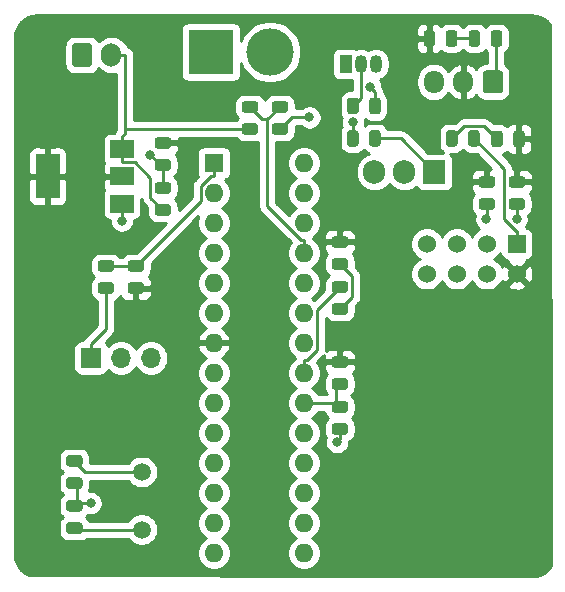
<source format=gbr>
G04 #@! TF.GenerationSoftware,KiCad,Pcbnew,5.1.6-c6e7f7d~87~ubuntu20.04.1*
G04 #@! TF.CreationDate,2020-09-27T23:00:53+02:00*
G04 #@! TF.ProjectId,soil_humidity_module,736f696c-5f68-4756-9d69-646974795f6d,rev?*
G04 #@! TF.SameCoordinates,Original*
G04 #@! TF.FileFunction,Copper,L1,Top*
G04 #@! TF.FilePolarity,Positive*
%FSLAX46Y46*%
G04 Gerber Fmt 4.6, Leading zero omitted, Abs format (unit mm)*
G04 Created by KiCad (PCBNEW 5.1.6-c6e7f7d~87~ubuntu20.04.1) date 2020-09-27 23:00:53*
%MOMM*%
%LPD*%
G01*
G04 APERTURE LIST*
G04 #@! TA.AperFunction,ComponentPad*
%ADD10O,1.700000X2.000000*%
G04 #@! TD*
G04 #@! TA.AperFunction,ComponentPad*
%ADD11O,1.700000X1.700000*%
G04 #@! TD*
G04 #@! TA.AperFunction,ComponentPad*
%ADD12R,1.700000X1.700000*%
G04 #@! TD*
G04 #@! TA.AperFunction,ComponentPad*
%ADD13C,1.524000*%
G04 #@! TD*
G04 #@! TA.AperFunction,ComponentPad*
%ADD14R,1.524000X1.524000*%
G04 #@! TD*
G04 #@! TA.AperFunction,ComponentPad*
%ADD15R,3.800000X3.800000*%
G04 #@! TD*
G04 #@! TA.AperFunction,ComponentPad*
%ADD16C,4.000000*%
G04 #@! TD*
G04 #@! TA.AperFunction,ComponentPad*
%ADD17R,1.905000X2.000000*%
G04 #@! TD*
G04 #@! TA.AperFunction,ComponentPad*
%ADD18O,1.905000X2.000000*%
G04 #@! TD*
G04 #@! TA.AperFunction,ComponentPad*
%ADD19O,1.050000X1.500000*%
G04 #@! TD*
G04 #@! TA.AperFunction,ComponentPad*
%ADD20R,1.050000X1.500000*%
G04 #@! TD*
G04 #@! TA.AperFunction,ComponentPad*
%ADD21O,1.700000X1.950000*%
G04 #@! TD*
G04 #@! TA.AperFunction,SMDPad,CuDef*
%ADD22R,2.000000X3.800000*%
G04 #@! TD*
G04 #@! TA.AperFunction,SMDPad,CuDef*
%ADD23R,2.000000X1.500000*%
G04 #@! TD*
G04 #@! TA.AperFunction,ComponentPad*
%ADD24R,1.600000X1.600000*%
G04 #@! TD*
G04 #@! TA.AperFunction,ComponentPad*
%ADD25O,1.600000X1.600000*%
G04 #@! TD*
G04 #@! TA.AperFunction,ComponentPad*
%ADD26C,1.500000*%
G04 #@! TD*
G04 #@! TA.AperFunction,ViaPad*
%ADD27C,0.800000*%
G04 #@! TD*
G04 #@! TA.AperFunction,Conductor*
%ADD28C,0.250000*%
G04 #@! TD*
G04 #@! TA.AperFunction,Conductor*
%ADD29C,0.254000*%
G04 #@! TD*
G04 APERTURE END LIST*
D10*
X137120000Y-84074000D03*
G04 #@! TA.AperFunction,ComponentPad*
G36*
G01*
X133770000Y-84824000D02*
X133770000Y-83324000D01*
G75*
G02*
X134020000Y-83074000I250000J0D01*
G01*
X135220000Y-83074000D01*
G75*
G02*
X135470000Y-83324000I0J-250000D01*
G01*
X135470000Y-84824000D01*
G75*
G02*
X135220000Y-85074000I-250000J0D01*
G01*
X134020000Y-85074000D01*
G75*
G02*
X133770000Y-84824000I0J250000D01*
G01*
G37*
G04 #@! TD.AperFunction*
G04 #@! TA.AperFunction,SMDPad,CuDef*
G36*
G01*
X158946000Y-88848250D02*
X158946000Y-87935750D01*
G75*
G02*
X159189750Y-87692000I243750J0D01*
G01*
X159677250Y-87692000D01*
G75*
G02*
X159921000Y-87935750I0J-243750D01*
G01*
X159921000Y-88848250D01*
G75*
G02*
X159677250Y-89092000I-243750J0D01*
G01*
X159189750Y-89092000D01*
G75*
G02*
X158946000Y-88848250I0J243750D01*
G01*
G37*
G04 #@! TD.AperFunction*
G04 #@! TA.AperFunction,SMDPad,CuDef*
G36*
G01*
X157071000Y-88848250D02*
X157071000Y-87935750D01*
G75*
G02*
X157314750Y-87692000I243750J0D01*
G01*
X157802250Y-87692000D01*
G75*
G02*
X158046000Y-87935750I0J-243750D01*
G01*
X158046000Y-88848250D01*
G75*
G02*
X157802250Y-89092000I-243750J0D01*
G01*
X157314750Y-89092000D01*
G75*
G02*
X157071000Y-88848250I0J243750D01*
G01*
G37*
G04 #@! TD.AperFunction*
G04 #@! TA.AperFunction,SMDPad,CuDef*
G36*
G01*
X156007750Y-111448000D02*
X156920250Y-111448000D01*
G75*
G02*
X157164000Y-111691750I0J-243750D01*
G01*
X157164000Y-112179250D01*
G75*
G02*
X156920250Y-112423000I-243750J0D01*
G01*
X156007750Y-112423000D01*
G75*
G02*
X155764000Y-112179250I0J243750D01*
G01*
X155764000Y-111691750D01*
G75*
G02*
X156007750Y-111448000I243750J0D01*
G01*
G37*
G04 #@! TD.AperFunction*
G04 #@! TA.AperFunction,SMDPad,CuDef*
G36*
G01*
X156007750Y-109573000D02*
X156920250Y-109573000D01*
G75*
G02*
X157164000Y-109816750I0J-243750D01*
G01*
X157164000Y-110304250D01*
G75*
G02*
X156920250Y-110548000I-243750J0D01*
G01*
X156007750Y-110548000D01*
G75*
G02*
X155764000Y-110304250I0J243750D01*
G01*
X155764000Y-109816750D01*
G75*
G02*
X156007750Y-109573000I243750J0D01*
G01*
G37*
G04 #@! TD.AperFunction*
G04 #@! TA.AperFunction,SMDPad,CuDef*
G36*
G01*
X156007750Y-115258000D02*
X156920250Y-115258000D01*
G75*
G02*
X157164000Y-115501750I0J-243750D01*
G01*
X157164000Y-115989250D01*
G75*
G02*
X156920250Y-116233000I-243750J0D01*
G01*
X156007750Y-116233000D01*
G75*
G02*
X155764000Y-115989250I0J243750D01*
G01*
X155764000Y-115501750D01*
G75*
G02*
X156007750Y-115258000I243750J0D01*
G01*
G37*
G04 #@! TD.AperFunction*
G04 #@! TA.AperFunction,SMDPad,CuDef*
G36*
G01*
X156007750Y-113383000D02*
X156920250Y-113383000D01*
G75*
G02*
X157164000Y-113626750I0J-243750D01*
G01*
X157164000Y-114114250D01*
G75*
G02*
X156920250Y-114358000I-243750J0D01*
G01*
X156007750Y-114358000D01*
G75*
G02*
X155764000Y-114114250I0J243750D01*
G01*
X155764000Y-113626750D01*
G75*
G02*
X156007750Y-113383000I243750J0D01*
G01*
G37*
G04 #@! TD.AperFunction*
G04 #@! TA.AperFunction,SMDPad,CuDef*
G36*
G01*
X156007750Y-101288000D02*
X156920250Y-101288000D01*
G75*
G02*
X157164000Y-101531750I0J-243750D01*
G01*
X157164000Y-102019250D01*
G75*
G02*
X156920250Y-102263000I-243750J0D01*
G01*
X156007750Y-102263000D01*
G75*
G02*
X155764000Y-102019250I0J243750D01*
G01*
X155764000Y-101531750D01*
G75*
G02*
X156007750Y-101288000I243750J0D01*
G01*
G37*
G04 #@! TD.AperFunction*
G04 #@! TA.AperFunction,SMDPad,CuDef*
G36*
G01*
X156007750Y-99413000D02*
X156920250Y-99413000D01*
G75*
G02*
X157164000Y-99656750I0J-243750D01*
G01*
X157164000Y-100144250D01*
G75*
G02*
X156920250Y-100388000I-243750J0D01*
G01*
X156007750Y-100388000D01*
G75*
G02*
X155764000Y-100144250I0J243750D01*
G01*
X155764000Y-99656750D01*
G75*
G02*
X156007750Y-99413000I243750J0D01*
G01*
G37*
G04 #@! TD.AperFunction*
G04 #@! TA.AperFunction,SMDPad,CuDef*
G36*
G01*
X156920250Y-104198000D02*
X156007750Y-104198000D01*
G75*
G02*
X155764000Y-103954250I0J243750D01*
G01*
X155764000Y-103466750D01*
G75*
G02*
X156007750Y-103223000I243750J0D01*
G01*
X156920250Y-103223000D01*
G75*
G02*
X157164000Y-103466750I0J-243750D01*
G01*
X157164000Y-103954250D01*
G75*
G02*
X156920250Y-104198000I-243750J0D01*
G01*
G37*
G04 #@! TD.AperFunction*
G04 #@! TA.AperFunction,SMDPad,CuDef*
G36*
G01*
X156920250Y-106073000D02*
X156007750Y-106073000D01*
G75*
G02*
X155764000Y-105829250I0J243750D01*
G01*
X155764000Y-105341750D01*
G75*
G02*
X156007750Y-105098000I243750J0D01*
G01*
X156920250Y-105098000D01*
G75*
G02*
X157164000Y-105341750I0J-243750D01*
G01*
X157164000Y-105829250D01*
G75*
G02*
X156920250Y-106073000I-243750J0D01*
G01*
G37*
G04 #@! TD.AperFunction*
D11*
X140462000Y-109728000D03*
X137922000Y-109728000D03*
D12*
X135382000Y-109728000D03*
G04 #@! TA.AperFunction,SMDPad,CuDef*
G36*
G01*
X136195750Y-103320000D02*
X137108250Y-103320000D01*
G75*
G02*
X137352000Y-103563750I0J-243750D01*
G01*
X137352000Y-104051250D01*
G75*
G02*
X137108250Y-104295000I-243750J0D01*
G01*
X136195750Y-104295000D01*
G75*
G02*
X135952000Y-104051250I0J243750D01*
G01*
X135952000Y-103563750D01*
G75*
G02*
X136195750Y-103320000I243750J0D01*
G01*
G37*
G04 #@! TD.AperFunction*
G04 #@! TA.AperFunction,SMDPad,CuDef*
G36*
G01*
X136195750Y-101445000D02*
X137108250Y-101445000D01*
G75*
G02*
X137352000Y-101688750I0J-243750D01*
G01*
X137352000Y-102176250D01*
G75*
G02*
X137108250Y-102420000I-243750J0D01*
G01*
X136195750Y-102420000D01*
G75*
G02*
X135952000Y-102176250I0J243750D01*
G01*
X135952000Y-101688750D01*
G75*
G02*
X136195750Y-101445000I243750J0D01*
G01*
G37*
G04 #@! TD.AperFunction*
G04 #@! TA.AperFunction,SMDPad,CuDef*
G36*
G01*
X170993750Y-96208000D02*
X171906250Y-96208000D01*
G75*
G02*
X172150000Y-96451750I0J-243750D01*
G01*
X172150000Y-96939250D01*
G75*
G02*
X171906250Y-97183000I-243750J0D01*
G01*
X170993750Y-97183000D01*
G75*
G02*
X170750000Y-96939250I0J243750D01*
G01*
X170750000Y-96451750D01*
G75*
G02*
X170993750Y-96208000I243750J0D01*
G01*
G37*
G04 #@! TD.AperFunction*
G04 #@! TA.AperFunction,SMDPad,CuDef*
G36*
G01*
X170993750Y-94333000D02*
X171906250Y-94333000D01*
G75*
G02*
X172150000Y-94576750I0J-243750D01*
G01*
X172150000Y-95064250D01*
G75*
G02*
X171906250Y-95308000I-243750J0D01*
G01*
X170993750Y-95308000D01*
G75*
G02*
X170750000Y-95064250I0J243750D01*
G01*
X170750000Y-94576750D01*
G75*
G02*
X170993750Y-94333000I243750J0D01*
G01*
G37*
G04 #@! TD.AperFunction*
G04 #@! TA.AperFunction,SMDPad,CuDef*
G36*
G01*
X168453750Y-96208000D02*
X169366250Y-96208000D01*
G75*
G02*
X169610000Y-96451750I0J-243750D01*
G01*
X169610000Y-96939250D01*
G75*
G02*
X169366250Y-97183000I-243750J0D01*
G01*
X168453750Y-97183000D01*
G75*
G02*
X168210000Y-96939250I0J243750D01*
G01*
X168210000Y-96451750D01*
G75*
G02*
X168453750Y-96208000I243750J0D01*
G01*
G37*
G04 #@! TD.AperFunction*
G04 #@! TA.AperFunction,SMDPad,CuDef*
G36*
G01*
X168453750Y-94333000D02*
X169366250Y-94333000D01*
G75*
G02*
X169610000Y-94576750I0J-243750D01*
G01*
X169610000Y-95064250D01*
G75*
G02*
X169366250Y-95308000I-243750J0D01*
G01*
X168453750Y-95308000D01*
G75*
G02*
X168210000Y-95064250I0J243750D01*
G01*
X168210000Y-94576750D01*
G75*
G02*
X168453750Y-94333000I243750J0D01*
G01*
G37*
G04 #@! TD.AperFunction*
G04 #@! TA.AperFunction,SMDPad,CuDef*
G36*
G01*
X169233000Y-83133250D02*
X169233000Y-82220750D01*
G75*
G02*
X169476750Y-81977000I243750J0D01*
G01*
X169964250Y-81977000D01*
G75*
G02*
X170208000Y-82220750I0J-243750D01*
G01*
X170208000Y-83133250D01*
G75*
G02*
X169964250Y-83377000I-243750J0D01*
G01*
X169476750Y-83377000D01*
G75*
G02*
X169233000Y-83133250I0J243750D01*
G01*
G37*
G04 #@! TD.AperFunction*
G04 #@! TA.AperFunction,SMDPad,CuDef*
G36*
G01*
X167358000Y-83133250D02*
X167358000Y-82220750D01*
G75*
G02*
X167601750Y-81977000I243750J0D01*
G01*
X168089250Y-81977000D01*
G75*
G02*
X168333000Y-82220750I0J-243750D01*
G01*
X168333000Y-83133250D01*
G75*
G02*
X168089250Y-83377000I-243750J0D01*
G01*
X167601750Y-83377000D01*
G75*
G02*
X167358000Y-83133250I0J243750D01*
G01*
G37*
G04 #@! TD.AperFunction*
G04 #@! TA.AperFunction,SMDPad,CuDef*
G36*
G01*
X167328000Y-91597250D02*
X167328000Y-90684750D01*
G75*
G02*
X167571750Y-90441000I243750J0D01*
G01*
X168059250Y-90441000D01*
G75*
G02*
X168303000Y-90684750I0J-243750D01*
G01*
X168303000Y-91597250D01*
G75*
G02*
X168059250Y-91841000I-243750J0D01*
G01*
X167571750Y-91841000D01*
G75*
G02*
X167328000Y-91597250I0J243750D01*
G01*
G37*
G04 #@! TD.AperFunction*
G04 #@! TA.AperFunction,SMDPad,CuDef*
G36*
G01*
X165453000Y-91597250D02*
X165453000Y-90684750D01*
G75*
G02*
X165696750Y-90441000I243750J0D01*
G01*
X166184250Y-90441000D01*
G75*
G02*
X166428000Y-90684750I0J-243750D01*
G01*
X166428000Y-91597250D01*
G75*
G02*
X166184250Y-91841000I-243750J0D01*
G01*
X165696750Y-91841000D01*
G75*
G02*
X165453000Y-91597250I0J243750D01*
G01*
G37*
G04 #@! TD.AperFunction*
G04 #@! TA.AperFunction,SMDPad,CuDef*
G36*
G01*
X164523000Y-82220750D02*
X164523000Y-83133250D01*
G75*
G02*
X164279250Y-83377000I-243750J0D01*
G01*
X163791750Y-83377000D01*
G75*
G02*
X163548000Y-83133250I0J243750D01*
G01*
X163548000Y-82220750D01*
G75*
G02*
X163791750Y-81977000I243750J0D01*
G01*
X164279250Y-81977000D01*
G75*
G02*
X164523000Y-82220750I0J-243750D01*
G01*
G37*
G04 #@! TD.AperFunction*
G04 #@! TA.AperFunction,SMDPad,CuDef*
G36*
G01*
X166398000Y-82220750D02*
X166398000Y-83133250D01*
G75*
G02*
X166154250Y-83377000I-243750J0D01*
G01*
X165666750Y-83377000D01*
G75*
G02*
X165423000Y-83133250I0J243750D01*
G01*
X165423000Y-82220750D01*
G75*
G02*
X165666750Y-81977000I243750J0D01*
G01*
X166154250Y-81977000D01*
G75*
G02*
X166398000Y-82220750I0J-243750D01*
G01*
G37*
G04 #@! TD.AperFunction*
G04 #@! TA.AperFunction,SMDPad,CuDef*
G36*
G01*
X171138000Y-91642250D02*
X171138000Y-90729750D01*
G75*
G02*
X171381750Y-90486000I243750J0D01*
G01*
X171869250Y-90486000D01*
G75*
G02*
X172113000Y-90729750I0J-243750D01*
G01*
X172113000Y-91642250D01*
G75*
G02*
X171869250Y-91886000I-243750J0D01*
G01*
X171381750Y-91886000D01*
G75*
G02*
X171138000Y-91642250I0J243750D01*
G01*
G37*
G04 #@! TD.AperFunction*
G04 #@! TA.AperFunction,SMDPad,CuDef*
G36*
G01*
X169263000Y-91642250D02*
X169263000Y-90729750D01*
G75*
G02*
X169506750Y-90486000I243750J0D01*
G01*
X169994250Y-90486000D01*
G75*
G02*
X170238000Y-90729750I0J-243750D01*
G01*
X170238000Y-91642250D01*
G75*
G02*
X169994250Y-91886000I-243750J0D01*
G01*
X169506750Y-91886000D01*
G75*
G02*
X169263000Y-91642250I0J243750D01*
G01*
G37*
G04 #@! TD.AperFunction*
D13*
X163830000Y-102616000D03*
X163830000Y-100076000D03*
X166370000Y-102616000D03*
X166370000Y-100076000D03*
X168910000Y-102616000D03*
X168910000Y-100076000D03*
X171450000Y-102616000D03*
D14*
X171450000Y-100076000D03*
D15*
X145542000Y-83820000D03*
D16*
X150542000Y-83820000D03*
G04 #@! TA.AperFunction,SMDPad,CuDef*
G36*
G01*
X141934250Y-97691000D02*
X141021750Y-97691000D01*
G75*
G02*
X140778000Y-97447250I0J243750D01*
G01*
X140778000Y-96959750D01*
G75*
G02*
X141021750Y-96716000I243750J0D01*
G01*
X141934250Y-96716000D01*
G75*
G02*
X142178000Y-96959750I0J-243750D01*
G01*
X142178000Y-97447250D01*
G75*
G02*
X141934250Y-97691000I-243750J0D01*
G01*
G37*
G04 #@! TD.AperFunction*
G04 #@! TA.AperFunction,SMDPad,CuDef*
G36*
G01*
X141934250Y-95816000D02*
X141021750Y-95816000D01*
G75*
G02*
X140778000Y-95572250I0J243750D01*
G01*
X140778000Y-95084750D01*
G75*
G02*
X141021750Y-94841000I243750J0D01*
G01*
X141934250Y-94841000D01*
G75*
G02*
X142178000Y-95084750I0J-243750D01*
G01*
X142178000Y-95572250D01*
G75*
G02*
X141934250Y-95816000I-243750J0D01*
G01*
G37*
G04 #@! TD.AperFunction*
G04 #@! TA.AperFunction,SMDPad,CuDef*
G36*
G01*
X141021750Y-92906000D02*
X141934250Y-92906000D01*
G75*
G02*
X142178000Y-93149750I0J-243750D01*
G01*
X142178000Y-93637250D01*
G75*
G02*
X141934250Y-93881000I-243750J0D01*
G01*
X141021750Y-93881000D01*
G75*
G02*
X140778000Y-93637250I0J243750D01*
G01*
X140778000Y-93149750D01*
G75*
G02*
X141021750Y-92906000I243750J0D01*
G01*
G37*
G04 #@! TD.AperFunction*
G04 #@! TA.AperFunction,SMDPad,CuDef*
G36*
G01*
X141021750Y-91031000D02*
X141934250Y-91031000D01*
G75*
G02*
X142178000Y-91274750I0J-243750D01*
G01*
X142178000Y-91762250D01*
G75*
G02*
X141934250Y-92006000I-243750J0D01*
G01*
X141021750Y-92006000D01*
G75*
G02*
X140778000Y-91762250I0J243750D01*
G01*
X140778000Y-91274750D01*
G75*
G02*
X141021750Y-91031000I243750J0D01*
G01*
G37*
G04 #@! TD.AperFunction*
G04 #@! TA.AperFunction,SMDPad,CuDef*
G36*
G01*
X133528750Y-123640000D02*
X134441250Y-123640000D01*
G75*
G02*
X134685000Y-123883750I0J-243750D01*
G01*
X134685000Y-124371250D01*
G75*
G02*
X134441250Y-124615000I-243750J0D01*
G01*
X133528750Y-124615000D01*
G75*
G02*
X133285000Y-124371250I0J243750D01*
G01*
X133285000Y-123883750D01*
G75*
G02*
X133528750Y-123640000I243750J0D01*
G01*
G37*
G04 #@! TD.AperFunction*
G04 #@! TA.AperFunction,SMDPad,CuDef*
G36*
G01*
X133528750Y-121765000D02*
X134441250Y-121765000D01*
G75*
G02*
X134685000Y-122008750I0J-243750D01*
G01*
X134685000Y-122496250D01*
G75*
G02*
X134441250Y-122740000I-243750J0D01*
G01*
X133528750Y-122740000D01*
G75*
G02*
X133285000Y-122496250I0J243750D01*
G01*
X133285000Y-122008750D01*
G75*
G02*
X133528750Y-121765000I243750J0D01*
G01*
G37*
G04 #@! TD.AperFunction*
G04 #@! TA.AperFunction,SMDPad,CuDef*
G36*
G01*
X134441250Y-120805000D02*
X133528750Y-120805000D01*
G75*
G02*
X133285000Y-120561250I0J243750D01*
G01*
X133285000Y-120073750D01*
G75*
G02*
X133528750Y-119830000I243750J0D01*
G01*
X134441250Y-119830000D01*
G75*
G02*
X134685000Y-120073750I0J-243750D01*
G01*
X134685000Y-120561250D01*
G75*
G02*
X134441250Y-120805000I-243750J0D01*
G01*
G37*
G04 #@! TD.AperFunction*
G04 #@! TA.AperFunction,SMDPad,CuDef*
G36*
G01*
X134441250Y-118930000D02*
X133528750Y-118930000D01*
G75*
G02*
X133285000Y-118686250I0J243750D01*
G01*
X133285000Y-118198750D01*
G75*
G02*
X133528750Y-117955000I243750J0D01*
G01*
X134441250Y-117955000D01*
G75*
G02*
X134685000Y-118198750I0J-243750D01*
G01*
X134685000Y-118686250D01*
G75*
G02*
X134441250Y-118930000I-243750J0D01*
G01*
G37*
G04 #@! TD.AperFunction*
D17*
X164470000Y-93980000D03*
D18*
X161930000Y-93980000D03*
X159390000Y-93980000D03*
D19*
X158242000Y-84836000D03*
X159512000Y-84836000D03*
D20*
X156972000Y-84836000D03*
G04 #@! TA.AperFunction,SMDPad,CuDef*
G36*
G01*
X159921000Y-90684750D02*
X159921000Y-91597250D01*
G75*
G02*
X159677250Y-91841000I-243750J0D01*
G01*
X159189750Y-91841000D01*
G75*
G02*
X158946000Y-91597250I0J243750D01*
G01*
X158946000Y-90684750D01*
G75*
G02*
X159189750Y-90441000I243750J0D01*
G01*
X159677250Y-90441000D01*
G75*
G02*
X159921000Y-90684750I0J-243750D01*
G01*
G37*
G04 #@! TD.AperFunction*
G04 #@! TA.AperFunction,SMDPad,CuDef*
G36*
G01*
X158046000Y-90684750D02*
X158046000Y-91597250D01*
G75*
G02*
X157802250Y-91841000I-243750J0D01*
G01*
X157314750Y-91841000D01*
G75*
G02*
X157071000Y-91597250I0J243750D01*
G01*
X157071000Y-90684750D01*
G75*
G02*
X157314750Y-90441000I243750J0D01*
G01*
X157802250Y-90441000D01*
G75*
G02*
X158046000Y-90684750I0J-243750D01*
G01*
G37*
G04 #@! TD.AperFunction*
G04 #@! TA.AperFunction,SMDPad,CuDef*
G36*
G01*
X139648250Y-104295000D02*
X138735750Y-104295000D01*
G75*
G02*
X138492000Y-104051250I0J243750D01*
G01*
X138492000Y-103563750D01*
G75*
G02*
X138735750Y-103320000I243750J0D01*
G01*
X139648250Y-103320000D01*
G75*
G02*
X139892000Y-103563750I0J-243750D01*
G01*
X139892000Y-104051250D01*
G75*
G02*
X139648250Y-104295000I-243750J0D01*
G01*
G37*
G04 #@! TD.AperFunction*
G04 #@! TA.AperFunction,SMDPad,CuDef*
G36*
G01*
X139648250Y-102420000D02*
X138735750Y-102420000D01*
G75*
G02*
X138492000Y-102176250I0J243750D01*
G01*
X138492000Y-101688750D01*
G75*
G02*
X138735750Y-101445000I243750J0D01*
G01*
X139648250Y-101445000D01*
G75*
G02*
X139892000Y-101688750I0J-243750D01*
G01*
X139892000Y-102176250D01*
G75*
G02*
X139648250Y-102420000I-243750J0D01*
G01*
G37*
G04 #@! TD.AperFunction*
G04 #@! TA.AperFunction,SMDPad,CuDef*
G36*
G01*
X149300250Y-88958000D02*
X148387750Y-88958000D01*
G75*
G02*
X148144000Y-88714250I0J243750D01*
G01*
X148144000Y-88226750D01*
G75*
G02*
X148387750Y-87983000I243750J0D01*
G01*
X149300250Y-87983000D01*
G75*
G02*
X149544000Y-88226750I0J-243750D01*
G01*
X149544000Y-88714250D01*
G75*
G02*
X149300250Y-88958000I-243750J0D01*
G01*
G37*
G04 #@! TD.AperFunction*
G04 #@! TA.AperFunction,SMDPad,CuDef*
G36*
G01*
X149300250Y-90833000D02*
X148387750Y-90833000D01*
G75*
G02*
X148144000Y-90589250I0J243750D01*
G01*
X148144000Y-90101750D01*
G75*
G02*
X148387750Y-89858000I243750J0D01*
G01*
X149300250Y-89858000D01*
G75*
G02*
X149544000Y-90101750I0J-243750D01*
G01*
X149544000Y-90589250D01*
G75*
G02*
X149300250Y-90833000I-243750J0D01*
G01*
G37*
G04 #@! TD.AperFunction*
G04 #@! TA.AperFunction,SMDPad,CuDef*
G36*
G01*
X150927750Y-89858000D02*
X151840250Y-89858000D01*
G75*
G02*
X152084000Y-90101750I0J-243750D01*
G01*
X152084000Y-90589250D01*
G75*
G02*
X151840250Y-90833000I-243750J0D01*
G01*
X150927750Y-90833000D01*
G75*
G02*
X150684000Y-90589250I0J243750D01*
G01*
X150684000Y-90101750D01*
G75*
G02*
X150927750Y-89858000I243750J0D01*
G01*
G37*
G04 #@! TD.AperFunction*
G04 #@! TA.AperFunction,SMDPad,CuDef*
G36*
G01*
X150927750Y-87983000D02*
X151840250Y-87983000D01*
G75*
G02*
X152084000Y-88226750I0J-243750D01*
G01*
X152084000Y-88714250D01*
G75*
G02*
X151840250Y-88958000I-243750J0D01*
G01*
X150927750Y-88958000D01*
G75*
G02*
X150684000Y-88714250I0J243750D01*
G01*
X150684000Y-88226750D01*
G75*
G02*
X150927750Y-87983000I243750J0D01*
G01*
G37*
G04 #@! TD.AperFunction*
G04 #@! TA.AperFunction,ComponentPad*
G36*
G01*
X170268000Y-85635000D02*
X170268000Y-87085000D01*
G75*
G02*
X170018000Y-87335000I-250000J0D01*
G01*
X168818000Y-87335000D01*
G75*
G02*
X168568000Y-87085000I0J250000D01*
G01*
X168568000Y-85635000D01*
G75*
G02*
X168818000Y-85385000I250000J0D01*
G01*
X170018000Y-85385000D01*
G75*
G02*
X170268000Y-85635000I0J-250000D01*
G01*
G37*
G04 #@! TD.AperFunction*
D21*
X166918000Y-86360000D03*
X164418000Y-86360000D03*
D22*
X131724000Y-94361000D03*
D23*
X138024000Y-94361000D03*
X138024000Y-92061000D03*
X138024000Y-96661000D03*
D24*
X145796000Y-93218000D03*
D25*
X153416000Y-126238000D03*
X145796000Y-95758000D03*
X153416000Y-123698000D03*
X145796000Y-98298000D03*
X153416000Y-121158000D03*
X145796000Y-100838000D03*
X153416000Y-118618000D03*
X145796000Y-103378000D03*
X153416000Y-116078000D03*
X145796000Y-105918000D03*
X153416000Y-113538000D03*
X145796000Y-108458000D03*
X153416000Y-110998000D03*
X145796000Y-110998000D03*
X153416000Y-108458000D03*
X145796000Y-113538000D03*
X153416000Y-105918000D03*
X145796000Y-116078000D03*
X153416000Y-103378000D03*
X145796000Y-118618000D03*
X153416000Y-100838000D03*
X145796000Y-121158000D03*
X153416000Y-98298000D03*
X145796000Y-123698000D03*
X153416000Y-95758000D03*
X145796000Y-126238000D03*
X153416000Y-93218000D03*
D26*
X139700000Y-119380000D03*
X139700000Y-124260000D03*
D27*
X158998500Y-86749300D03*
X156240300Y-116835900D03*
X135360500Y-122024000D03*
X168866400Y-97988000D03*
X157582200Y-89766500D03*
X171428900Y-97987300D03*
X140426500Y-92510200D03*
X153891200Y-89350700D03*
X138001300Y-98101600D03*
D28*
X158998500Y-86749300D02*
X159433500Y-87184300D01*
X159433500Y-87184300D02*
X159433500Y-88392000D01*
X156240300Y-116835900D02*
X156464000Y-116612200D01*
X156464000Y-116612200D02*
X156464000Y-115745500D01*
X134213500Y-122024000D02*
X133985000Y-122252500D01*
X133985000Y-120317500D02*
X134213500Y-120546000D01*
X134213500Y-120546000D02*
X134213500Y-122024000D01*
X135360500Y-122024000D02*
X134213500Y-122024000D01*
X168866400Y-97988000D02*
X168910000Y-97944400D01*
X168910000Y-97944400D02*
X168910000Y-96695500D01*
X157582200Y-89766500D02*
X157558500Y-89790200D01*
X157558500Y-89790200D02*
X157558500Y-91141000D01*
X171428900Y-97987300D02*
X171450000Y-97966200D01*
X171450000Y-97966200D02*
X171450000Y-96695500D01*
X140426500Y-92510200D02*
X141309800Y-93393500D01*
X141309800Y-93393500D02*
X141478000Y-93393500D01*
X153891200Y-89350700D02*
X152378800Y-89350700D01*
X152378800Y-89350700D02*
X151384000Y-90345500D01*
X141478000Y-93393500D02*
X141478000Y-95328500D01*
X138001300Y-98101600D02*
X138024000Y-98078900D01*
X138024000Y-98078900D02*
X138024000Y-96661000D01*
X139700000Y-124260000D02*
X134117500Y-124260000D01*
X134117500Y-124260000D02*
X133985000Y-124127500D01*
X139700000Y-119380000D02*
X134922500Y-119380000D01*
X134922500Y-119380000D02*
X133985000Y-118442500D01*
X164470000Y-93980000D02*
X161631000Y-91141000D01*
X161631000Y-91141000D02*
X159433500Y-91141000D01*
X167815500Y-91141000D02*
X170362700Y-93688200D01*
X170362700Y-93688200D02*
X170362700Y-97946800D01*
X170362700Y-97946800D02*
X171404600Y-98988700D01*
X171404600Y-98988700D02*
X171450000Y-98988700D01*
X171450000Y-100076000D02*
X171450000Y-98988700D01*
X158242000Y-84836000D02*
X158242000Y-87708500D01*
X158242000Y-87708500D02*
X157558500Y-88392000D01*
X169418000Y-86360000D02*
X169720500Y-86057500D01*
X169720500Y-86057500D02*
X169720500Y-82677000D01*
X150322800Y-89531700D02*
X149905200Y-89531700D01*
X149905200Y-89531700D02*
X148844000Y-88470500D01*
X150322800Y-89531700D02*
X151384000Y-88470500D01*
X153416000Y-99712700D02*
X153134700Y-99712700D01*
X153134700Y-99712700D02*
X150322800Y-96900800D01*
X150322800Y-96900800D02*
X150322800Y-89531700D01*
X153416000Y-100838000D02*
X153416000Y-99712700D01*
X138295300Y-90345500D02*
X138295300Y-84074000D01*
X138024000Y-90985700D02*
X138295300Y-90714400D01*
X138295300Y-90714400D02*
X138295300Y-90345500D01*
X138295300Y-90345500D02*
X148844000Y-90345500D01*
X138024000Y-92061000D02*
X138024000Y-93136300D01*
X138024000Y-93136300D02*
X139099300Y-93136300D01*
X139099300Y-93136300D02*
X140416800Y-94453800D01*
X140416800Y-94453800D02*
X140416800Y-96142300D01*
X140416800Y-96142300D02*
X141478000Y-97203500D01*
X138024000Y-92035500D02*
X138024000Y-92061000D01*
X138024000Y-92035500D02*
X138024000Y-90985700D01*
X137120000Y-84074000D02*
X138295300Y-84074000D01*
X169750500Y-91186000D02*
X168656300Y-90091800D01*
X168656300Y-90091800D02*
X166989700Y-90091800D01*
X166989700Y-90091800D02*
X165940500Y-91141000D01*
X165910500Y-82677000D02*
X167845500Y-82677000D01*
X135382000Y-109728000D02*
X135382000Y-108552700D01*
X135382000Y-108552700D02*
X136652000Y-107282700D01*
X136652000Y-107282700D02*
X136652000Y-103807500D01*
X139192000Y-101932500D02*
X136652000Y-101932500D01*
X145796000Y-94343300D02*
X145514600Y-94343300D01*
X145514600Y-94343300D02*
X144670700Y-95187200D01*
X144670700Y-95187200D02*
X144670700Y-96453800D01*
X144670700Y-96453800D02*
X139192000Y-101932500D01*
X145796000Y-93218000D02*
X145796000Y-94343300D01*
X153416000Y-110998000D02*
X153416000Y-109872700D01*
X153416000Y-109872700D02*
X153697400Y-109872700D01*
X153697400Y-109872700D02*
X154541300Y-109028800D01*
X154541300Y-109028800D02*
X154541300Y-105633200D01*
X154541300Y-105633200D02*
X156464000Y-103710500D01*
X156464000Y-105585500D02*
X157515100Y-104534400D01*
X157515100Y-104534400D02*
X157515100Y-102826600D01*
X157515100Y-102826600D02*
X156464000Y-101775500D01*
X156131500Y-113538000D02*
X156464000Y-113870500D01*
X153416000Y-113538000D02*
X156131500Y-113538000D01*
X156131500Y-113538000D02*
X156131500Y-112268000D01*
X156131500Y-112268000D02*
X156464000Y-111935500D01*
D29*
G36*
X173079668Y-80733551D02*
G01*
X173425634Y-80838004D01*
X173744724Y-81007667D01*
X174024781Y-81236076D01*
X174255141Y-81514534D01*
X174291178Y-81581182D01*
X174309060Y-127301844D01*
X174262333Y-127389724D01*
X174033924Y-127669781D01*
X173755466Y-127900141D01*
X173437570Y-128072027D01*
X173092340Y-128178894D01*
X172701238Y-128220000D01*
X162556228Y-128220000D01*
X130216661Y-128110900D01*
X130104365Y-128076996D01*
X129785276Y-127907333D01*
X129505219Y-127678924D01*
X129274859Y-127400466D01*
X129102973Y-127082570D01*
X128996106Y-126737340D01*
X128955000Y-126346238D01*
X128955000Y-118198750D01*
X132646928Y-118198750D01*
X132646928Y-118686250D01*
X132663872Y-118858285D01*
X132714053Y-119023709D01*
X132795542Y-119176164D01*
X132905208Y-119309792D01*
X132990756Y-119380000D01*
X132905208Y-119450208D01*
X132795542Y-119583836D01*
X132714053Y-119736291D01*
X132663872Y-119901715D01*
X132646928Y-120073750D01*
X132646928Y-120561250D01*
X132663872Y-120733285D01*
X132714053Y-120898709D01*
X132795542Y-121051164D01*
X132905208Y-121184792D01*
X133027311Y-121285000D01*
X132905208Y-121385208D01*
X132795542Y-121518836D01*
X132714053Y-121671291D01*
X132663872Y-121836715D01*
X132646928Y-122008750D01*
X132646928Y-122496250D01*
X132663872Y-122668285D01*
X132714053Y-122833709D01*
X132795542Y-122986164D01*
X132905208Y-123119792D01*
X132990756Y-123190000D01*
X132905208Y-123260208D01*
X132795542Y-123393836D01*
X132714053Y-123546291D01*
X132663872Y-123711715D01*
X132646928Y-123883750D01*
X132646928Y-124371250D01*
X132663872Y-124543285D01*
X132714053Y-124708709D01*
X132795542Y-124861164D01*
X132905208Y-124994792D01*
X133038836Y-125104458D01*
X133191291Y-125185947D01*
X133356715Y-125236128D01*
X133528750Y-125253072D01*
X134441250Y-125253072D01*
X134613285Y-125236128D01*
X134778709Y-125185947D01*
X134931164Y-125104458D01*
X135034076Y-125020000D01*
X138542091Y-125020000D01*
X138624201Y-125142886D01*
X138817114Y-125335799D01*
X139043957Y-125487371D01*
X139296011Y-125591775D01*
X139563589Y-125645000D01*
X139836411Y-125645000D01*
X140103989Y-125591775D01*
X140356043Y-125487371D01*
X140582886Y-125335799D01*
X140775799Y-125142886D01*
X140927371Y-124916043D01*
X141031775Y-124663989D01*
X141085000Y-124396411D01*
X141085000Y-124123589D01*
X141031775Y-123856011D01*
X140927371Y-123603957D01*
X140775799Y-123377114D01*
X140582886Y-123184201D01*
X140356043Y-123032629D01*
X140103989Y-122928225D01*
X139836411Y-122875000D01*
X139563589Y-122875000D01*
X139296011Y-122928225D01*
X139043957Y-123032629D01*
X138817114Y-123184201D01*
X138624201Y-123377114D01*
X138542091Y-123500000D01*
X135231204Y-123500000D01*
X135174458Y-123393836D01*
X135064792Y-123260208D01*
X134979244Y-123190000D01*
X135064792Y-123119792D01*
X135134874Y-123034397D01*
X135258561Y-123059000D01*
X135462439Y-123059000D01*
X135662398Y-123019226D01*
X135850756Y-122941205D01*
X136020274Y-122827937D01*
X136164437Y-122683774D01*
X136277705Y-122514256D01*
X136355726Y-122325898D01*
X136395500Y-122125939D01*
X136395500Y-121922061D01*
X136355726Y-121722102D01*
X136277705Y-121533744D01*
X136164437Y-121364226D01*
X136020274Y-121220063D01*
X135850756Y-121106795D01*
X135662398Y-121028774D01*
X135462439Y-120989000D01*
X135258561Y-120989000D01*
X135201633Y-121000324D01*
X135255947Y-120898709D01*
X135306128Y-120733285D01*
X135323072Y-120561250D01*
X135323072Y-120140000D01*
X138542091Y-120140000D01*
X138624201Y-120262886D01*
X138817114Y-120455799D01*
X139043957Y-120607371D01*
X139296011Y-120711775D01*
X139563589Y-120765000D01*
X139836411Y-120765000D01*
X140103989Y-120711775D01*
X140356043Y-120607371D01*
X140582886Y-120455799D01*
X140775799Y-120262886D01*
X140927371Y-120036043D01*
X141031775Y-119783989D01*
X141085000Y-119516411D01*
X141085000Y-119243589D01*
X141031775Y-118976011D01*
X140927371Y-118723957D01*
X140775799Y-118497114D01*
X140582886Y-118304201D01*
X140356043Y-118152629D01*
X140103989Y-118048225D01*
X139836411Y-117995000D01*
X139563589Y-117995000D01*
X139296011Y-118048225D01*
X139043957Y-118152629D01*
X138817114Y-118304201D01*
X138624201Y-118497114D01*
X138542091Y-118620000D01*
X135323072Y-118620000D01*
X135323072Y-118198750D01*
X135306128Y-118026715D01*
X135255947Y-117861291D01*
X135174458Y-117708836D01*
X135064792Y-117575208D01*
X134931164Y-117465542D01*
X134778709Y-117384053D01*
X134613285Y-117333872D01*
X134441250Y-117316928D01*
X133528750Y-117316928D01*
X133356715Y-117333872D01*
X133191291Y-117384053D01*
X133038836Y-117465542D01*
X132905208Y-117575208D01*
X132795542Y-117708836D01*
X132714053Y-117861291D01*
X132663872Y-118026715D01*
X132646928Y-118198750D01*
X128955000Y-118198750D01*
X128955000Y-96261000D01*
X130085928Y-96261000D01*
X130098188Y-96385482D01*
X130134498Y-96505180D01*
X130193463Y-96615494D01*
X130272815Y-96712185D01*
X130369506Y-96791537D01*
X130479820Y-96850502D01*
X130599518Y-96886812D01*
X130724000Y-96899072D01*
X131438250Y-96896000D01*
X131597000Y-96737250D01*
X131597000Y-94488000D01*
X131851000Y-94488000D01*
X131851000Y-96737250D01*
X132009750Y-96896000D01*
X132724000Y-96899072D01*
X132848482Y-96886812D01*
X132968180Y-96850502D01*
X133078494Y-96791537D01*
X133175185Y-96712185D01*
X133254537Y-96615494D01*
X133313502Y-96505180D01*
X133349812Y-96385482D01*
X133362072Y-96261000D01*
X133359000Y-94646750D01*
X133200250Y-94488000D01*
X131851000Y-94488000D01*
X131597000Y-94488000D01*
X130247750Y-94488000D01*
X130089000Y-94646750D01*
X130085928Y-96261000D01*
X128955000Y-96261000D01*
X128955000Y-92461000D01*
X130085928Y-92461000D01*
X130089000Y-94075250D01*
X130247750Y-94234000D01*
X131597000Y-94234000D01*
X131597000Y-91984750D01*
X131851000Y-91984750D01*
X131851000Y-94234000D01*
X133200250Y-94234000D01*
X133359000Y-94075250D01*
X133362072Y-92461000D01*
X133349812Y-92336518D01*
X133313502Y-92216820D01*
X133254537Y-92106506D01*
X133175185Y-92009815D01*
X133078494Y-91930463D01*
X132968180Y-91871498D01*
X132848482Y-91835188D01*
X132724000Y-91822928D01*
X132009750Y-91826000D01*
X131851000Y-91984750D01*
X131597000Y-91984750D01*
X131438250Y-91826000D01*
X130724000Y-91822928D01*
X130599518Y-91835188D01*
X130479820Y-91871498D01*
X130369506Y-91930463D01*
X130272815Y-92009815D01*
X130193463Y-92106506D01*
X130134498Y-92216820D01*
X130098188Y-92336518D01*
X130085928Y-92461000D01*
X128955000Y-92461000D01*
X128955000Y-83324000D01*
X133131928Y-83324000D01*
X133131928Y-84824000D01*
X133148992Y-84997254D01*
X133199528Y-85163850D01*
X133281595Y-85317386D01*
X133392038Y-85451962D01*
X133526614Y-85562405D01*
X133680150Y-85644472D01*
X133846746Y-85695008D01*
X134020000Y-85712072D01*
X135220000Y-85712072D01*
X135393254Y-85695008D01*
X135559850Y-85644472D01*
X135713386Y-85562405D01*
X135847962Y-85451962D01*
X135958405Y-85317386D01*
X136012777Y-85215663D01*
X136064866Y-85279134D01*
X136290987Y-85464706D01*
X136548967Y-85602599D01*
X136828890Y-85687513D01*
X137120000Y-85716185D01*
X137411111Y-85687513D01*
X137535301Y-85649840D01*
X137535300Y-90308167D01*
X137531623Y-90345500D01*
X137535300Y-90382832D01*
X137535300Y-90399599D01*
X137512998Y-90421901D01*
X137484000Y-90445699D01*
X137460202Y-90474697D01*
X137460201Y-90474698D01*
X137389026Y-90561424D01*
X137329425Y-90672928D01*
X137024000Y-90672928D01*
X136899518Y-90685188D01*
X136779820Y-90721498D01*
X136669506Y-90780463D01*
X136572815Y-90859815D01*
X136493463Y-90956506D01*
X136434498Y-91066820D01*
X136398188Y-91186518D01*
X136385928Y-91311000D01*
X136385928Y-92811000D01*
X136398188Y-92935482D01*
X136434498Y-93055180D01*
X136493463Y-93165494D01*
X136530809Y-93211000D01*
X136493463Y-93256506D01*
X136434498Y-93366820D01*
X136398188Y-93486518D01*
X136385928Y-93611000D01*
X136389000Y-94075250D01*
X136547750Y-94234000D01*
X137897000Y-94234000D01*
X137897000Y-94214000D01*
X138151000Y-94214000D01*
X138151000Y-94234000D01*
X138171000Y-94234000D01*
X138171000Y-94488000D01*
X138151000Y-94488000D01*
X138151000Y-94508000D01*
X137897000Y-94508000D01*
X137897000Y-94488000D01*
X136547750Y-94488000D01*
X136389000Y-94646750D01*
X136385928Y-95111000D01*
X136398188Y-95235482D01*
X136434498Y-95355180D01*
X136493463Y-95465494D01*
X136530809Y-95511000D01*
X136493463Y-95556506D01*
X136434498Y-95666820D01*
X136398188Y-95786518D01*
X136385928Y-95911000D01*
X136385928Y-97411000D01*
X136398188Y-97535482D01*
X136434498Y-97655180D01*
X136493463Y-97765494D01*
X136572815Y-97862185D01*
X136669506Y-97941537D01*
X136779820Y-98000502D01*
X136899518Y-98036812D01*
X136966300Y-98043389D01*
X136966300Y-98203539D01*
X137006074Y-98403498D01*
X137084095Y-98591856D01*
X137197363Y-98761374D01*
X137341526Y-98905537D01*
X137511044Y-99018805D01*
X137699402Y-99096826D01*
X137899361Y-99136600D01*
X138103239Y-99136600D01*
X138303198Y-99096826D01*
X138491556Y-99018805D01*
X138661074Y-98905537D01*
X138805237Y-98761374D01*
X138918505Y-98591856D01*
X138996526Y-98403498D01*
X139036300Y-98203539D01*
X139036300Y-98047861D01*
X139148482Y-98036812D01*
X139268180Y-98000502D01*
X139378494Y-97941537D01*
X139475185Y-97862185D01*
X139554537Y-97765494D01*
X139613502Y-97655180D01*
X139649812Y-97535482D01*
X139662072Y-97411000D01*
X139662072Y-96233149D01*
X139667798Y-96291285D01*
X139711254Y-96434546D01*
X139781826Y-96566576D01*
X139827551Y-96622291D01*
X139876800Y-96682301D01*
X139905798Y-96706099D01*
X140141678Y-96941980D01*
X140139928Y-96959750D01*
X140139928Y-97447250D01*
X140156872Y-97619285D01*
X140207053Y-97784709D01*
X140288542Y-97937164D01*
X140398208Y-98070792D01*
X140531836Y-98180458D01*
X140684291Y-98261947D01*
X140849715Y-98312128D01*
X141021750Y-98329072D01*
X141720626Y-98329072D01*
X139242771Y-100806928D01*
X138735750Y-100806928D01*
X138563715Y-100823872D01*
X138398291Y-100874053D01*
X138245836Y-100955542D01*
X138112208Y-101065208D01*
X138024155Y-101172500D01*
X137819845Y-101172500D01*
X137731792Y-101065208D01*
X137598164Y-100955542D01*
X137445709Y-100874053D01*
X137280285Y-100823872D01*
X137108250Y-100806928D01*
X136195750Y-100806928D01*
X136023715Y-100823872D01*
X135858291Y-100874053D01*
X135705836Y-100955542D01*
X135572208Y-101065208D01*
X135462542Y-101198836D01*
X135381053Y-101351291D01*
X135330872Y-101516715D01*
X135313928Y-101688750D01*
X135313928Y-102176250D01*
X135330872Y-102348285D01*
X135381053Y-102513709D01*
X135462542Y-102666164D01*
X135572208Y-102799792D01*
X135657756Y-102870000D01*
X135572208Y-102940208D01*
X135462542Y-103073836D01*
X135381053Y-103226291D01*
X135330872Y-103391715D01*
X135313928Y-103563750D01*
X135313928Y-104051250D01*
X135330872Y-104223285D01*
X135381053Y-104388709D01*
X135462542Y-104541164D01*
X135572208Y-104674792D01*
X135705836Y-104784458D01*
X135858291Y-104865947D01*
X135892001Y-104876173D01*
X135892000Y-106967898D01*
X134870998Y-107988901D01*
X134842000Y-108012699D01*
X134818202Y-108041697D01*
X134818201Y-108041698D01*
X134747026Y-108128424D01*
X134687425Y-108239928D01*
X134532000Y-108239928D01*
X134407518Y-108252188D01*
X134287820Y-108288498D01*
X134177506Y-108347463D01*
X134080815Y-108426815D01*
X134001463Y-108523506D01*
X133942498Y-108633820D01*
X133906188Y-108753518D01*
X133893928Y-108878000D01*
X133893928Y-110578000D01*
X133906188Y-110702482D01*
X133942498Y-110822180D01*
X134001463Y-110932494D01*
X134080815Y-111029185D01*
X134177506Y-111108537D01*
X134287820Y-111167502D01*
X134407518Y-111203812D01*
X134532000Y-111216072D01*
X136232000Y-111216072D01*
X136356482Y-111203812D01*
X136476180Y-111167502D01*
X136586494Y-111108537D01*
X136683185Y-111029185D01*
X136762537Y-110932494D01*
X136821502Y-110822180D01*
X136843513Y-110749620D01*
X136975368Y-110881475D01*
X137218589Y-111043990D01*
X137488842Y-111155932D01*
X137775740Y-111213000D01*
X138068260Y-111213000D01*
X138355158Y-111155932D01*
X138625411Y-111043990D01*
X138868632Y-110881475D01*
X139075475Y-110674632D01*
X139192000Y-110500240D01*
X139308525Y-110674632D01*
X139515368Y-110881475D01*
X139758589Y-111043990D01*
X140028842Y-111155932D01*
X140315740Y-111213000D01*
X140608260Y-111213000D01*
X140895158Y-111155932D01*
X141165411Y-111043990D01*
X141408632Y-110881475D01*
X141433442Y-110856665D01*
X144361000Y-110856665D01*
X144361000Y-111139335D01*
X144416147Y-111416574D01*
X144524320Y-111677727D01*
X144681363Y-111912759D01*
X144881241Y-112112637D01*
X145113759Y-112268000D01*
X144881241Y-112423363D01*
X144681363Y-112623241D01*
X144524320Y-112858273D01*
X144416147Y-113119426D01*
X144361000Y-113396665D01*
X144361000Y-113679335D01*
X144416147Y-113956574D01*
X144524320Y-114217727D01*
X144681363Y-114452759D01*
X144881241Y-114652637D01*
X145113759Y-114808000D01*
X144881241Y-114963363D01*
X144681363Y-115163241D01*
X144524320Y-115398273D01*
X144416147Y-115659426D01*
X144361000Y-115936665D01*
X144361000Y-116219335D01*
X144416147Y-116496574D01*
X144524320Y-116757727D01*
X144681363Y-116992759D01*
X144881241Y-117192637D01*
X145113759Y-117348000D01*
X144881241Y-117503363D01*
X144681363Y-117703241D01*
X144524320Y-117938273D01*
X144416147Y-118199426D01*
X144361000Y-118476665D01*
X144361000Y-118759335D01*
X144416147Y-119036574D01*
X144524320Y-119297727D01*
X144681363Y-119532759D01*
X144881241Y-119732637D01*
X145113759Y-119888000D01*
X144881241Y-120043363D01*
X144681363Y-120243241D01*
X144524320Y-120478273D01*
X144416147Y-120739426D01*
X144361000Y-121016665D01*
X144361000Y-121299335D01*
X144416147Y-121576574D01*
X144524320Y-121837727D01*
X144681363Y-122072759D01*
X144881241Y-122272637D01*
X145113759Y-122428000D01*
X144881241Y-122583363D01*
X144681363Y-122783241D01*
X144524320Y-123018273D01*
X144416147Y-123279426D01*
X144361000Y-123556665D01*
X144361000Y-123839335D01*
X144416147Y-124116574D01*
X144524320Y-124377727D01*
X144681363Y-124612759D01*
X144881241Y-124812637D01*
X145113759Y-124968000D01*
X144881241Y-125123363D01*
X144681363Y-125323241D01*
X144524320Y-125558273D01*
X144416147Y-125819426D01*
X144361000Y-126096665D01*
X144361000Y-126379335D01*
X144416147Y-126656574D01*
X144524320Y-126917727D01*
X144681363Y-127152759D01*
X144881241Y-127352637D01*
X145116273Y-127509680D01*
X145377426Y-127617853D01*
X145654665Y-127673000D01*
X145937335Y-127673000D01*
X146214574Y-127617853D01*
X146475727Y-127509680D01*
X146710759Y-127352637D01*
X146910637Y-127152759D01*
X147067680Y-126917727D01*
X147175853Y-126656574D01*
X147231000Y-126379335D01*
X147231000Y-126096665D01*
X147175853Y-125819426D01*
X147067680Y-125558273D01*
X146910637Y-125323241D01*
X146710759Y-125123363D01*
X146478241Y-124968000D01*
X146710759Y-124812637D01*
X146910637Y-124612759D01*
X147067680Y-124377727D01*
X147175853Y-124116574D01*
X147231000Y-123839335D01*
X147231000Y-123556665D01*
X147175853Y-123279426D01*
X147067680Y-123018273D01*
X146910637Y-122783241D01*
X146710759Y-122583363D01*
X146478241Y-122428000D01*
X146710759Y-122272637D01*
X146910637Y-122072759D01*
X147067680Y-121837727D01*
X147175853Y-121576574D01*
X147231000Y-121299335D01*
X147231000Y-121016665D01*
X147175853Y-120739426D01*
X147067680Y-120478273D01*
X146910637Y-120243241D01*
X146710759Y-120043363D01*
X146478241Y-119888000D01*
X146710759Y-119732637D01*
X146910637Y-119532759D01*
X147067680Y-119297727D01*
X147175853Y-119036574D01*
X147231000Y-118759335D01*
X147231000Y-118476665D01*
X147175853Y-118199426D01*
X147067680Y-117938273D01*
X146910637Y-117703241D01*
X146710759Y-117503363D01*
X146478241Y-117348000D01*
X146710759Y-117192637D01*
X146910637Y-116992759D01*
X147067680Y-116757727D01*
X147175853Y-116496574D01*
X147231000Y-116219335D01*
X147231000Y-115936665D01*
X147175853Y-115659426D01*
X147067680Y-115398273D01*
X146910637Y-115163241D01*
X146710759Y-114963363D01*
X146478241Y-114808000D01*
X146710759Y-114652637D01*
X146910637Y-114452759D01*
X147067680Y-114217727D01*
X147175853Y-113956574D01*
X147231000Y-113679335D01*
X147231000Y-113396665D01*
X147175853Y-113119426D01*
X147067680Y-112858273D01*
X146910637Y-112623241D01*
X146710759Y-112423363D01*
X146478241Y-112268000D01*
X146710759Y-112112637D01*
X146910637Y-111912759D01*
X147067680Y-111677727D01*
X147175853Y-111416574D01*
X147231000Y-111139335D01*
X147231000Y-110856665D01*
X147175853Y-110579426D01*
X147067680Y-110318273D01*
X146910637Y-110083241D01*
X146710759Y-109883363D01*
X146475727Y-109726320D01*
X146465135Y-109721933D01*
X146651131Y-109610385D01*
X146859519Y-109421414D01*
X147027037Y-109195420D01*
X147147246Y-108941087D01*
X147187904Y-108807039D01*
X147065915Y-108585000D01*
X145923000Y-108585000D01*
X145923000Y-108605000D01*
X145669000Y-108605000D01*
X145669000Y-108585000D01*
X144526085Y-108585000D01*
X144404096Y-108807039D01*
X144444754Y-108941087D01*
X144564963Y-109195420D01*
X144732481Y-109421414D01*
X144940869Y-109610385D01*
X145126865Y-109721933D01*
X145116273Y-109726320D01*
X144881241Y-109883363D01*
X144681363Y-110083241D01*
X144524320Y-110318273D01*
X144416147Y-110579426D01*
X144361000Y-110856665D01*
X141433442Y-110856665D01*
X141615475Y-110674632D01*
X141777990Y-110431411D01*
X141889932Y-110161158D01*
X141947000Y-109874260D01*
X141947000Y-109581740D01*
X141889932Y-109294842D01*
X141777990Y-109024589D01*
X141615475Y-108781368D01*
X141408632Y-108574525D01*
X141165411Y-108412010D01*
X140895158Y-108300068D01*
X140608260Y-108243000D01*
X140315740Y-108243000D01*
X140028842Y-108300068D01*
X139758589Y-108412010D01*
X139515368Y-108574525D01*
X139308525Y-108781368D01*
X139192000Y-108955760D01*
X139075475Y-108781368D01*
X138868632Y-108574525D01*
X138625411Y-108412010D01*
X138355158Y-108300068D01*
X138068260Y-108243000D01*
X137775740Y-108243000D01*
X137488842Y-108300068D01*
X137218589Y-108412010D01*
X136975368Y-108574525D01*
X136843513Y-108706380D01*
X136821502Y-108633820D01*
X136762537Y-108523506D01*
X136683185Y-108426815D01*
X136627987Y-108381515D01*
X137163004Y-107846498D01*
X137192001Y-107822701D01*
X137286974Y-107706976D01*
X137357546Y-107574947D01*
X137401003Y-107431686D01*
X137412000Y-107320033D01*
X137412000Y-107320024D01*
X137415676Y-107282701D01*
X137412000Y-107245378D01*
X137412000Y-104876173D01*
X137445709Y-104865947D01*
X137598164Y-104784458D01*
X137731792Y-104674792D01*
X137841458Y-104541164D01*
X137880782Y-104467593D01*
X137902498Y-104539180D01*
X137961463Y-104649494D01*
X138040815Y-104746185D01*
X138137506Y-104825537D01*
X138247820Y-104884502D01*
X138367518Y-104920812D01*
X138492000Y-104933072D01*
X138906250Y-104930000D01*
X139065000Y-104771250D01*
X139065000Y-103934500D01*
X139319000Y-103934500D01*
X139319000Y-104771250D01*
X139477750Y-104930000D01*
X139892000Y-104933072D01*
X140016482Y-104920812D01*
X140136180Y-104884502D01*
X140246494Y-104825537D01*
X140343185Y-104746185D01*
X140422537Y-104649494D01*
X140481502Y-104539180D01*
X140517812Y-104419482D01*
X140530072Y-104295000D01*
X140527000Y-104093250D01*
X140368250Y-103934500D01*
X139319000Y-103934500D01*
X139065000Y-103934500D01*
X139045000Y-103934500D01*
X139045000Y-103680500D01*
X139065000Y-103680500D01*
X139065000Y-103660500D01*
X139319000Y-103660500D01*
X139319000Y-103680500D01*
X140368250Y-103680500D01*
X140527000Y-103521750D01*
X140530072Y-103320000D01*
X140517812Y-103195518D01*
X140481502Y-103075820D01*
X140422537Y-102965506D01*
X140343185Y-102868815D01*
X140265436Y-102805008D01*
X140271792Y-102799792D01*
X140381458Y-102666164D01*
X140462947Y-102513709D01*
X140513128Y-102348285D01*
X140530072Y-102176250D01*
X140530072Y-101688750D01*
X140528322Y-101670979D01*
X144484221Y-97715081D01*
X144416147Y-97879426D01*
X144361000Y-98156665D01*
X144361000Y-98439335D01*
X144416147Y-98716574D01*
X144524320Y-98977727D01*
X144681363Y-99212759D01*
X144881241Y-99412637D01*
X145113759Y-99568000D01*
X144881241Y-99723363D01*
X144681363Y-99923241D01*
X144524320Y-100158273D01*
X144416147Y-100419426D01*
X144361000Y-100696665D01*
X144361000Y-100979335D01*
X144416147Y-101256574D01*
X144524320Y-101517727D01*
X144681363Y-101752759D01*
X144881241Y-101952637D01*
X145113759Y-102108000D01*
X144881241Y-102263363D01*
X144681363Y-102463241D01*
X144524320Y-102698273D01*
X144416147Y-102959426D01*
X144361000Y-103236665D01*
X144361000Y-103519335D01*
X144416147Y-103796574D01*
X144524320Y-104057727D01*
X144681363Y-104292759D01*
X144881241Y-104492637D01*
X145113759Y-104648000D01*
X144881241Y-104803363D01*
X144681363Y-105003241D01*
X144524320Y-105238273D01*
X144416147Y-105499426D01*
X144361000Y-105776665D01*
X144361000Y-106059335D01*
X144416147Y-106336574D01*
X144524320Y-106597727D01*
X144681363Y-106832759D01*
X144881241Y-107032637D01*
X145116273Y-107189680D01*
X145126865Y-107194067D01*
X144940869Y-107305615D01*
X144732481Y-107494586D01*
X144564963Y-107720580D01*
X144444754Y-107974913D01*
X144404096Y-108108961D01*
X144526085Y-108331000D01*
X145669000Y-108331000D01*
X145669000Y-108311000D01*
X145923000Y-108311000D01*
X145923000Y-108331000D01*
X147065915Y-108331000D01*
X147187904Y-108108961D01*
X147147246Y-107974913D01*
X147027037Y-107720580D01*
X146859519Y-107494586D01*
X146651131Y-107305615D01*
X146465135Y-107194067D01*
X146475727Y-107189680D01*
X146710759Y-107032637D01*
X146910637Y-106832759D01*
X147067680Y-106597727D01*
X147175853Y-106336574D01*
X147231000Y-106059335D01*
X147231000Y-105776665D01*
X147175853Y-105499426D01*
X147067680Y-105238273D01*
X146910637Y-105003241D01*
X146710759Y-104803363D01*
X146478241Y-104648000D01*
X146710759Y-104492637D01*
X146910637Y-104292759D01*
X147067680Y-104057727D01*
X147175853Y-103796574D01*
X147231000Y-103519335D01*
X147231000Y-103236665D01*
X147175853Y-102959426D01*
X147067680Y-102698273D01*
X146910637Y-102463241D01*
X146710759Y-102263363D01*
X146478241Y-102108000D01*
X146710759Y-101952637D01*
X146910637Y-101752759D01*
X147067680Y-101517727D01*
X147175853Y-101256574D01*
X147231000Y-100979335D01*
X147231000Y-100696665D01*
X147175853Y-100419426D01*
X147067680Y-100158273D01*
X146910637Y-99923241D01*
X146710759Y-99723363D01*
X146478241Y-99568000D01*
X146710759Y-99412637D01*
X146910637Y-99212759D01*
X147067680Y-98977727D01*
X147175853Y-98716574D01*
X147231000Y-98439335D01*
X147231000Y-98156665D01*
X147175853Y-97879426D01*
X147067680Y-97618273D01*
X146910637Y-97383241D01*
X146710759Y-97183363D01*
X146478241Y-97028000D01*
X146710759Y-96872637D01*
X146910637Y-96672759D01*
X147067680Y-96437727D01*
X147175853Y-96176574D01*
X147231000Y-95899335D01*
X147231000Y-95616665D01*
X147175853Y-95339426D01*
X147067680Y-95078273D01*
X146910637Y-94843241D01*
X146712039Y-94644643D01*
X146720482Y-94643812D01*
X146840180Y-94607502D01*
X146950494Y-94548537D01*
X147047185Y-94469185D01*
X147126537Y-94372494D01*
X147185502Y-94262180D01*
X147221812Y-94142482D01*
X147234072Y-94018000D01*
X147234072Y-92418000D01*
X147221812Y-92293518D01*
X147185502Y-92173820D01*
X147126537Y-92063506D01*
X147047185Y-91966815D01*
X146950494Y-91887463D01*
X146840180Y-91828498D01*
X146720482Y-91792188D01*
X146596000Y-91779928D01*
X144996000Y-91779928D01*
X144871518Y-91792188D01*
X144751820Y-91828498D01*
X144641506Y-91887463D01*
X144544815Y-91966815D01*
X144465463Y-92063506D01*
X144406498Y-92173820D01*
X144370188Y-92293518D01*
X144357928Y-92418000D01*
X144357928Y-94018000D01*
X144370188Y-94142482D01*
X144406498Y-94262180D01*
X144446354Y-94336744D01*
X144159702Y-94623397D01*
X144130699Y-94647199D01*
X144099230Y-94685545D01*
X144035726Y-94762924D01*
X143986883Y-94854303D01*
X143965154Y-94894954D01*
X143921697Y-95038215D01*
X143910700Y-95149868D01*
X143910700Y-95149878D01*
X143907024Y-95187200D01*
X143910700Y-95224523D01*
X143910701Y-96138997D01*
X142816072Y-97233626D01*
X142816072Y-96959750D01*
X142799128Y-96787715D01*
X142748947Y-96622291D01*
X142667458Y-96469836D01*
X142557792Y-96336208D01*
X142472244Y-96266000D01*
X142557792Y-96195792D01*
X142667458Y-96062164D01*
X142748947Y-95909709D01*
X142799128Y-95744285D01*
X142816072Y-95572250D01*
X142816072Y-95084750D01*
X142799128Y-94912715D01*
X142748947Y-94747291D01*
X142667458Y-94594836D01*
X142557792Y-94461208D01*
X142435689Y-94361000D01*
X142557792Y-94260792D01*
X142667458Y-94127164D01*
X142748947Y-93974709D01*
X142799128Y-93809285D01*
X142816072Y-93637250D01*
X142816072Y-93149750D01*
X142799128Y-92977715D01*
X142748947Y-92812291D01*
X142667458Y-92659836D01*
X142557792Y-92526208D01*
X142551436Y-92520992D01*
X142629185Y-92457185D01*
X142708537Y-92360494D01*
X142767502Y-92250180D01*
X142803812Y-92130482D01*
X142816072Y-92006000D01*
X142813000Y-91804250D01*
X142654250Y-91645500D01*
X141605000Y-91645500D01*
X141605000Y-91665500D01*
X141351000Y-91665500D01*
X141351000Y-91645500D01*
X141331000Y-91645500D01*
X141331000Y-91391500D01*
X141351000Y-91391500D01*
X141351000Y-91371500D01*
X141605000Y-91371500D01*
X141605000Y-91391500D01*
X142654250Y-91391500D01*
X142813000Y-91232750D01*
X142814938Y-91105500D01*
X147676155Y-91105500D01*
X147764208Y-91212792D01*
X147897836Y-91322458D01*
X148050291Y-91403947D01*
X148215715Y-91454128D01*
X148387750Y-91471072D01*
X149300250Y-91471072D01*
X149472285Y-91454128D01*
X149562801Y-91426670D01*
X149562800Y-96863478D01*
X149559124Y-96900800D01*
X149562800Y-96938122D01*
X149562800Y-96938132D01*
X149573797Y-97049785D01*
X149613516Y-97180724D01*
X149617254Y-97193046D01*
X149687826Y-97325076D01*
X149727447Y-97373354D01*
X149782799Y-97440801D01*
X149811803Y-97464604D01*
X152288977Y-99941779D01*
X152144320Y-100158273D01*
X152036147Y-100419426D01*
X151981000Y-100696665D01*
X151981000Y-100979335D01*
X152036147Y-101256574D01*
X152144320Y-101517727D01*
X152301363Y-101752759D01*
X152501241Y-101952637D01*
X152733759Y-102108000D01*
X152501241Y-102263363D01*
X152301363Y-102463241D01*
X152144320Y-102698273D01*
X152036147Y-102959426D01*
X151981000Y-103236665D01*
X151981000Y-103519335D01*
X152036147Y-103796574D01*
X152144320Y-104057727D01*
X152301363Y-104292759D01*
X152501241Y-104492637D01*
X152733759Y-104648000D01*
X152501241Y-104803363D01*
X152301363Y-105003241D01*
X152144320Y-105238273D01*
X152036147Y-105499426D01*
X151981000Y-105776665D01*
X151981000Y-106059335D01*
X152036147Y-106336574D01*
X152144320Y-106597727D01*
X152301363Y-106832759D01*
X152501241Y-107032637D01*
X152733759Y-107188000D01*
X152501241Y-107343363D01*
X152301363Y-107543241D01*
X152144320Y-107778273D01*
X152036147Y-108039426D01*
X151981000Y-108316665D01*
X151981000Y-108599335D01*
X152036147Y-108876574D01*
X152144320Y-109137727D01*
X152301363Y-109372759D01*
X152501241Y-109572637D01*
X152677167Y-109690187D01*
X152666997Y-109723714D01*
X152661842Y-109776053D01*
X152501241Y-109883363D01*
X152301363Y-110083241D01*
X152144320Y-110318273D01*
X152036147Y-110579426D01*
X151981000Y-110856665D01*
X151981000Y-111139335D01*
X152036147Y-111416574D01*
X152144320Y-111677727D01*
X152301363Y-111912759D01*
X152501241Y-112112637D01*
X152733759Y-112268000D01*
X152501241Y-112423363D01*
X152301363Y-112623241D01*
X152144320Y-112858273D01*
X152036147Y-113119426D01*
X151981000Y-113396665D01*
X151981000Y-113679335D01*
X152036147Y-113956574D01*
X152144320Y-114217727D01*
X152301363Y-114452759D01*
X152501241Y-114652637D01*
X152733759Y-114808000D01*
X152501241Y-114963363D01*
X152301363Y-115163241D01*
X152144320Y-115398273D01*
X152036147Y-115659426D01*
X151981000Y-115936665D01*
X151981000Y-116219335D01*
X152036147Y-116496574D01*
X152144320Y-116757727D01*
X152301363Y-116992759D01*
X152501241Y-117192637D01*
X152733759Y-117348000D01*
X152501241Y-117503363D01*
X152301363Y-117703241D01*
X152144320Y-117938273D01*
X152036147Y-118199426D01*
X151981000Y-118476665D01*
X151981000Y-118759335D01*
X152036147Y-119036574D01*
X152144320Y-119297727D01*
X152301363Y-119532759D01*
X152501241Y-119732637D01*
X152733759Y-119888000D01*
X152501241Y-120043363D01*
X152301363Y-120243241D01*
X152144320Y-120478273D01*
X152036147Y-120739426D01*
X151981000Y-121016665D01*
X151981000Y-121299335D01*
X152036147Y-121576574D01*
X152144320Y-121837727D01*
X152301363Y-122072759D01*
X152501241Y-122272637D01*
X152733759Y-122428000D01*
X152501241Y-122583363D01*
X152301363Y-122783241D01*
X152144320Y-123018273D01*
X152036147Y-123279426D01*
X151981000Y-123556665D01*
X151981000Y-123839335D01*
X152036147Y-124116574D01*
X152144320Y-124377727D01*
X152301363Y-124612759D01*
X152501241Y-124812637D01*
X152733759Y-124968000D01*
X152501241Y-125123363D01*
X152301363Y-125323241D01*
X152144320Y-125558273D01*
X152036147Y-125819426D01*
X151981000Y-126096665D01*
X151981000Y-126379335D01*
X152036147Y-126656574D01*
X152144320Y-126917727D01*
X152301363Y-127152759D01*
X152501241Y-127352637D01*
X152736273Y-127509680D01*
X152997426Y-127617853D01*
X153274665Y-127673000D01*
X153557335Y-127673000D01*
X153834574Y-127617853D01*
X154095727Y-127509680D01*
X154330759Y-127352637D01*
X154530637Y-127152759D01*
X154687680Y-126917727D01*
X154795853Y-126656574D01*
X154851000Y-126379335D01*
X154851000Y-126096665D01*
X154795853Y-125819426D01*
X154687680Y-125558273D01*
X154530637Y-125323241D01*
X154330759Y-125123363D01*
X154098241Y-124968000D01*
X154330759Y-124812637D01*
X154530637Y-124612759D01*
X154687680Y-124377727D01*
X154795853Y-124116574D01*
X154851000Y-123839335D01*
X154851000Y-123556665D01*
X154795853Y-123279426D01*
X154687680Y-123018273D01*
X154530637Y-122783241D01*
X154330759Y-122583363D01*
X154098241Y-122428000D01*
X154330759Y-122272637D01*
X154530637Y-122072759D01*
X154687680Y-121837727D01*
X154795853Y-121576574D01*
X154851000Y-121299335D01*
X154851000Y-121016665D01*
X154795853Y-120739426D01*
X154687680Y-120478273D01*
X154530637Y-120243241D01*
X154330759Y-120043363D01*
X154098241Y-119888000D01*
X154330759Y-119732637D01*
X154530637Y-119532759D01*
X154687680Y-119297727D01*
X154795853Y-119036574D01*
X154851000Y-118759335D01*
X154851000Y-118476665D01*
X154795853Y-118199426D01*
X154687680Y-117938273D01*
X154530637Y-117703241D01*
X154330759Y-117503363D01*
X154098241Y-117348000D01*
X154330759Y-117192637D01*
X154530637Y-116992759D01*
X154687680Y-116757727D01*
X154795853Y-116496574D01*
X154851000Y-116219335D01*
X154851000Y-115936665D01*
X154795853Y-115659426D01*
X154687680Y-115398273D01*
X154530637Y-115163241D01*
X154330759Y-114963363D01*
X154098241Y-114808000D01*
X154330759Y-114652637D01*
X154530637Y-114452759D01*
X154634043Y-114298000D01*
X155146426Y-114298000D01*
X155193053Y-114451709D01*
X155274542Y-114604164D01*
X155384208Y-114737792D01*
X155469756Y-114808000D01*
X155384208Y-114878208D01*
X155274542Y-115011836D01*
X155193053Y-115164291D01*
X155142872Y-115329715D01*
X155125928Y-115501750D01*
X155125928Y-115989250D01*
X155142872Y-116161285D01*
X155193053Y-116326709D01*
X155270737Y-116472046D01*
X155245074Y-116534002D01*
X155205300Y-116733961D01*
X155205300Y-116937839D01*
X155245074Y-117137798D01*
X155323095Y-117326156D01*
X155436363Y-117495674D01*
X155580526Y-117639837D01*
X155750044Y-117753105D01*
X155938402Y-117831126D01*
X156138361Y-117870900D01*
X156342239Y-117870900D01*
X156542198Y-117831126D01*
X156730556Y-117753105D01*
X156900074Y-117639837D01*
X157044237Y-117495674D01*
X157157505Y-117326156D01*
X157235526Y-117137798D01*
X157275300Y-116937839D01*
X157275300Y-116794544D01*
X157410164Y-116722458D01*
X157543792Y-116612792D01*
X157653458Y-116479164D01*
X157734947Y-116326709D01*
X157785128Y-116161285D01*
X157802072Y-115989250D01*
X157802072Y-115501750D01*
X157785128Y-115329715D01*
X157734947Y-115164291D01*
X157653458Y-115011836D01*
X157543792Y-114878208D01*
X157458244Y-114808000D01*
X157543792Y-114737792D01*
X157653458Y-114604164D01*
X157734947Y-114451709D01*
X157785128Y-114286285D01*
X157802072Y-114114250D01*
X157802072Y-113626750D01*
X157785128Y-113454715D01*
X157734947Y-113289291D01*
X157653458Y-113136836D01*
X157543792Y-113003208D01*
X157421689Y-112903000D01*
X157543792Y-112802792D01*
X157653458Y-112669164D01*
X157734947Y-112516709D01*
X157785128Y-112351285D01*
X157802072Y-112179250D01*
X157802072Y-111691750D01*
X157785128Y-111519715D01*
X157734947Y-111354291D01*
X157653458Y-111201836D01*
X157543792Y-111068208D01*
X157537436Y-111062992D01*
X157615185Y-110999185D01*
X157694537Y-110902494D01*
X157753502Y-110792180D01*
X157789812Y-110672482D01*
X157802072Y-110548000D01*
X157799000Y-110346250D01*
X157640250Y-110187500D01*
X156591000Y-110187500D01*
X156591000Y-110207500D01*
X156337000Y-110207500D01*
X156337000Y-110187500D01*
X155287750Y-110187500D01*
X155129000Y-110346250D01*
X155125928Y-110548000D01*
X155138188Y-110672482D01*
X155174498Y-110792180D01*
X155233463Y-110902494D01*
X155312815Y-110999185D01*
X155390564Y-111062992D01*
X155384208Y-111068208D01*
X155274542Y-111201836D01*
X155193053Y-111354291D01*
X155142872Y-111519715D01*
X155125928Y-111691750D01*
X155125928Y-112179250D01*
X155142872Y-112351285D01*
X155193053Y-112516709D01*
X155274542Y-112669164D01*
X155363862Y-112778000D01*
X154634043Y-112778000D01*
X154530637Y-112623241D01*
X154330759Y-112423363D01*
X154098241Y-112268000D01*
X154330759Y-112112637D01*
X154530637Y-111912759D01*
X154687680Y-111677727D01*
X154795853Y-111416574D01*
X154851000Y-111139335D01*
X154851000Y-110856665D01*
X154795853Y-110579426D01*
X154687680Y-110318273D01*
X154543063Y-110101838D01*
X155052304Y-109592598D01*
X155081301Y-109568801D01*
X155132484Y-109506434D01*
X155125928Y-109573000D01*
X155129000Y-109774750D01*
X155287750Y-109933500D01*
X156337000Y-109933500D01*
X156337000Y-109096750D01*
X156591000Y-109096750D01*
X156591000Y-109933500D01*
X157640250Y-109933500D01*
X157799000Y-109774750D01*
X157802072Y-109573000D01*
X157789812Y-109448518D01*
X157753502Y-109328820D01*
X157694537Y-109218506D01*
X157615185Y-109121815D01*
X157518494Y-109042463D01*
X157408180Y-108983498D01*
X157288482Y-108947188D01*
X157164000Y-108934928D01*
X156749750Y-108938000D01*
X156591000Y-109096750D01*
X156337000Y-109096750D01*
X156178250Y-108938000D01*
X155764000Y-108934928D01*
X155639518Y-108947188D01*
X155519820Y-108983498D01*
X155409506Y-109042463D01*
X155312815Y-109121815D01*
X155293497Y-109145354D01*
X155301300Y-109066133D01*
X155301300Y-109066123D01*
X155304976Y-109028800D01*
X155301300Y-108991477D01*
X155301300Y-106351769D01*
X155384208Y-106452792D01*
X155517836Y-106562458D01*
X155670291Y-106643947D01*
X155835715Y-106694128D01*
X156007750Y-106711072D01*
X156920250Y-106711072D01*
X157092285Y-106694128D01*
X157257709Y-106643947D01*
X157410164Y-106562458D01*
X157543792Y-106452792D01*
X157653458Y-106319164D01*
X157734947Y-106166709D01*
X157785128Y-106001285D01*
X157802072Y-105829250D01*
X157802072Y-105341750D01*
X157800322Y-105323980D01*
X158026104Y-105098198D01*
X158055101Y-105074401D01*
X158112639Y-105004291D01*
X158150074Y-104958677D01*
X158220646Y-104826647D01*
X158227709Y-104803363D01*
X158264103Y-104683386D01*
X158275100Y-104571733D01*
X158275100Y-104571723D01*
X158278776Y-104534400D01*
X158275100Y-104497077D01*
X158275100Y-102863923D01*
X158278776Y-102826600D01*
X158275100Y-102789277D01*
X158275100Y-102789267D01*
X158264103Y-102677614D01*
X158220646Y-102534353D01*
X158207182Y-102509164D01*
X158150074Y-102402323D01*
X158078899Y-102315597D01*
X158055101Y-102286599D01*
X158026103Y-102262801D01*
X157800322Y-102037020D01*
X157802072Y-102019250D01*
X157802072Y-101531750D01*
X157785128Y-101359715D01*
X157734947Y-101194291D01*
X157653458Y-101041836D01*
X157543792Y-100908208D01*
X157537436Y-100902992D01*
X157615185Y-100839185D01*
X157694537Y-100742494D01*
X157753502Y-100632180D01*
X157789812Y-100512482D01*
X157802072Y-100388000D01*
X157799000Y-100186250D01*
X157640250Y-100027500D01*
X156591000Y-100027500D01*
X156591000Y-100047500D01*
X156337000Y-100047500D01*
X156337000Y-100027500D01*
X155287750Y-100027500D01*
X155129000Y-100186250D01*
X155125928Y-100388000D01*
X155138188Y-100512482D01*
X155174498Y-100632180D01*
X155233463Y-100742494D01*
X155312815Y-100839185D01*
X155390564Y-100902992D01*
X155384208Y-100908208D01*
X155274542Y-101041836D01*
X155193053Y-101194291D01*
X155142872Y-101359715D01*
X155125928Y-101531750D01*
X155125928Y-102019250D01*
X155142872Y-102191285D01*
X155193053Y-102356709D01*
X155274542Y-102509164D01*
X155384208Y-102642792D01*
X155506311Y-102743000D01*
X155384208Y-102843208D01*
X155274542Y-102976836D01*
X155193053Y-103129291D01*
X155142872Y-103294715D01*
X155125928Y-103466750D01*
X155125928Y-103954250D01*
X155127678Y-103972020D01*
X154310124Y-104789575D01*
X154098241Y-104648000D01*
X154330759Y-104492637D01*
X154530637Y-104292759D01*
X154687680Y-104057727D01*
X154795853Y-103796574D01*
X154851000Y-103519335D01*
X154851000Y-103236665D01*
X154795853Y-102959426D01*
X154687680Y-102698273D01*
X154530637Y-102463241D01*
X154330759Y-102263363D01*
X154098241Y-102108000D01*
X154330759Y-101952637D01*
X154530637Y-101752759D01*
X154687680Y-101517727D01*
X154795853Y-101256574D01*
X154851000Y-100979335D01*
X154851000Y-100696665D01*
X154795853Y-100419426D01*
X154687680Y-100158273D01*
X154530637Y-99923241D01*
X154330759Y-99723363D01*
X154170158Y-99616053D01*
X154165003Y-99563714D01*
X154154833Y-99530187D01*
X154330215Y-99413000D01*
X155125928Y-99413000D01*
X155129000Y-99614750D01*
X155287750Y-99773500D01*
X156337000Y-99773500D01*
X156337000Y-98936750D01*
X156591000Y-98936750D01*
X156591000Y-99773500D01*
X157640250Y-99773500D01*
X157799000Y-99614750D01*
X157802072Y-99413000D01*
X157789812Y-99288518D01*
X157753502Y-99168820D01*
X157694537Y-99058506D01*
X157615185Y-98961815D01*
X157518494Y-98882463D01*
X157408180Y-98823498D01*
X157288482Y-98787188D01*
X157164000Y-98774928D01*
X156749750Y-98778000D01*
X156591000Y-98936750D01*
X156337000Y-98936750D01*
X156178250Y-98778000D01*
X155764000Y-98774928D01*
X155639518Y-98787188D01*
X155519820Y-98823498D01*
X155409506Y-98882463D01*
X155312815Y-98961815D01*
X155233463Y-99058506D01*
X155174498Y-99168820D01*
X155138188Y-99288518D01*
X155125928Y-99413000D01*
X154330215Y-99413000D01*
X154330759Y-99412637D01*
X154530637Y-99212759D01*
X154687680Y-98977727D01*
X154795853Y-98716574D01*
X154851000Y-98439335D01*
X154851000Y-98156665D01*
X154795853Y-97879426D01*
X154687680Y-97618273D01*
X154530637Y-97383241D01*
X154330759Y-97183363D01*
X154098241Y-97028000D01*
X154330759Y-96872637D01*
X154530637Y-96672759D01*
X154687680Y-96437727D01*
X154795853Y-96176574D01*
X154851000Y-95899335D01*
X154851000Y-95616665D01*
X154795853Y-95339426D01*
X154687680Y-95078273D01*
X154530637Y-94843241D01*
X154330759Y-94643363D01*
X154098241Y-94488000D01*
X154330759Y-94332637D01*
X154530637Y-94132759D01*
X154687680Y-93897727D01*
X154795853Y-93636574D01*
X154851000Y-93359335D01*
X154851000Y-93076665D01*
X154795853Y-92799426D01*
X154687680Y-92538273D01*
X154530637Y-92303241D01*
X154330759Y-92103363D01*
X154095727Y-91946320D01*
X153834574Y-91838147D01*
X153557335Y-91783000D01*
X153274665Y-91783000D01*
X152997426Y-91838147D01*
X152736273Y-91946320D01*
X152501241Y-92103363D01*
X152301363Y-92303241D01*
X152144320Y-92538273D01*
X152036147Y-92799426D01*
X151981000Y-93076665D01*
X151981000Y-93359335D01*
X152036147Y-93636574D01*
X152144320Y-93897727D01*
X152301363Y-94132759D01*
X152501241Y-94332637D01*
X152733759Y-94488000D01*
X152501241Y-94643363D01*
X152301363Y-94843241D01*
X152144320Y-95078273D01*
X152036147Y-95339426D01*
X151981000Y-95616665D01*
X151981000Y-95899335D01*
X152036147Y-96176574D01*
X152144320Y-96437727D01*
X152301363Y-96672759D01*
X152501241Y-96872637D01*
X152733759Y-97028000D01*
X152501241Y-97183363D01*
X152301363Y-97383241D01*
X152144320Y-97618273D01*
X152135754Y-97638953D01*
X151082800Y-96585999D01*
X151082800Y-91471072D01*
X151840250Y-91471072D01*
X152012285Y-91454128D01*
X152177709Y-91403947D01*
X152330164Y-91322458D01*
X152463792Y-91212792D01*
X152573458Y-91079164D01*
X152654947Y-90926709D01*
X152705128Y-90761285D01*
X152722072Y-90589250D01*
X152722072Y-90110700D01*
X153187489Y-90110700D01*
X153231426Y-90154637D01*
X153400944Y-90267905D01*
X153589302Y-90345926D01*
X153789261Y-90385700D01*
X153993139Y-90385700D01*
X154193098Y-90345926D01*
X154381456Y-90267905D01*
X154550974Y-90154637D01*
X154695137Y-90010474D01*
X154808405Y-89840956D01*
X154886426Y-89652598D01*
X154926200Y-89452639D01*
X154926200Y-89248761D01*
X154886426Y-89048802D01*
X154808405Y-88860444D01*
X154695137Y-88690926D01*
X154550974Y-88546763D01*
X154381456Y-88433495D01*
X154193098Y-88355474D01*
X153993139Y-88315700D01*
X153789261Y-88315700D01*
X153589302Y-88355474D01*
X153400944Y-88433495D01*
X153231426Y-88546763D01*
X153187489Y-88590700D01*
X152722072Y-88590700D01*
X152722072Y-88226750D01*
X152705128Y-88054715D01*
X152654947Y-87889291D01*
X152573458Y-87736836D01*
X152463792Y-87603208D01*
X152330164Y-87493542D01*
X152177709Y-87412053D01*
X152012285Y-87361872D01*
X151840250Y-87344928D01*
X150927750Y-87344928D01*
X150755715Y-87361872D01*
X150590291Y-87412053D01*
X150437836Y-87493542D01*
X150304208Y-87603208D01*
X150194542Y-87736836D01*
X150114000Y-87887519D01*
X150033458Y-87736836D01*
X149923792Y-87603208D01*
X149790164Y-87493542D01*
X149637709Y-87412053D01*
X149472285Y-87361872D01*
X149300250Y-87344928D01*
X148387750Y-87344928D01*
X148215715Y-87361872D01*
X148050291Y-87412053D01*
X147897836Y-87493542D01*
X147764208Y-87603208D01*
X147654542Y-87736836D01*
X147573053Y-87889291D01*
X147522872Y-88054715D01*
X147505928Y-88226750D01*
X147505928Y-88714250D01*
X147522872Y-88886285D01*
X147573053Y-89051709D01*
X147654542Y-89204164D01*
X147764208Y-89337792D01*
X147849756Y-89408000D01*
X147764208Y-89478208D01*
X147676155Y-89585500D01*
X139055300Y-89585500D01*
X139055300Y-84111333D01*
X139058977Y-84074000D01*
X139044303Y-83925014D01*
X139000846Y-83781753D01*
X138930274Y-83649724D01*
X138835301Y-83533999D01*
X138719576Y-83439026D01*
X138587547Y-83368454D01*
X138491267Y-83339248D01*
X138360706Y-83094986D01*
X138175134Y-82868866D01*
X137949013Y-82683294D01*
X137691033Y-82545401D01*
X137411110Y-82460487D01*
X137120000Y-82431815D01*
X136828889Y-82460487D01*
X136548966Y-82545401D01*
X136290986Y-82683294D01*
X136064866Y-82868866D01*
X136012777Y-82932337D01*
X135958405Y-82830614D01*
X135847962Y-82696038D01*
X135713386Y-82585595D01*
X135559850Y-82503528D01*
X135393254Y-82452992D01*
X135220000Y-82435928D01*
X134020000Y-82435928D01*
X133846746Y-82452992D01*
X133680150Y-82503528D01*
X133526614Y-82585595D01*
X133392038Y-82696038D01*
X133281595Y-82830614D01*
X133199528Y-82984150D01*
X133148992Y-83150746D01*
X133131928Y-83324000D01*
X128955000Y-83324000D01*
X128955000Y-82583504D01*
X128993551Y-82190332D01*
X129075168Y-81920000D01*
X143003928Y-81920000D01*
X143003928Y-85720000D01*
X143016188Y-85844482D01*
X143052498Y-85964180D01*
X143111463Y-86074494D01*
X143190815Y-86171185D01*
X143287506Y-86250537D01*
X143397820Y-86309502D01*
X143517518Y-86345812D01*
X143642000Y-86358072D01*
X147442000Y-86358072D01*
X147566482Y-86345812D01*
X147686180Y-86309502D01*
X147796494Y-86250537D01*
X147893185Y-86171185D01*
X147972537Y-86074494D01*
X148031502Y-85964180D01*
X148067812Y-85844482D01*
X148080072Y-85720000D01*
X148080072Y-84761968D01*
X148206893Y-85068141D01*
X148495262Y-85499715D01*
X148862285Y-85866738D01*
X149293859Y-86155107D01*
X149773399Y-86353739D01*
X150282475Y-86455000D01*
X150801525Y-86455000D01*
X151310601Y-86353739D01*
X151790141Y-86155107D01*
X152221715Y-85866738D01*
X152588738Y-85499715D01*
X152877107Y-85068141D01*
X153075739Y-84588601D01*
X153175712Y-84086000D01*
X155808928Y-84086000D01*
X155808928Y-85586000D01*
X155821188Y-85710482D01*
X155857498Y-85830180D01*
X155916463Y-85940494D01*
X155995815Y-86037185D01*
X156092506Y-86116537D01*
X156202820Y-86175502D01*
X156322518Y-86211812D01*
X156447000Y-86224072D01*
X157482000Y-86224072D01*
X157482001Y-87053928D01*
X157314750Y-87053928D01*
X157142715Y-87070872D01*
X156977291Y-87121053D01*
X156824836Y-87202542D01*
X156691208Y-87312208D01*
X156581542Y-87445836D01*
X156500053Y-87598291D01*
X156449872Y-87763715D01*
X156432928Y-87935750D01*
X156432928Y-88848250D01*
X156449872Y-89020285D01*
X156500053Y-89185709D01*
X156581542Y-89338164D01*
X156619958Y-89384973D01*
X156586974Y-89464602D01*
X156547200Y-89664561D01*
X156547200Y-89868439D01*
X156586974Y-90068398D01*
X156619958Y-90148027D01*
X156581542Y-90194836D01*
X156500053Y-90347291D01*
X156449872Y-90512715D01*
X156432928Y-90684750D01*
X156432928Y-91597250D01*
X156449872Y-91769285D01*
X156500053Y-91934709D01*
X156581542Y-92087164D01*
X156691208Y-92220792D01*
X156824836Y-92330458D01*
X156977291Y-92411947D01*
X157142715Y-92462128D01*
X157314750Y-92479072D01*
X157802250Y-92479072D01*
X157974285Y-92462128D01*
X158139709Y-92411947D01*
X158292164Y-92330458D01*
X158425792Y-92220792D01*
X158496000Y-92135244D01*
X158566208Y-92220792D01*
X158699836Y-92330458D01*
X158852291Y-92411947D01*
X158893058Y-92424313D01*
X158779552Y-92458745D01*
X158503766Y-92606155D01*
X158262037Y-92804537D01*
X158063655Y-93046265D01*
X157916245Y-93322051D01*
X157825470Y-93621296D01*
X157802500Y-93854514D01*
X157802500Y-94105485D01*
X157825470Y-94338703D01*
X157916245Y-94637948D01*
X158063655Y-94913734D01*
X158262037Y-95155463D01*
X158503765Y-95353845D01*
X158779551Y-95501255D01*
X159078796Y-95592030D01*
X159390000Y-95622681D01*
X159701203Y-95592030D01*
X160000448Y-95501255D01*
X160276234Y-95353845D01*
X160517963Y-95155463D01*
X160660000Y-94982391D01*
X160802037Y-95155463D01*
X161043765Y-95353845D01*
X161319551Y-95501255D01*
X161618796Y-95592030D01*
X161930000Y-95622681D01*
X162241203Y-95592030D01*
X162540448Y-95501255D01*
X162816234Y-95353845D01*
X162942095Y-95250553D01*
X162986963Y-95334494D01*
X163066315Y-95431185D01*
X163163006Y-95510537D01*
X163273320Y-95569502D01*
X163393018Y-95605812D01*
X163517500Y-95618072D01*
X165422500Y-95618072D01*
X165546982Y-95605812D01*
X165666680Y-95569502D01*
X165776994Y-95510537D01*
X165873685Y-95431185D01*
X165953037Y-95334494D01*
X166012002Y-95224180D01*
X166048312Y-95104482D01*
X166060572Y-94980000D01*
X166060572Y-94333000D01*
X167571928Y-94333000D01*
X167575000Y-94534750D01*
X167733750Y-94693500D01*
X168783000Y-94693500D01*
X168783000Y-93856750D01*
X168624250Y-93698000D01*
X168210000Y-93694928D01*
X168085518Y-93707188D01*
X167965820Y-93743498D01*
X167855506Y-93802463D01*
X167758815Y-93881815D01*
X167679463Y-93978506D01*
X167620498Y-94088820D01*
X167584188Y-94208518D01*
X167571928Y-94333000D01*
X166060572Y-94333000D01*
X166060572Y-92980000D01*
X166048312Y-92855518D01*
X166012002Y-92735820D01*
X165953037Y-92625506D01*
X165873685Y-92528815D01*
X165813073Y-92479072D01*
X166184250Y-92479072D01*
X166356285Y-92462128D01*
X166521709Y-92411947D01*
X166674164Y-92330458D01*
X166807792Y-92220792D01*
X166878000Y-92135244D01*
X166948208Y-92220792D01*
X167081836Y-92330458D01*
X167234291Y-92411947D01*
X167399715Y-92462128D01*
X167571750Y-92479072D01*
X168059250Y-92479072D01*
X168077020Y-92477322D01*
X169296948Y-93697250D01*
X169195750Y-93698000D01*
X169037000Y-93856750D01*
X169037000Y-94693500D01*
X169057000Y-94693500D01*
X169057000Y-94947500D01*
X169037000Y-94947500D01*
X169037000Y-94967500D01*
X168783000Y-94967500D01*
X168783000Y-94947500D01*
X167733750Y-94947500D01*
X167575000Y-95106250D01*
X167571928Y-95308000D01*
X167584188Y-95432482D01*
X167620498Y-95552180D01*
X167679463Y-95662494D01*
X167758815Y-95759185D01*
X167836564Y-95822992D01*
X167830208Y-95828208D01*
X167720542Y-95961836D01*
X167639053Y-96114291D01*
X167588872Y-96279715D01*
X167571928Y-96451750D01*
X167571928Y-96939250D01*
X167588872Y-97111285D01*
X167639053Y-97276709D01*
X167720542Y-97429164D01*
X167830208Y-97562792D01*
X167898900Y-97619166D01*
X167871174Y-97686102D01*
X167831400Y-97886061D01*
X167831400Y-98089939D01*
X167871174Y-98289898D01*
X167949195Y-98478256D01*
X168062463Y-98647774D01*
X168206626Y-98791937D01*
X168265116Y-98831018D01*
X168248273Y-98837995D01*
X168019465Y-98990880D01*
X167824880Y-99185465D01*
X167671995Y-99414273D01*
X167640000Y-99491515D01*
X167608005Y-99414273D01*
X167455120Y-99185465D01*
X167260535Y-98990880D01*
X167031727Y-98837995D01*
X166777490Y-98732686D01*
X166507592Y-98679000D01*
X166232408Y-98679000D01*
X165962510Y-98732686D01*
X165708273Y-98837995D01*
X165479465Y-98990880D01*
X165284880Y-99185465D01*
X165131995Y-99414273D01*
X165100000Y-99491515D01*
X165068005Y-99414273D01*
X164915120Y-99185465D01*
X164720535Y-98990880D01*
X164491727Y-98837995D01*
X164237490Y-98732686D01*
X163967592Y-98679000D01*
X163692408Y-98679000D01*
X163422510Y-98732686D01*
X163168273Y-98837995D01*
X162939465Y-98990880D01*
X162744880Y-99185465D01*
X162591995Y-99414273D01*
X162486686Y-99668510D01*
X162433000Y-99938408D01*
X162433000Y-100213592D01*
X162486686Y-100483490D01*
X162591995Y-100737727D01*
X162744880Y-100966535D01*
X162939465Y-101161120D01*
X163168273Y-101314005D01*
X163245515Y-101346000D01*
X163168273Y-101377995D01*
X162939465Y-101530880D01*
X162744880Y-101725465D01*
X162591995Y-101954273D01*
X162486686Y-102208510D01*
X162433000Y-102478408D01*
X162433000Y-102753592D01*
X162486686Y-103023490D01*
X162591995Y-103277727D01*
X162744880Y-103506535D01*
X162939465Y-103701120D01*
X163168273Y-103854005D01*
X163422510Y-103959314D01*
X163692408Y-104013000D01*
X163967592Y-104013000D01*
X164237490Y-103959314D01*
X164491727Y-103854005D01*
X164720535Y-103701120D01*
X164915120Y-103506535D01*
X165068005Y-103277727D01*
X165100000Y-103200485D01*
X165131995Y-103277727D01*
X165284880Y-103506535D01*
X165479465Y-103701120D01*
X165708273Y-103854005D01*
X165962510Y-103959314D01*
X166232408Y-104013000D01*
X166507592Y-104013000D01*
X166777490Y-103959314D01*
X167031727Y-103854005D01*
X167260535Y-103701120D01*
X167455120Y-103506535D01*
X167608005Y-103277727D01*
X167640000Y-103200485D01*
X167671995Y-103277727D01*
X167824880Y-103506535D01*
X168019465Y-103701120D01*
X168248273Y-103854005D01*
X168502510Y-103959314D01*
X168772408Y-104013000D01*
X169047592Y-104013000D01*
X169317490Y-103959314D01*
X169571727Y-103854005D01*
X169800535Y-103701120D01*
X169920090Y-103581565D01*
X170664040Y-103581565D01*
X170731020Y-103821656D01*
X170980048Y-103938756D01*
X171247135Y-104005023D01*
X171522017Y-104017910D01*
X171794133Y-103976922D01*
X172053023Y-103883636D01*
X172168980Y-103821656D01*
X172235960Y-103581565D01*
X171450000Y-102795605D01*
X170664040Y-103581565D01*
X169920090Y-103581565D01*
X169995120Y-103506535D01*
X170148005Y-103277727D01*
X170177692Y-103206057D01*
X170182364Y-103219023D01*
X170244344Y-103334980D01*
X170484435Y-103401960D01*
X171270395Y-102616000D01*
X171629605Y-102616000D01*
X172415565Y-103401960D01*
X172655656Y-103334980D01*
X172772756Y-103085952D01*
X172839023Y-102818865D01*
X172851910Y-102543983D01*
X172810922Y-102271867D01*
X172717636Y-102012977D01*
X172655656Y-101897020D01*
X172415565Y-101830040D01*
X171629605Y-102616000D01*
X171270395Y-102616000D01*
X170484435Y-101830040D01*
X170244344Y-101897020D01*
X170180515Y-102032760D01*
X170148005Y-101954273D01*
X169995120Y-101725465D01*
X169800535Y-101530880D01*
X169571727Y-101377995D01*
X169494485Y-101346000D01*
X169571727Y-101314005D01*
X169800535Y-101161120D01*
X169995120Y-100966535D01*
X170053920Y-100878535D01*
X170062188Y-100962482D01*
X170098498Y-101082180D01*
X170157463Y-101192494D01*
X170236815Y-101289185D01*
X170333506Y-101368537D01*
X170443820Y-101427502D01*
X170563518Y-101463812D01*
X170688000Y-101476072D01*
X170712683Y-101476072D01*
X170664040Y-101650435D01*
X171450000Y-102436395D01*
X172235960Y-101650435D01*
X172187317Y-101476072D01*
X172212000Y-101476072D01*
X172336482Y-101463812D01*
X172456180Y-101427502D01*
X172566494Y-101368537D01*
X172663185Y-101289185D01*
X172742537Y-101192494D01*
X172801502Y-101082180D01*
X172837812Y-100962482D01*
X172850072Y-100838000D01*
X172850072Y-99314000D01*
X172837812Y-99189518D01*
X172801502Y-99069820D01*
X172742537Y-98959506D01*
X172663185Y-98862815D01*
X172566494Y-98783463D01*
X172456180Y-98724498D01*
X172336482Y-98688188D01*
X172212000Y-98675928D01*
X172203983Y-98675928D01*
X172232837Y-98647074D01*
X172346105Y-98477556D01*
X172424126Y-98289198D01*
X172463900Y-98089239D01*
X172463900Y-97885361D01*
X172424126Y-97685402D01*
X172413031Y-97658616D01*
X172529792Y-97562792D01*
X172639458Y-97429164D01*
X172720947Y-97276709D01*
X172771128Y-97111285D01*
X172788072Y-96939250D01*
X172788072Y-96451750D01*
X172771128Y-96279715D01*
X172720947Y-96114291D01*
X172639458Y-95961836D01*
X172529792Y-95828208D01*
X172523436Y-95822992D01*
X172601185Y-95759185D01*
X172680537Y-95662494D01*
X172739502Y-95552180D01*
X172775812Y-95432482D01*
X172788072Y-95308000D01*
X172785000Y-95106250D01*
X172626250Y-94947500D01*
X171577000Y-94947500D01*
X171577000Y-94967500D01*
X171323000Y-94967500D01*
X171323000Y-94947500D01*
X171303000Y-94947500D01*
X171303000Y-94693500D01*
X171323000Y-94693500D01*
X171323000Y-93856750D01*
X171577000Y-93856750D01*
X171577000Y-94693500D01*
X172626250Y-94693500D01*
X172785000Y-94534750D01*
X172788072Y-94333000D01*
X172775812Y-94208518D01*
X172739502Y-94088820D01*
X172680537Y-93978506D01*
X172601185Y-93881815D01*
X172504494Y-93802463D01*
X172394180Y-93743498D01*
X172274482Y-93707188D01*
X172150000Y-93694928D01*
X171735750Y-93698000D01*
X171577000Y-93856750D01*
X171323000Y-93856750D01*
X171164250Y-93698000D01*
X171125439Y-93697712D01*
X171126376Y-93688200D01*
X171122700Y-93650875D01*
X171122700Y-93650867D01*
X171111703Y-93539214D01*
X171068246Y-93395953D01*
X170997674Y-93263924D01*
X170902701Y-93148199D01*
X170873704Y-93124402D01*
X170235449Y-92486147D01*
X170331709Y-92456947D01*
X170484164Y-92375458D01*
X170617792Y-92265792D01*
X170623008Y-92259436D01*
X170686815Y-92337185D01*
X170783506Y-92416537D01*
X170893820Y-92475502D01*
X171013518Y-92511812D01*
X171138000Y-92524072D01*
X171339750Y-92521000D01*
X171498500Y-92362250D01*
X171498500Y-91313000D01*
X171752500Y-91313000D01*
X171752500Y-92362250D01*
X171911250Y-92521000D01*
X172113000Y-92524072D01*
X172237482Y-92511812D01*
X172357180Y-92475502D01*
X172467494Y-92416537D01*
X172564185Y-92337185D01*
X172643537Y-92240494D01*
X172702502Y-92130180D01*
X172738812Y-92010482D01*
X172751072Y-91886000D01*
X172748000Y-91471750D01*
X172589250Y-91313000D01*
X171752500Y-91313000D01*
X171498500Y-91313000D01*
X171478500Y-91313000D01*
X171478500Y-91059000D01*
X171498500Y-91059000D01*
X171498500Y-90009750D01*
X171752500Y-90009750D01*
X171752500Y-91059000D01*
X172589250Y-91059000D01*
X172748000Y-90900250D01*
X172751072Y-90486000D01*
X172738812Y-90361518D01*
X172702502Y-90241820D01*
X172643537Y-90131506D01*
X172564185Y-90034815D01*
X172467494Y-89955463D01*
X172357180Y-89896498D01*
X172237482Y-89860188D01*
X172113000Y-89847928D01*
X171911250Y-89851000D01*
X171752500Y-90009750D01*
X171498500Y-90009750D01*
X171339750Y-89851000D01*
X171138000Y-89847928D01*
X171013518Y-89860188D01*
X170893820Y-89896498D01*
X170783506Y-89955463D01*
X170686815Y-90034815D01*
X170623008Y-90112564D01*
X170617792Y-90106208D01*
X170484164Y-89996542D01*
X170331709Y-89915053D01*
X170166285Y-89864872D01*
X169994250Y-89847928D01*
X169506750Y-89847928D01*
X169488980Y-89849678D01*
X169220103Y-89580802D01*
X169196301Y-89551799D01*
X169080576Y-89456826D01*
X168948547Y-89386254D01*
X168805286Y-89342797D01*
X168693633Y-89331800D01*
X168693622Y-89331800D01*
X168656300Y-89328124D01*
X168618978Y-89331800D01*
X167027023Y-89331800D01*
X166989700Y-89328124D01*
X166952377Y-89331800D01*
X166952367Y-89331800D01*
X166840714Y-89342797D01*
X166697453Y-89386254D01*
X166565424Y-89456826D01*
X166449699Y-89551799D01*
X166425901Y-89580797D01*
X166202020Y-89804678D01*
X166184250Y-89802928D01*
X165696750Y-89802928D01*
X165524715Y-89819872D01*
X165359291Y-89870053D01*
X165206836Y-89951542D01*
X165073208Y-90061208D01*
X164963542Y-90194836D01*
X164882053Y-90347291D01*
X164831872Y-90512715D01*
X164814928Y-90684750D01*
X164814928Y-91597250D01*
X164831872Y-91769285D01*
X164882053Y-91934709D01*
X164963542Y-92087164D01*
X165073208Y-92220792D01*
X165206836Y-92330458D01*
X165228295Y-92341928D01*
X163906730Y-92341928D01*
X162194804Y-90630003D01*
X162171001Y-90600999D01*
X162055276Y-90506026D01*
X161923247Y-90435454D01*
X161779986Y-90391997D01*
X161668333Y-90381000D01*
X161668322Y-90381000D01*
X161631000Y-90377324D01*
X161593678Y-90381000D01*
X160502173Y-90381000D01*
X160491947Y-90347291D01*
X160410458Y-90194836D01*
X160300792Y-90061208D01*
X160167164Y-89951542D01*
X160014709Y-89870053D01*
X159849285Y-89819872D01*
X159677250Y-89802928D01*
X159189750Y-89802928D01*
X159017715Y-89819872D01*
X158852291Y-89870053D01*
X158699836Y-89951542D01*
X158581324Y-90048803D01*
X158617200Y-89868439D01*
X158617200Y-89664561D01*
X158581324Y-89484197D01*
X158699836Y-89581458D01*
X158852291Y-89662947D01*
X159017715Y-89713128D01*
X159189750Y-89730072D01*
X159677250Y-89730072D01*
X159849285Y-89713128D01*
X160014709Y-89662947D01*
X160167164Y-89581458D01*
X160300792Y-89471792D01*
X160410458Y-89338164D01*
X160491947Y-89185709D01*
X160542128Y-89020285D01*
X160559072Y-88848250D01*
X160559072Y-87935750D01*
X160542128Y-87763715D01*
X160491947Y-87598291D01*
X160410458Y-87445836D01*
X160300792Y-87312208D01*
X160193500Y-87224155D01*
X160193500Y-87221623D01*
X160197176Y-87184300D01*
X160193500Y-87146977D01*
X160193500Y-87146967D01*
X160182503Y-87035314D01*
X160139046Y-86892053D01*
X160117230Y-86851239D01*
X160068474Y-86760023D01*
X160033500Y-86717408D01*
X160033500Y-86647361D01*
X159993726Y-86447402D01*
X159915705Y-86259044D01*
X159855531Y-86168987D01*
X159878399Y-86162050D01*
X162933000Y-86162050D01*
X162933000Y-86557949D01*
X162954487Y-86776110D01*
X163039401Y-87056033D01*
X163177294Y-87314013D01*
X163362866Y-87540134D01*
X163588986Y-87725706D01*
X163846966Y-87863599D01*
X164126889Y-87948513D01*
X164418000Y-87977185D01*
X164709110Y-87948513D01*
X164989033Y-87863599D01*
X165247013Y-87725706D01*
X165473134Y-87540134D01*
X165658706Y-87314014D01*
X165672462Y-87288278D01*
X165828951Y-87494429D01*
X166046807Y-87687496D01*
X166298142Y-87834352D01*
X166561110Y-87926476D01*
X166791000Y-87805155D01*
X166791000Y-86487000D01*
X166771000Y-86487000D01*
X166771000Y-86233000D01*
X166791000Y-86233000D01*
X166791000Y-84914845D01*
X166561110Y-84793524D01*
X166298142Y-84885648D01*
X166046807Y-85032504D01*
X165828951Y-85225571D01*
X165672462Y-85431722D01*
X165658706Y-85405986D01*
X165473134Y-85179866D01*
X165247014Y-84994294D01*
X164989034Y-84856401D01*
X164709111Y-84771487D01*
X164418000Y-84742815D01*
X164126890Y-84771487D01*
X163846967Y-84856401D01*
X163588987Y-84994294D01*
X163362866Y-85179866D01*
X163177294Y-85405986D01*
X163039401Y-85663966D01*
X162954487Y-85943889D01*
X162933000Y-86162050D01*
X159878399Y-86162050D01*
X159958060Y-86137885D01*
X160159579Y-86030171D01*
X160336212Y-85885212D01*
X160481171Y-85708579D01*
X160588885Y-85507059D01*
X160655215Y-85288399D01*
X160672000Y-85117978D01*
X160672000Y-84554021D01*
X160655215Y-84383600D01*
X160588885Y-84164940D01*
X160481171Y-83963421D01*
X160336212Y-83786788D01*
X160159578Y-83641829D01*
X159958059Y-83534115D01*
X159739399Y-83467785D01*
X159512000Y-83445388D01*
X159284600Y-83467785D01*
X159065940Y-83534115D01*
X158876999Y-83635106D01*
X158688059Y-83534115D01*
X158469399Y-83467785D01*
X158242000Y-83445388D01*
X158014600Y-83467785D01*
X157805902Y-83531093D01*
X157741180Y-83496498D01*
X157621482Y-83460188D01*
X157497000Y-83447928D01*
X156447000Y-83447928D01*
X156322518Y-83460188D01*
X156202820Y-83496498D01*
X156092506Y-83555463D01*
X155995815Y-83634815D01*
X155916463Y-83731506D01*
X155857498Y-83841820D01*
X155821188Y-83961518D01*
X155808928Y-84086000D01*
X153175712Y-84086000D01*
X153177000Y-84079525D01*
X153177000Y-83560475D01*
X153140505Y-83377000D01*
X162909928Y-83377000D01*
X162922188Y-83501482D01*
X162958498Y-83621180D01*
X163017463Y-83731494D01*
X163096815Y-83828185D01*
X163193506Y-83907537D01*
X163303820Y-83966502D01*
X163423518Y-84002812D01*
X163548000Y-84015072D01*
X163749750Y-84012000D01*
X163908500Y-83853250D01*
X163908500Y-82804000D01*
X163071750Y-82804000D01*
X162913000Y-82962750D01*
X162909928Y-83377000D01*
X153140505Y-83377000D01*
X153075739Y-83051399D01*
X152877107Y-82571859D01*
X152588738Y-82140285D01*
X152425453Y-81977000D01*
X162909928Y-81977000D01*
X162913000Y-82391250D01*
X163071750Y-82550000D01*
X163908500Y-82550000D01*
X163908500Y-81500750D01*
X164162500Y-81500750D01*
X164162500Y-82550000D01*
X164182500Y-82550000D01*
X164182500Y-82804000D01*
X164162500Y-82804000D01*
X164162500Y-83853250D01*
X164321250Y-84012000D01*
X164523000Y-84015072D01*
X164647482Y-84002812D01*
X164767180Y-83966502D01*
X164877494Y-83907537D01*
X164974185Y-83828185D01*
X165037992Y-83750436D01*
X165043208Y-83756792D01*
X165176836Y-83866458D01*
X165329291Y-83947947D01*
X165494715Y-83998128D01*
X165666750Y-84015072D01*
X166154250Y-84015072D01*
X166326285Y-83998128D01*
X166491709Y-83947947D01*
X166644164Y-83866458D01*
X166777792Y-83756792D01*
X166878000Y-83634689D01*
X166978208Y-83756792D01*
X167111836Y-83866458D01*
X167264291Y-83947947D01*
X167429715Y-83998128D01*
X167601750Y-84015072D01*
X168089250Y-84015072D01*
X168261285Y-83998128D01*
X168426709Y-83947947D01*
X168579164Y-83866458D01*
X168712792Y-83756792D01*
X168783000Y-83671244D01*
X168853208Y-83756792D01*
X168960501Y-83844845D01*
X168960500Y-84746928D01*
X168818000Y-84746928D01*
X168644746Y-84763992D01*
X168478150Y-84814528D01*
X168324614Y-84896595D01*
X168190038Y-85007038D01*
X168079595Y-85141614D01*
X168023286Y-85246961D01*
X168007049Y-85225571D01*
X167789193Y-85032504D01*
X167537858Y-84885648D01*
X167274890Y-84793524D01*
X167045000Y-84914845D01*
X167045000Y-86233000D01*
X167065000Y-86233000D01*
X167065000Y-86487000D01*
X167045000Y-86487000D01*
X167045000Y-87805155D01*
X167274890Y-87926476D01*
X167537858Y-87834352D01*
X167789193Y-87687496D01*
X168007049Y-87494429D01*
X168023286Y-87473039D01*
X168079595Y-87578386D01*
X168190038Y-87712962D01*
X168324614Y-87823405D01*
X168478150Y-87905472D01*
X168644746Y-87956008D01*
X168818000Y-87973072D01*
X170018000Y-87973072D01*
X170191254Y-87956008D01*
X170357850Y-87905472D01*
X170511386Y-87823405D01*
X170645962Y-87712962D01*
X170756405Y-87578386D01*
X170838472Y-87424850D01*
X170889008Y-87258254D01*
X170906072Y-87085000D01*
X170906072Y-85635000D01*
X170889008Y-85461746D01*
X170838472Y-85295150D01*
X170756405Y-85141614D01*
X170645962Y-85007038D01*
X170511386Y-84896595D01*
X170480500Y-84880086D01*
X170480500Y-83844845D01*
X170587792Y-83756792D01*
X170697458Y-83623164D01*
X170778947Y-83470709D01*
X170829128Y-83305285D01*
X170846072Y-83133250D01*
X170846072Y-82220750D01*
X170829128Y-82048715D01*
X170778947Y-81883291D01*
X170697458Y-81730836D01*
X170587792Y-81597208D01*
X170454164Y-81487542D01*
X170301709Y-81406053D01*
X170136285Y-81355872D01*
X169964250Y-81338928D01*
X169476750Y-81338928D01*
X169304715Y-81355872D01*
X169139291Y-81406053D01*
X168986836Y-81487542D01*
X168853208Y-81597208D01*
X168783000Y-81682756D01*
X168712792Y-81597208D01*
X168579164Y-81487542D01*
X168426709Y-81406053D01*
X168261285Y-81355872D01*
X168089250Y-81338928D01*
X167601750Y-81338928D01*
X167429715Y-81355872D01*
X167264291Y-81406053D01*
X167111836Y-81487542D01*
X166978208Y-81597208D01*
X166878000Y-81719311D01*
X166777792Y-81597208D01*
X166644164Y-81487542D01*
X166491709Y-81406053D01*
X166326285Y-81355872D01*
X166154250Y-81338928D01*
X165666750Y-81338928D01*
X165494715Y-81355872D01*
X165329291Y-81406053D01*
X165176836Y-81487542D01*
X165043208Y-81597208D01*
X165037992Y-81603564D01*
X164974185Y-81525815D01*
X164877494Y-81446463D01*
X164767180Y-81387498D01*
X164647482Y-81351188D01*
X164523000Y-81338928D01*
X164321250Y-81342000D01*
X164162500Y-81500750D01*
X163908500Y-81500750D01*
X163749750Y-81342000D01*
X163548000Y-81338928D01*
X163423518Y-81351188D01*
X163303820Y-81387498D01*
X163193506Y-81446463D01*
X163096815Y-81525815D01*
X163017463Y-81622506D01*
X162958498Y-81732820D01*
X162922188Y-81852518D01*
X162909928Y-81977000D01*
X152425453Y-81977000D01*
X152221715Y-81773262D01*
X151790141Y-81484893D01*
X151310601Y-81286261D01*
X150801525Y-81185000D01*
X150282475Y-81185000D01*
X149773399Y-81286261D01*
X149293859Y-81484893D01*
X148862285Y-81773262D01*
X148495262Y-82140285D01*
X148206893Y-82571859D01*
X148080072Y-82878032D01*
X148080072Y-81920000D01*
X148067812Y-81795518D01*
X148031502Y-81675820D01*
X147972537Y-81565506D01*
X147893185Y-81468815D01*
X147796494Y-81389463D01*
X147686180Y-81330498D01*
X147566482Y-81294188D01*
X147442000Y-81281928D01*
X143642000Y-81281928D01*
X143517518Y-81294188D01*
X143397820Y-81330498D01*
X143287506Y-81389463D01*
X143190815Y-81468815D01*
X143111463Y-81565506D01*
X143052498Y-81675820D01*
X143016188Y-81795518D01*
X143003928Y-81920000D01*
X129075168Y-81920000D01*
X129098004Y-81844366D01*
X129267667Y-81525276D01*
X129496076Y-81245219D01*
X129774534Y-81014859D01*
X130092430Y-80842973D01*
X130437658Y-80736107D01*
X130828753Y-80695000D01*
X172686496Y-80695000D01*
X173079668Y-80733551D01*
G37*
X173079668Y-80733551D02*
X173425634Y-80838004D01*
X173744724Y-81007667D01*
X174024781Y-81236076D01*
X174255141Y-81514534D01*
X174291178Y-81581182D01*
X174309060Y-127301844D01*
X174262333Y-127389724D01*
X174033924Y-127669781D01*
X173755466Y-127900141D01*
X173437570Y-128072027D01*
X173092340Y-128178894D01*
X172701238Y-128220000D01*
X162556228Y-128220000D01*
X130216661Y-128110900D01*
X130104365Y-128076996D01*
X129785276Y-127907333D01*
X129505219Y-127678924D01*
X129274859Y-127400466D01*
X129102973Y-127082570D01*
X128996106Y-126737340D01*
X128955000Y-126346238D01*
X128955000Y-118198750D01*
X132646928Y-118198750D01*
X132646928Y-118686250D01*
X132663872Y-118858285D01*
X132714053Y-119023709D01*
X132795542Y-119176164D01*
X132905208Y-119309792D01*
X132990756Y-119380000D01*
X132905208Y-119450208D01*
X132795542Y-119583836D01*
X132714053Y-119736291D01*
X132663872Y-119901715D01*
X132646928Y-120073750D01*
X132646928Y-120561250D01*
X132663872Y-120733285D01*
X132714053Y-120898709D01*
X132795542Y-121051164D01*
X132905208Y-121184792D01*
X133027311Y-121285000D01*
X132905208Y-121385208D01*
X132795542Y-121518836D01*
X132714053Y-121671291D01*
X132663872Y-121836715D01*
X132646928Y-122008750D01*
X132646928Y-122496250D01*
X132663872Y-122668285D01*
X132714053Y-122833709D01*
X132795542Y-122986164D01*
X132905208Y-123119792D01*
X132990756Y-123190000D01*
X132905208Y-123260208D01*
X132795542Y-123393836D01*
X132714053Y-123546291D01*
X132663872Y-123711715D01*
X132646928Y-123883750D01*
X132646928Y-124371250D01*
X132663872Y-124543285D01*
X132714053Y-124708709D01*
X132795542Y-124861164D01*
X132905208Y-124994792D01*
X133038836Y-125104458D01*
X133191291Y-125185947D01*
X133356715Y-125236128D01*
X133528750Y-125253072D01*
X134441250Y-125253072D01*
X134613285Y-125236128D01*
X134778709Y-125185947D01*
X134931164Y-125104458D01*
X135034076Y-125020000D01*
X138542091Y-125020000D01*
X138624201Y-125142886D01*
X138817114Y-125335799D01*
X139043957Y-125487371D01*
X139296011Y-125591775D01*
X139563589Y-125645000D01*
X139836411Y-125645000D01*
X140103989Y-125591775D01*
X140356043Y-125487371D01*
X140582886Y-125335799D01*
X140775799Y-125142886D01*
X140927371Y-124916043D01*
X141031775Y-124663989D01*
X141085000Y-124396411D01*
X141085000Y-124123589D01*
X141031775Y-123856011D01*
X140927371Y-123603957D01*
X140775799Y-123377114D01*
X140582886Y-123184201D01*
X140356043Y-123032629D01*
X140103989Y-122928225D01*
X139836411Y-122875000D01*
X139563589Y-122875000D01*
X139296011Y-122928225D01*
X139043957Y-123032629D01*
X138817114Y-123184201D01*
X138624201Y-123377114D01*
X138542091Y-123500000D01*
X135231204Y-123500000D01*
X135174458Y-123393836D01*
X135064792Y-123260208D01*
X134979244Y-123190000D01*
X135064792Y-123119792D01*
X135134874Y-123034397D01*
X135258561Y-123059000D01*
X135462439Y-123059000D01*
X135662398Y-123019226D01*
X135850756Y-122941205D01*
X136020274Y-122827937D01*
X136164437Y-122683774D01*
X136277705Y-122514256D01*
X136355726Y-122325898D01*
X136395500Y-122125939D01*
X136395500Y-121922061D01*
X136355726Y-121722102D01*
X136277705Y-121533744D01*
X136164437Y-121364226D01*
X136020274Y-121220063D01*
X135850756Y-121106795D01*
X135662398Y-121028774D01*
X135462439Y-120989000D01*
X135258561Y-120989000D01*
X135201633Y-121000324D01*
X135255947Y-120898709D01*
X135306128Y-120733285D01*
X135323072Y-120561250D01*
X135323072Y-120140000D01*
X138542091Y-120140000D01*
X138624201Y-120262886D01*
X138817114Y-120455799D01*
X139043957Y-120607371D01*
X139296011Y-120711775D01*
X139563589Y-120765000D01*
X139836411Y-120765000D01*
X140103989Y-120711775D01*
X140356043Y-120607371D01*
X140582886Y-120455799D01*
X140775799Y-120262886D01*
X140927371Y-120036043D01*
X141031775Y-119783989D01*
X141085000Y-119516411D01*
X141085000Y-119243589D01*
X141031775Y-118976011D01*
X140927371Y-118723957D01*
X140775799Y-118497114D01*
X140582886Y-118304201D01*
X140356043Y-118152629D01*
X140103989Y-118048225D01*
X139836411Y-117995000D01*
X139563589Y-117995000D01*
X139296011Y-118048225D01*
X139043957Y-118152629D01*
X138817114Y-118304201D01*
X138624201Y-118497114D01*
X138542091Y-118620000D01*
X135323072Y-118620000D01*
X135323072Y-118198750D01*
X135306128Y-118026715D01*
X135255947Y-117861291D01*
X135174458Y-117708836D01*
X135064792Y-117575208D01*
X134931164Y-117465542D01*
X134778709Y-117384053D01*
X134613285Y-117333872D01*
X134441250Y-117316928D01*
X133528750Y-117316928D01*
X133356715Y-117333872D01*
X133191291Y-117384053D01*
X133038836Y-117465542D01*
X132905208Y-117575208D01*
X132795542Y-117708836D01*
X132714053Y-117861291D01*
X132663872Y-118026715D01*
X132646928Y-118198750D01*
X128955000Y-118198750D01*
X128955000Y-96261000D01*
X130085928Y-96261000D01*
X130098188Y-96385482D01*
X130134498Y-96505180D01*
X130193463Y-96615494D01*
X130272815Y-96712185D01*
X130369506Y-96791537D01*
X130479820Y-96850502D01*
X130599518Y-96886812D01*
X130724000Y-96899072D01*
X131438250Y-96896000D01*
X131597000Y-96737250D01*
X131597000Y-94488000D01*
X131851000Y-94488000D01*
X131851000Y-96737250D01*
X132009750Y-96896000D01*
X132724000Y-96899072D01*
X132848482Y-96886812D01*
X132968180Y-96850502D01*
X133078494Y-96791537D01*
X133175185Y-96712185D01*
X133254537Y-96615494D01*
X133313502Y-96505180D01*
X133349812Y-96385482D01*
X133362072Y-96261000D01*
X133359000Y-94646750D01*
X133200250Y-94488000D01*
X131851000Y-94488000D01*
X131597000Y-94488000D01*
X130247750Y-94488000D01*
X130089000Y-94646750D01*
X130085928Y-96261000D01*
X128955000Y-96261000D01*
X128955000Y-92461000D01*
X130085928Y-92461000D01*
X130089000Y-94075250D01*
X130247750Y-94234000D01*
X131597000Y-94234000D01*
X131597000Y-91984750D01*
X131851000Y-91984750D01*
X131851000Y-94234000D01*
X133200250Y-94234000D01*
X133359000Y-94075250D01*
X133362072Y-92461000D01*
X133349812Y-92336518D01*
X133313502Y-92216820D01*
X133254537Y-92106506D01*
X133175185Y-92009815D01*
X133078494Y-91930463D01*
X132968180Y-91871498D01*
X132848482Y-91835188D01*
X132724000Y-91822928D01*
X132009750Y-91826000D01*
X131851000Y-91984750D01*
X131597000Y-91984750D01*
X131438250Y-91826000D01*
X130724000Y-91822928D01*
X130599518Y-91835188D01*
X130479820Y-91871498D01*
X130369506Y-91930463D01*
X130272815Y-92009815D01*
X130193463Y-92106506D01*
X130134498Y-92216820D01*
X130098188Y-92336518D01*
X130085928Y-92461000D01*
X128955000Y-92461000D01*
X128955000Y-83324000D01*
X133131928Y-83324000D01*
X133131928Y-84824000D01*
X133148992Y-84997254D01*
X133199528Y-85163850D01*
X133281595Y-85317386D01*
X133392038Y-85451962D01*
X133526614Y-85562405D01*
X133680150Y-85644472D01*
X133846746Y-85695008D01*
X134020000Y-85712072D01*
X135220000Y-85712072D01*
X135393254Y-85695008D01*
X135559850Y-85644472D01*
X135713386Y-85562405D01*
X135847962Y-85451962D01*
X135958405Y-85317386D01*
X136012777Y-85215663D01*
X136064866Y-85279134D01*
X136290987Y-85464706D01*
X136548967Y-85602599D01*
X136828890Y-85687513D01*
X137120000Y-85716185D01*
X137411111Y-85687513D01*
X137535301Y-85649840D01*
X137535300Y-90308167D01*
X137531623Y-90345500D01*
X137535300Y-90382832D01*
X137535300Y-90399599D01*
X137512998Y-90421901D01*
X137484000Y-90445699D01*
X137460202Y-90474697D01*
X137460201Y-90474698D01*
X137389026Y-90561424D01*
X137329425Y-90672928D01*
X137024000Y-90672928D01*
X136899518Y-90685188D01*
X136779820Y-90721498D01*
X136669506Y-90780463D01*
X136572815Y-90859815D01*
X136493463Y-90956506D01*
X136434498Y-91066820D01*
X136398188Y-91186518D01*
X136385928Y-91311000D01*
X136385928Y-92811000D01*
X136398188Y-92935482D01*
X136434498Y-93055180D01*
X136493463Y-93165494D01*
X136530809Y-93211000D01*
X136493463Y-93256506D01*
X136434498Y-93366820D01*
X136398188Y-93486518D01*
X136385928Y-93611000D01*
X136389000Y-94075250D01*
X136547750Y-94234000D01*
X137897000Y-94234000D01*
X137897000Y-94214000D01*
X138151000Y-94214000D01*
X138151000Y-94234000D01*
X138171000Y-94234000D01*
X138171000Y-94488000D01*
X138151000Y-94488000D01*
X138151000Y-94508000D01*
X137897000Y-94508000D01*
X137897000Y-94488000D01*
X136547750Y-94488000D01*
X136389000Y-94646750D01*
X136385928Y-95111000D01*
X136398188Y-95235482D01*
X136434498Y-95355180D01*
X136493463Y-95465494D01*
X136530809Y-95511000D01*
X136493463Y-95556506D01*
X136434498Y-95666820D01*
X136398188Y-95786518D01*
X136385928Y-95911000D01*
X136385928Y-97411000D01*
X136398188Y-97535482D01*
X136434498Y-97655180D01*
X136493463Y-97765494D01*
X136572815Y-97862185D01*
X136669506Y-97941537D01*
X136779820Y-98000502D01*
X136899518Y-98036812D01*
X136966300Y-98043389D01*
X136966300Y-98203539D01*
X137006074Y-98403498D01*
X137084095Y-98591856D01*
X137197363Y-98761374D01*
X137341526Y-98905537D01*
X137511044Y-99018805D01*
X137699402Y-99096826D01*
X137899361Y-99136600D01*
X138103239Y-99136600D01*
X138303198Y-99096826D01*
X138491556Y-99018805D01*
X138661074Y-98905537D01*
X138805237Y-98761374D01*
X138918505Y-98591856D01*
X138996526Y-98403498D01*
X139036300Y-98203539D01*
X139036300Y-98047861D01*
X139148482Y-98036812D01*
X139268180Y-98000502D01*
X139378494Y-97941537D01*
X139475185Y-97862185D01*
X139554537Y-97765494D01*
X139613502Y-97655180D01*
X139649812Y-97535482D01*
X139662072Y-97411000D01*
X139662072Y-96233149D01*
X139667798Y-96291285D01*
X139711254Y-96434546D01*
X139781826Y-96566576D01*
X139827551Y-96622291D01*
X139876800Y-96682301D01*
X139905798Y-96706099D01*
X140141678Y-96941980D01*
X140139928Y-96959750D01*
X140139928Y-97447250D01*
X140156872Y-97619285D01*
X140207053Y-97784709D01*
X140288542Y-97937164D01*
X140398208Y-98070792D01*
X140531836Y-98180458D01*
X140684291Y-98261947D01*
X140849715Y-98312128D01*
X141021750Y-98329072D01*
X141720626Y-98329072D01*
X139242771Y-100806928D01*
X138735750Y-100806928D01*
X138563715Y-100823872D01*
X138398291Y-100874053D01*
X138245836Y-100955542D01*
X138112208Y-101065208D01*
X138024155Y-101172500D01*
X137819845Y-101172500D01*
X137731792Y-101065208D01*
X137598164Y-100955542D01*
X137445709Y-100874053D01*
X137280285Y-100823872D01*
X137108250Y-100806928D01*
X136195750Y-100806928D01*
X136023715Y-100823872D01*
X135858291Y-100874053D01*
X135705836Y-100955542D01*
X135572208Y-101065208D01*
X135462542Y-101198836D01*
X135381053Y-101351291D01*
X135330872Y-101516715D01*
X135313928Y-101688750D01*
X135313928Y-102176250D01*
X135330872Y-102348285D01*
X135381053Y-102513709D01*
X135462542Y-102666164D01*
X135572208Y-102799792D01*
X135657756Y-102870000D01*
X135572208Y-102940208D01*
X135462542Y-103073836D01*
X135381053Y-103226291D01*
X135330872Y-103391715D01*
X135313928Y-103563750D01*
X135313928Y-104051250D01*
X135330872Y-104223285D01*
X135381053Y-104388709D01*
X135462542Y-104541164D01*
X135572208Y-104674792D01*
X135705836Y-104784458D01*
X135858291Y-104865947D01*
X135892001Y-104876173D01*
X135892000Y-106967898D01*
X134870998Y-107988901D01*
X134842000Y-108012699D01*
X134818202Y-108041697D01*
X134818201Y-108041698D01*
X134747026Y-108128424D01*
X134687425Y-108239928D01*
X134532000Y-108239928D01*
X134407518Y-108252188D01*
X134287820Y-108288498D01*
X134177506Y-108347463D01*
X134080815Y-108426815D01*
X134001463Y-108523506D01*
X133942498Y-108633820D01*
X133906188Y-108753518D01*
X133893928Y-108878000D01*
X133893928Y-110578000D01*
X133906188Y-110702482D01*
X133942498Y-110822180D01*
X134001463Y-110932494D01*
X134080815Y-111029185D01*
X134177506Y-111108537D01*
X134287820Y-111167502D01*
X134407518Y-111203812D01*
X134532000Y-111216072D01*
X136232000Y-111216072D01*
X136356482Y-111203812D01*
X136476180Y-111167502D01*
X136586494Y-111108537D01*
X136683185Y-111029185D01*
X136762537Y-110932494D01*
X136821502Y-110822180D01*
X136843513Y-110749620D01*
X136975368Y-110881475D01*
X137218589Y-111043990D01*
X137488842Y-111155932D01*
X137775740Y-111213000D01*
X138068260Y-111213000D01*
X138355158Y-111155932D01*
X138625411Y-111043990D01*
X138868632Y-110881475D01*
X139075475Y-110674632D01*
X139192000Y-110500240D01*
X139308525Y-110674632D01*
X139515368Y-110881475D01*
X139758589Y-111043990D01*
X140028842Y-111155932D01*
X140315740Y-111213000D01*
X140608260Y-111213000D01*
X140895158Y-111155932D01*
X141165411Y-111043990D01*
X141408632Y-110881475D01*
X141433442Y-110856665D01*
X144361000Y-110856665D01*
X144361000Y-111139335D01*
X144416147Y-111416574D01*
X144524320Y-111677727D01*
X144681363Y-111912759D01*
X144881241Y-112112637D01*
X145113759Y-112268000D01*
X144881241Y-112423363D01*
X144681363Y-112623241D01*
X144524320Y-112858273D01*
X144416147Y-113119426D01*
X144361000Y-113396665D01*
X144361000Y-113679335D01*
X144416147Y-113956574D01*
X144524320Y-114217727D01*
X144681363Y-114452759D01*
X144881241Y-114652637D01*
X145113759Y-114808000D01*
X144881241Y-114963363D01*
X144681363Y-115163241D01*
X144524320Y-115398273D01*
X144416147Y-115659426D01*
X144361000Y-115936665D01*
X144361000Y-116219335D01*
X144416147Y-116496574D01*
X144524320Y-116757727D01*
X144681363Y-116992759D01*
X144881241Y-117192637D01*
X145113759Y-117348000D01*
X144881241Y-117503363D01*
X144681363Y-117703241D01*
X144524320Y-117938273D01*
X144416147Y-118199426D01*
X144361000Y-118476665D01*
X144361000Y-118759335D01*
X144416147Y-119036574D01*
X144524320Y-119297727D01*
X144681363Y-119532759D01*
X144881241Y-119732637D01*
X145113759Y-119888000D01*
X144881241Y-120043363D01*
X144681363Y-120243241D01*
X144524320Y-120478273D01*
X144416147Y-120739426D01*
X144361000Y-121016665D01*
X144361000Y-121299335D01*
X144416147Y-121576574D01*
X144524320Y-121837727D01*
X144681363Y-122072759D01*
X144881241Y-122272637D01*
X145113759Y-122428000D01*
X144881241Y-122583363D01*
X144681363Y-122783241D01*
X144524320Y-123018273D01*
X144416147Y-123279426D01*
X144361000Y-123556665D01*
X144361000Y-123839335D01*
X144416147Y-124116574D01*
X144524320Y-124377727D01*
X144681363Y-124612759D01*
X144881241Y-124812637D01*
X145113759Y-124968000D01*
X144881241Y-125123363D01*
X144681363Y-125323241D01*
X144524320Y-125558273D01*
X144416147Y-125819426D01*
X144361000Y-126096665D01*
X144361000Y-126379335D01*
X144416147Y-126656574D01*
X144524320Y-126917727D01*
X144681363Y-127152759D01*
X144881241Y-127352637D01*
X145116273Y-127509680D01*
X145377426Y-127617853D01*
X145654665Y-127673000D01*
X145937335Y-127673000D01*
X146214574Y-127617853D01*
X146475727Y-127509680D01*
X146710759Y-127352637D01*
X146910637Y-127152759D01*
X147067680Y-126917727D01*
X147175853Y-126656574D01*
X147231000Y-126379335D01*
X147231000Y-126096665D01*
X147175853Y-125819426D01*
X147067680Y-125558273D01*
X146910637Y-125323241D01*
X146710759Y-125123363D01*
X146478241Y-124968000D01*
X146710759Y-124812637D01*
X146910637Y-124612759D01*
X147067680Y-124377727D01*
X147175853Y-124116574D01*
X147231000Y-123839335D01*
X147231000Y-123556665D01*
X147175853Y-123279426D01*
X147067680Y-123018273D01*
X146910637Y-122783241D01*
X146710759Y-122583363D01*
X146478241Y-122428000D01*
X146710759Y-122272637D01*
X146910637Y-122072759D01*
X147067680Y-121837727D01*
X147175853Y-121576574D01*
X147231000Y-121299335D01*
X147231000Y-121016665D01*
X147175853Y-120739426D01*
X147067680Y-120478273D01*
X146910637Y-120243241D01*
X146710759Y-120043363D01*
X146478241Y-119888000D01*
X146710759Y-119732637D01*
X146910637Y-119532759D01*
X147067680Y-119297727D01*
X147175853Y-119036574D01*
X147231000Y-118759335D01*
X147231000Y-118476665D01*
X147175853Y-118199426D01*
X147067680Y-117938273D01*
X146910637Y-117703241D01*
X146710759Y-117503363D01*
X146478241Y-117348000D01*
X146710759Y-117192637D01*
X146910637Y-116992759D01*
X147067680Y-116757727D01*
X147175853Y-116496574D01*
X147231000Y-116219335D01*
X147231000Y-115936665D01*
X147175853Y-115659426D01*
X147067680Y-115398273D01*
X146910637Y-115163241D01*
X146710759Y-114963363D01*
X146478241Y-114808000D01*
X146710759Y-114652637D01*
X146910637Y-114452759D01*
X147067680Y-114217727D01*
X147175853Y-113956574D01*
X147231000Y-113679335D01*
X147231000Y-113396665D01*
X147175853Y-113119426D01*
X147067680Y-112858273D01*
X146910637Y-112623241D01*
X146710759Y-112423363D01*
X146478241Y-112268000D01*
X146710759Y-112112637D01*
X146910637Y-111912759D01*
X147067680Y-111677727D01*
X147175853Y-111416574D01*
X147231000Y-111139335D01*
X147231000Y-110856665D01*
X147175853Y-110579426D01*
X147067680Y-110318273D01*
X146910637Y-110083241D01*
X146710759Y-109883363D01*
X146475727Y-109726320D01*
X146465135Y-109721933D01*
X146651131Y-109610385D01*
X146859519Y-109421414D01*
X147027037Y-109195420D01*
X147147246Y-108941087D01*
X147187904Y-108807039D01*
X147065915Y-108585000D01*
X145923000Y-108585000D01*
X145923000Y-108605000D01*
X145669000Y-108605000D01*
X145669000Y-108585000D01*
X144526085Y-108585000D01*
X144404096Y-108807039D01*
X144444754Y-108941087D01*
X144564963Y-109195420D01*
X144732481Y-109421414D01*
X144940869Y-109610385D01*
X145126865Y-109721933D01*
X145116273Y-109726320D01*
X144881241Y-109883363D01*
X144681363Y-110083241D01*
X144524320Y-110318273D01*
X144416147Y-110579426D01*
X144361000Y-110856665D01*
X141433442Y-110856665D01*
X141615475Y-110674632D01*
X141777990Y-110431411D01*
X141889932Y-110161158D01*
X141947000Y-109874260D01*
X141947000Y-109581740D01*
X141889932Y-109294842D01*
X141777990Y-109024589D01*
X141615475Y-108781368D01*
X141408632Y-108574525D01*
X141165411Y-108412010D01*
X140895158Y-108300068D01*
X140608260Y-108243000D01*
X140315740Y-108243000D01*
X140028842Y-108300068D01*
X139758589Y-108412010D01*
X139515368Y-108574525D01*
X139308525Y-108781368D01*
X139192000Y-108955760D01*
X139075475Y-108781368D01*
X138868632Y-108574525D01*
X138625411Y-108412010D01*
X138355158Y-108300068D01*
X138068260Y-108243000D01*
X137775740Y-108243000D01*
X137488842Y-108300068D01*
X137218589Y-108412010D01*
X136975368Y-108574525D01*
X136843513Y-108706380D01*
X136821502Y-108633820D01*
X136762537Y-108523506D01*
X136683185Y-108426815D01*
X136627987Y-108381515D01*
X137163004Y-107846498D01*
X137192001Y-107822701D01*
X137286974Y-107706976D01*
X137357546Y-107574947D01*
X137401003Y-107431686D01*
X137412000Y-107320033D01*
X137412000Y-107320024D01*
X137415676Y-107282701D01*
X137412000Y-107245378D01*
X137412000Y-104876173D01*
X137445709Y-104865947D01*
X137598164Y-104784458D01*
X137731792Y-104674792D01*
X137841458Y-104541164D01*
X137880782Y-104467593D01*
X137902498Y-104539180D01*
X137961463Y-104649494D01*
X138040815Y-104746185D01*
X138137506Y-104825537D01*
X138247820Y-104884502D01*
X138367518Y-104920812D01*
X138492000Y-104933072D01*
X138906250Y-104930000D01*
X139065000Y-104771250D01*
X139065000Y-103934500D01*
X139319000Y-103934500D01*
X139319000Y-104771250D01*
X139477750Y-104930000D01*
X139892000Y-104933072D01*
X140016482Y-104920812D01*
X140136180Y-104884502D01*
X140246494Y-104825537D01*
X140343185Y-104746185D01*
X140422537Y-104649494D01*
X140481502Y-104539180D01*
X140517812Y-104419482D01*
X140530072Y-104295000D01*
X140527000Y-104093250D01*
X140368250Y-103934500D01*
X139319000Y-103934500D01*
X139065000Y-103934500D01*
X139045000Y-103934500D01*
X139045000Y-103680500D01*
X139065000Y-103680500D01*
X139065000Y-103660500D01*
X139319000Y-103660500D01*
X139319000Y-103680500D01*
X140368250Y-103680500D01*
X140527000Y-103521750D01*
X140530072Y-103320000D01*
X140517812Y-103195518D01*
X140481502Y-103075820D01*
X140422537Y-102965506D01*
X140343185Y-102868815D01*
X140265436Y-102805008D01*
X140271792Y-102799792D01*
X140381458Y-102666164D01*
X140462947Y-102513709D01*
X140513128Y-102348285D01*
X140530072Y-102176250D01*
X140530072Y-101688750D01*
X140528322Y-101670979D01*
X144484221Y-97715081D01*
X144416147Y-97879426D01*
X144361000Y-98156665D01*
X144361000Y-98439335D01*
X144416147Y-98716574D01*
X144524320Y-98977727D01*
X144681363Y-99212759D01*
X144881241Y-99412637D01*
X145113759Y-99568000D01*
X144881241Y-99723363D01*
X144681363Y-99923241D01*
X144524320Y-100158273D01*
X144416147Y-100419426D01*
X144361000Y-100696665D01*
X144361000Y-100979335D01*
X144416147Y-101256574D01*
X144524320Y-101517727D01*
X144681363Y-101752759D01*
X144881241Y-101952637D01*
X145113759Y-102108000D01*
X144881241Y-102263363D01*
X144681363Y-102463241D01*
X144524320Y-102698273D01*
X144416147Y-102959426D01*
X144361000Y-103236665D01*
X144361000Y-103519335D01*
X144416147Y-103796574D01*
X144524320Y-104057727D01*
X144681363Y-104292759D01*
X144881241Y-104492637D01*
X145113759Y-104648000D01*
X144881241Y-104803363D01*
X144681363Y-105003241D01*
X144524320Y-105238273D01*
X144416147Y-105499426D01*
X144361000Y-105776665D01*
X144361000Y-106059335D01*
X144416147Y-106336574D01*
X144524320Y-106597727D01*
X144681363Y-106832759D01*
X144881241Y-107032637D01*
X145116273Y-107189680D01*
X145126865Y-107194067D01*
X144940869Y-107305615D01*
X144732481Y-107494586D01*
X144564963Y-107720580D01*
X144444754Y-107974913D01*
X144404096Y-108108961D01*
X144526085Y-108331000D01*
X145669000Y-108331000D01*
X145669000Y-108311000D01*
X145923000Y-108311000D01*
X145923000Y-108331000D01*
X147065915Y-108331000D01*
X147187904Y-108108961D01*
X147147246Y-107974913D01*
X147027037Y-107720580D01*
X146859519Y-107494586D01*
X146651131Y-107305615D01*
X146465135Y-107194067D01*
X146475727Y-107189680D01*
X146710759Y-107032637D01*
X146910637Y-106832759D01*
X147067680Y-106597727D01*
X147175853Y-106336574D01*
X147231000Y-106059335D01*
X147231000Y-105776665D01*
X147175853Y-105499426D01*
X147067680Y-105238273D01*
X146910637Y-105003241D01*
X146710759Y-104803363D01*
X146478241Y-104648000D01*
X146710759Y-104492637D01*
X146910637Y-104292759D01*
X147067680Y-104057727D01*
X147175853Y-103796574D01*
X147231000Y-103519335D01*
X147231000Y-103236665D01*
X147175853Y-102959426D01*
X147067680Y-102698273D01*
X146910637Y-102463241D01*
X146710759Y-102263363D01*
X146478241Y-102108000D01*
X146710759Y-101952637D01*
X146910637Y-101752759D01*
X147067680Y-101517727D01*
X147175853Y-101256574D01*
X147231000Y-100979335D01*
X147231000Y-100696665D01*
X147175853Y-100419426D01*
X147067680Y-100158273D01*
X146910637Y-99923241D01*
X146710759Y-99723363D01*
X146478241Y-99568000D01*
X146710759Y-99412637D01*
X146910637Y-99212759D01*
X147067680Y-98977727D01*
X147175853Y-98716574D01*
X147231000Y-98439335D01*
X147231000Y-98156665D01*
X147175853Y-97879426D01*
X147067680Y-97618273D01*
X146910637Y-97383241D01*
X146710759Y-97183363D01*
X146478241Y-97028000D01*
X146710759Y-96872637D01*
X146910637Y-96672759D01*
X147067680Y-96437727D01*
X147175853Y-96176574D01*
X147231000Y-95899335D01*
X147231000Y-95616665D01*
X147175853Y-95339426D01*
X147067680Y-95078273D01*
X146910637Y-94843241D01*
X146712039Y-94644643D01*
X146720482Y-94643812D01*
X146840180Y-94607502D01*
X146950494Y-94548537D01*
X147047185Y-94469185D01*
X147126537Y-94372494D01*
X147185502Y-94262180D01*
X147221812Y-94142482D01*
X147234072Y-94018000D01*
X147234072Y-92418000D01*
X147221812Y-92293518D01*
X147185502Y-92173820D01*
X147126537Y-92063506D01*
X147047185Y-91966815D01*
X146950494Y-91887463D01*
X146840180Y-91828498D01*
X146720482Y-91792188D01*
X146596000Y-91779928D01*
X144996000Y-91779928D01*
X144871518Y-91792188D01*
X144751820Y-91828498D01*
X144641506Y-91887463D01*
X144544815Y-91966815D01*
X144465463Y-92063506D01*
X144406498Y-92173820D01*
X144370188Y-92293518D01*
X144357928Y-92418000D01*
X144357928Y-94018000D01*
X144370188Y-94142482D01*
X144406498Y-94262180D01*
X144446354Y-94336744D01*
X144159702Y-94623397D01*
X144130699Y-94647199D01*
X144099230Y-94685545D01*
X144035726Y-94762924D01*
X143986883Y-94854303D01*
X143965154Y-94894954D01*
X143921697Y-95038215D01*
X143910700Y-95149868D01*
X143910700Y-95149878D01*
X143907024Y-95187200D01*
X143910700Y-95224523D01*
X143910701Y-96138997D01*
X142816072Y-97233626D01*
X142816072Y-96959750D01*
X142799128Y-96787715D01*
X142748947Y-96622291D01*
X142667458Y-96469836D01*
X142557792Y-96336208D01*
X142472244Y-96266000D01*
X142557792Y-96195792D01*
X142667458Y-96062164D01*
X142748947Y-95909709D01*
X142799128Y-95744285D01*
X142816072Y-95572250D01*
X142816072Y-95084750D01*
X142799128Y-94912715D01*
X142748947Y-94747291D01*
X142667458Y-94594836D01*
X142557792Y-94461208D01*
X142435689Y-94361000D01*
X142557792Y-94260792D01*
X142667458Y-94127164D01*
X142748947Y-93974709D01*
X142799128Y-93809285D01*
X142816072Y-93637250D01*
X142816072Y-93149750D01*
X142799128Y-92977715D01*
X142748947Y-92812291D01*
X142667458Y-92659836D01*
X142557792Y-92526208D01*
X142551436Y-92520992D01*
X142629185Y-92457185D01*
X142708537Y-92360494D01*
X142767502Y-92250180D01*
X142803812Y-92130482D01*
X142816072Y-92006000D01*
X142813000Y-91804250D01*
X142654250Y-91645500D01*
X141605000Y-91645500D01*
X141605000Y-91665500D01*
X141351000Y-91665500D01*
X141351000Y-91645500D01*
X141331000Y-91645500D01*
X141331000Y-91391500D01*
X141351000Y-91391500D01*
X141351000Y-91371500D01*
X141605000Y-91371500D01*
X141605000Y-91391500D01*
X142654250Y-91391500D01*
X142813000Y-91232750D01*
X142814938Y-91105500D01*
X147676155Y-91105500D01*
X147764208Y-91212792D01*
X147897836Y-91322458D01*
X148050291Y-91403947D01*
X148215715Y-91454128D01*
X148387750Y-91471072D01*
X149300250Y-91471072D01*
X149472285Y-91454128D01*
X149562801Y-91426670D01*
X149562800Y-96863478D01*
X149559124Y-96900800D01*
X149562800Y-96938122D01*
X149562800Y-96938132D01*
X149573797Y-97049785D01*
X149613516Y-97180724D01*
X149617254Y-97193046D01*
X149687826Y-97325076D01*
X149727447Y-97373354D01*
X149782799Y-97440801D01*
X149811803Y-97464604D01*
X152288977Y-99941779D01*
X152144320Y-100158273D01*
X152036147Y-100419426D01*
X151981000Y-100696665D01*
X151981000Y-100979335D01*
X152036147Y-101256574D01*
X152144320Y-101517727D01*
X152301363Y-101752759D01*
X152501241Y-101952637D01*
X152733759Y-102108000D01*
X152501241Y-102263363D01*
X152301363Y-102463241D01*
X152144320Y-102698273D01*
X152036147Y-102959426D01*
X151981000Y-103236665D01*
X151981000Y-103519335D01*
X152036147Y-103796574D01*
X152144320Y-104057727D01*
X152301363Y-104292759D01*
X152501241Y-104492637D01*
X152733759Y-104648000D01*
X152501241Y-104803363D01*
X152301363Y-105003241D01*
X152144320Y-105238273D01*
X152036147Y-105499426D01*
X151981000Y-105776665D01*
X151981000Y-106059335D01*
X152036147Y-106336574D01*
X152144320Y-106597727D01*
X152301363Y-106832759D01*
X152501241Y-107032637D01*
X152733759Y-107188000D01*
X152501241Y-107343363D01*
X152301363Y-107543241D01*
X152144320Y-107778273D01*
X152036147Y-108039426D01*
X151981000Y-108316665D01*
X151981000Y-108599335D01*
X152036147Y-108876574D01*
X152144320Y-109137727D01*
X152301363Y-109372759D01*
X152501241Y-109572637D01*
X152677167Y-109690187D01*
X152666997Y-109723714D01*
X152661842Y-109776053D01*
X152501241Y-109883363D01*
X152301363Y-110083241D01*
X152144320Y-110318273D01*
X152036147Y-110579426D01*
X151981000Y-110856665D01*
X151981000Y-111139335D01*
X152036147Y-111416574D01*
X152144320Y-111677727D01*
X152301363Y-111912759D01*
X152501241Y-112112637D01*
X152733759Y-112268000D01*
X152501241Y-112423363D01*
X152301363Y-112623241D01*
X152144320Y-112858273D01*
X152036147Y-113119426D01*
X151981000Y-113396665D01*
X151981000Y-113679335D01*
X152036147Y-113956574D01*
X152144320Y-114217727D01*
X152301363Y-114452759D01*
X152501241Y-114652637D01*
X152733759Y-114808000D01*
X152501241Y-114963363D01*
X152301363Y-115163241D01*
X152144320Y-115398273D01*
X152036147Y-115659426D01*
X151981000Y-115936665D01*
X151981000Y-116219335D01*
X152036147Y-116496574D01*
X152144320Y-116757727D01*
X152301363Y-116992759D01*
X152501241Y-117192637D01*
X152733759Y-117348000D01*
X152501241Y-117503363D01*
X152301363Y-117703241D01*
X152144320Y-117938273D01*
X152036147Y-118199426D01*
X151981000Y-118476665D01*
X151981000Y-118759335D01*
X152036147Y-119036574D01*
X152144320Y-119297727D01*
X152301363Y-119532759D01*
X152501241Y-119732637D01*
X152733759Y-119888000D01*
X152501241Y-120043363D01*
X152301363Y-120243241D01*
X152144320Y-120478273D01*
X152036147Y-120739426D01*
X151981000Y-121016665D01*
X151981000Y-121299335D01*
X152036147Y-121576574D01*
X152144320Y-121837727D01*
X152301363Y-122072759D01*
X152501241Y-122272637D01*
X152733759Y-122428000D01*
X152501241Y-122583363D01*
X152301363Y-122783241D01*
X152144320Y-123018273D01*
X152036147Y-123279426D01*
X151981000Y-123556665D01*
X151981000Y-123839335D01*
X152036147Y-124116574D01*
X152144320Y-124377727D01*
X152301363Y-124612759D01*
X152501241Y-124812637D01*
X152733759Y-124968000D01*
X152501241Y-125123363D01*
X152301363Y-125323241D01*
X152144320Y-125558273D01*
X152036147Y-125819426D01*
X151981000Y-126096665D01*
X151981000Y-126379335D01*
X152036147Y-126656574D01*
X152144320Y-126917727D01*
X152301363Y-127152759D01*
X152501241Y-127352637D01*
X152736273Y-127509680D01*
X152997426Y-127617853D01*
X153274665Y-127673000D01*
X153557335Y-127673000D01*
X153834574Y-127617853D01*
X154095727Y-127509680D01*
X154330759Y-127352637D01*
X154530637Y-127152759D01*
X154687680Y-126917727D01*
X154795853Y-126656574D01*
X154851000Y-126379335D01*
X154851000Y-126096665D01*
X154795853Y-125819426D01*
X154687680Y-125558273D01*
X154530637Y-125323241D01*
X154330759Y-125123363D01*
X154098241Y-124968000D01*
X154330759Y-124812637D01*
X154530637Y-124612759D01*
X154687680Y-124377727D01*
X154795853Y-124116574D01*
X154851000Y-123839335D01*
X154851000Y-123556665D01*
X154795853Y-123279426D01*
X154687680Y-123018273D01*
X154530637Y-122783241D01*
X154330759Y-122583363D01*
X154098241Y-122428000D01*
X154330759Y-122272637D01*
X154530637Y-122072759D01*
X154687680Y-121837727D01*
X154795853Y-121576574D01*
X154851000Y-121299335D01*
X154851000Y-121016665D01*
X154795853Y-120739426D01*
X154687680Y-120478273D01*
X154530637Y-120243241D01*
X154330759Y-120043363D01*
X154098241Y-119888000D01*
X154330759Y-119732637D01*
X154530637Y-119532759D01*
X154687680Y-119297727D01*
X154795853Y-119036574D01*
X154851000Y-118759335D01*
X154851000Y-118476665D01*
X154795853Y-118199426D01*
X154687680Y-117938273D01*
X154530637Y-117703241D01*
X154330759Y-117503363D01*
X154098241Y-117348000D01*
X154330759Y-117192637D01*
X154530637Y-116992759D01*
X154687680Y-116757727D01*
X154795853Y-116496574D01*
X154851000Y-116219335D01*
X154851000Y-115936665D01*
X154795853Y-115659426D01*
X154687680Y-115398273D01*
X154530637Y-115163241D01*
X154330759Y-114963363D01*
X154098241Y-114808000D01*
X154330759Y-114652637D01*
X154530637Y-114452759D01*
X154634043Y-114298000D01*
X155146426Y-114298000D01*
X155193053Y-114451709D01*
X155274542Y-114604164D01*
X155384208Y-114737792D01*
X155469756Y-114808000D01*
X155384208Y-114878208D01*
X155274542Y-115011836D01*
X155193053Y-115164291D01*
X155142872Y-115329715D01*
X155125928Y-115501750D01*
X155125928Y-115989250D01*
X155142872Y-116161285D01*
X155193053Y-116326709D01*
X155270737Y-116472046D01*
X155245074Y-116534002D01*
X155205300Y-116733961D01*
X155205300Y-116937839D01*
X155245074Y-117137798D01*
X155323095Y-117326156D01*
X155436363Y-117495674D01*
X155580526Y-117639837D01*
X155750044Y-117753105D01*
X155938402Y-117831126D01*
X156138361Y-117870900D01*
X156342239Y-117870900D01*
X156542198Y-117831126D01*
X156730556Y-117753105D01*
X156900074Y-117639837D01*
X157044237Y-117495674D01*
X157157505Y-117326156D01*
X157235526Y-117137798D01*
X157275300Y-116937839D01*
X157275300Y-116794544D01*
X157410164Y-116722458D01*
X157543792Y-116612792D01*
X157653458Y-116479164D01*
X157734947Y-116326709D01*
X157785128Y-116161285D01*
X157802072Y-115989250D01*
X157802072Y-115501750D01*
X157785128Y-115329715D01*
X157734947Y-115164291D01*
X157653458Y-115011836D01*
X157543792Y-114878208D01*
X157458244Y-114808000D01*
X157543792Y-114737792D01*
X157653458Y-114604164D01*
X157734947Y-114451709D01*
X157785128Y-114286285D01*
X157802072Y-114114250D01*
X157802072Y-113626750D01*
X157785128Y-113454715D01*
X157734947Y-113289291D01*
X157653458Y-113136836D01*
X157543792Y-113003208D01*
X157421689Y-112903000D01*
X157543792Y-112802792D01*
X157653458Y-112669164D01*
X157734947Y-112516709D01*
X157785128Y-112351285D01*
X157802072Y-112179250D01*
X157802072Y-111691750D01*
X157785128Y-111519715D01*
X157734947Y-111354291D01*
X157653458Y-111201836D01*
X157543792Y-111068208D01*
X157537436Y-111062992D01*
X157615185Y-110999185D01*
X157694537Y-110902494D01*
X157753502Y-110792180D01*
X157789812Y-110672482D01*
X157802072Y-110548000D01*
X157799000Y-110346250D01*
X157640250Y-110187500D01*
X156591000Y-110187500D01*
X156591000Y-110207500D01*
X156337000Y-110207500D01*
X156337000Y-110187500D01*
X155287750Y-110187500D01*
X155129000Y-110346250D01*
X155125928Y-110548000D01*
X155138188Y-110672482D01*
X155174498Y-110792180D01*
X155233463Y-110902494D01*
X155312815Y-110999185D01*
X155390564Y-111062992D01*
X155384208Y-111068208D01*
X155274542Y-111201836D01*
X155193053Y-111354291D01*
X155142872Y-111519715D01*
X155125928Y-111691750D01*
X155125928Y-112179250D01*
X155142872Y-112351285D01*
X155193053Y-112516709D01*
X155274542Y-112669164D01*
X155363862Y-112778000D01*
X154634043Y-112778000D01*
X154530637Y-112623241D01*
X154330759Y-112423363D01*
X154098241Y-112268000D01*
X154330759Y-112112637D01*
X154530637Y-111912759D01*
X154687680Y-111677727D01*
X154795853Y-111416574D01*
X154851000Y-111139335D01*
X154851000Y-110856665D01*
X154795853Y-110579426D01*
X154687680Y-110318273D01*
X154543063Y-110101838D01*
X155052304Y-109592598D01*
X155081301Y-109568801D01*
X155132484Y-109506434D01*
X155125928Y-109573000D01*
X155129000Y-109774750D01*
X155287750Y-109933500D01*
X156337000Y-109933500D01*
X156337000Y-109096750D01*
X156591000Y-109096750D01*
X156591000Y-109933500D01*
X157640250Y-109933500D01*
X157799000Y-109774750D01*
X157802072Y-109573000D01*
X157789812Y-109448518D01*
X157753502Y-109328820D01*
X157694537Y-109218506D01*
X157615185Y-109121815D01*
X157518494Y-109042463D01*
X157408180Y-108983498D01*
X157288482Y-108947188D01*
X157164000Y-108934928D01*
X156749750Y-108938000D01*
X156591000Y-109096750D01*
X156337000Y-109096750D01*
X156178250Y-108938000D01*
X155764000Y-108934928D01*
X155639518Y-108947188D01*
X155519820Y-108983498D01*
X155409506Y-109042463D01*
X155312815Y-109121815D01*
X155293497Y-109145354D01*
X155301300Y-109066133D01*
X155301300Y-109066123D01*
X155304976Y-109028800D01*
X155301300Y-108991477D01*
X155301300Y-106351769D01*
X155384208Y-106452792D01*
X155517836Y-106562458D01*
X155670291Y-106643947D01*
X155835715Y-106694128D01*
X156007750Y-106711072D01*
X156920250Y-106711072D01*
X157092285Y-106694128D01*
X157257709Y-106643947D01*
X157410164Y-106562458D01*
X157543792Y-106452792D01*
X157653458Y-106319164D01*
X157734947Y-106166709D01*
X157785128Y-106001285D01*
X157802072Y-105829250D01*
X157802072Y-105341750D01*
X157800322Y-105323980D01*
X158026104Y-105098198D01*
X158055101Y-105074401D01*
X158112639Y-105004291D01*
X158150074Y-104958677D01*
X158220646Y-104826647D01*
X158227709Y-104803363D01*
X158264103Y-104683386D01*
X158275100Y-104571733D01*
X158275100Y-104571723D01*
X158278776Y-104534400D01*
X158275100Y-104497077D01*
X158275100Y-102863923D01*
X158278776Y-102826600D01*
X158275100Y-102789277D01*
X158275100Y-102789267D01*
X158264103Y-102677614D01*
X158220646Y-102534353D01*
X158207182Y-102509164D01*
X158150074Y-102402323D01*
X158078899Y-102315597D01*
X158055101Y-102286599D01*
X158026103Y-102262801D01*
X157800322Y-102037020D01*
X157802072Y-102019250D01*
X157802072Y-101531750D01*
X157785128Y-101359715D01*
X157734947Y-101194291D01*
X157653458Y-101041836D01*
X157543792Y-100908208D01*
X157537436Y-100902992D01*
X157615185Y-100839185D01*
X157694537Y-100742494D01*
X157753502Y-100632180D01*
X157789812Y-100512482D01*
X157802072Y-100388000D01*
X157799000Y-100186250D01*
X157640250Y-100027500D01*
X156591000Y-100027500D01*
X156591000Y-100047500D01*
X156337000Y-100047500D01*
X156337000Y-100027500D01*
X155287750Y-100027500D01*
X155129000Y-100186250D01*
X155125928Y-100388000D01*
X155138188Y-100512482D01*
X155174498Y-100632180D01*
X155233463Y-100742494D01*
X155312815Y-100839185D01*
X155390564Y-100902992D01*
X155384208Y-100908208D01*
X155274542Y-101041836D01*
X155193053Y-101194291D01*
X155142872Y-101359715D01*
X155125928Y-101531750D01*
X155125928Y-102019250D01*
X155142872Y-102191285D01*
X155193053Y-102356709D01*
X155274542Y-102509164D01*
X155384208Y-102642792D01*
X155506311Y-102743000D01*
X155384208Y-102843208D01*
X155274542Y-102976836D01*
X155193053Y-103129291D01*
X155142872Y-103294715D01*
X155125928Y-103466750D01*
X155125928Y-103954250D01*
X155127678Y-103972020D01*
X154310124Y-104789575D01*
X154098241Y-104648000D01*
X154330759Y-104492637D01*
X154530637Y-104292759D01*
X154687680Y-104057727D01*
X154795853Y-103796574D01*
X154851000Y-103519335D01*
X154851000Y-103236665D01*
X154795853Y-102959426D01*
X154687680Y-102698273D01*
X154530637Y-102463241D01*
X154330759Y-102263363D01*
X154098241Y-102108000D01*
X154330759Y-101952637D01*
X154530637Y-101752759D01*
X154687680Y-101517727D01*
X154795853Y-101256574D01*
X154851000Y-100979335D01*
X154851000Y-100696665D01*
X154795853Y-100419426D01*
X154687680Y-100158273D01*
X154530637Y-99923241D01*
X154330759Y-99723363D01*
X154170158Y-99616053D01*
X154165003Y-99563714D01*
X154154833Y-99530187D01*
X154330215Y-99413000D01*
X155125928Y-99413000D01*
X155129000Y-99614750D01*
X155287750Y-99773500D01*
X156337000Y-99773500D01*
X156337000Y-98936750D01*
X156591000Y-98936750D01*
X156591000Y-99773500D01*
X157640250Y-99773500D01*
X157799000Y-99614750D01*
X157802072Y-99413000D01*
X157789812Y-99288518D01*
X157753502Y-99168820D01*
X157694537Y-99058506D01*
X157615185Y-98961815D01*
X157518494Y-98882463D01*
X157408180Y-98823498D01*
X157288482Y-98787188D01*
X157164000Y-98774928D01*
X156749750Y-98778000D01*
X156591000Y-98936750D01*
X156337000Y-98936750D01*
X156178250Y-98778000D01*
X155764000Y-98774928D01*
X155639518Y-98787188D01*
X155519820Y-98823498D01*
X155409506Y-98882463D01*
X155312815Y-98961815D01*
X155233463Y-99058506D01*
X155174498Y-99168820D01*
X155138188Y-99288518D01*
X155125928Y-99413000D01*
X154330215Y-99413000D01*
X154330759Y-99412637D01*
X154530637Y-99212759D01*
X154687680Y-98977727D01*
X154795853Y-98716574D01*
X154851000Y-98439335D01*
X154851000Y-98156665D01*
X154795853Y-97879426D01*
X154687680Y-97618273D01*
X154530637Y-97383241D01*
X154330759Y-97183363D01*
X154098241Y-97028000D01*
X154330759Y-96872637D01*
X154530637Y-96672759D01*
X154687680Y-96437727D01*
X154795853Y-96176574D01*
X154851000Y-95899335D01*
X154851000Y-95616665D01*
X154795853Y-95339426D01*
X154687680Y-95078273D01*
X154530637Y-94843241D01*
X154330759Y-94643363D01*
X154098241Y-94488000D01*
X154330759Y-94332637D01*
X154530637Y-94132759D01*
X154687680Y-93897727D01*
X154795853Y-93636574D01*
X154851000Y-93359335D01*
X154851000Y-93076665D01*
X154795853Y-92799426D01*
X154687680Y-92538273D01*
X154530637Y-92303241D01*
X154330759Y-92103363D01*
X154095727Y-91946320D01*
X153834574Y-91838147D01*
X153557335Y-91783000D01*
X153274665Y-91783000D01*
X152997426Y-91838147D01*
X152736273Y-91946320D01*
X152501241Y-92103363D01*
X152301363Y-92303241D01*
X152144320Y-92538273D01*
X152036147Y-92799426D01*
X151981000Y-93076665D01*
X151981000Y-93359335D01*
X152036147Y-93636574D01*
X152144320Y-93897727D01*
X152301363Y-94132759D01*
X152501241Y-94332637D01*
X152733759Y-94488000D01*
X152501241Y-94643363D01*
X152301363Y-94843241D01*
X152144320Y-95078273D01*
X152036147Y-95339426D01*
X151981000Y-95616665D01*
X151981000Y-95899335D01*
X152036147Y-96176574D01*
X152144320Y-96437727D01*
X152301363Y-96672759D01*
X152501241Y-96872637D01*
X152733759Y-97028000D01*
X152501241Y-97183363D01*
X152301363Y-97383241D01*
X152144320Y-97618273D01*
X152135754Y-97638953D01*
X151082800Y-96585999D01*
X151082800Y-91471072D01*
X151840250Y-91471072D01*
X152012285Y-91454128D01*
X152177709Y-91403947D01*
X152330164Y-91322458D01*
X152463792Y-91212792D01*
X152573458Y-91079164D01*
X152654947Y-90926709D01*
X152705128Y-90761285D01*
X152722072Y-90589250D01*
X152722072Y-90110700D01*
X153187489Y-90110700D01*
X153231426Y-90154637D01*
X153400944Y-90267905D01*
X153589302Y-90345926D01*
X153789261Y-90385700D01*
X153993139Y-90385700D01*
X154193098Y-90345926D01*
X154381456Y-90267905D01*
X154550974Y-90154637D01*
X154695137Y-90010474D01*
X154808405Y-89840956D01*
X154886426Y-89652598D01*
X154926200Y-89452639D01*
X154926200Y-89248761D01*
X154886426Y-89048802D01*
X154808405Y-88860444D01*
X154695137Y-88690926D01*
X154550974Y-88546763D01*
X154381456Y-88433495D01*
X154193098Y-88355474D01*
X153993139Y-88315700D01*
X153789261Y-88315700D01*
X153589302Y-88355474D01*
X153400944Y-88433495D01*
X153231426Y-88546763D01*
X153187489Y-88590700D01*
X152722072Y-88590700D01*
X152722072Y-88226750D01*
X152705128Y-88054715D01*
X152654947Y-87889291D01*
X152573458Y-87736836D01*
X152463792Y-87603208D01*
X152330164Y-87493542D01*
X152177709Y-87412053D01*
X152012285Y-87361872D01*
X151840250Y-87344928D01*
X150927750Y-87344928D01*
X150755715Y-87361872D01*
X150590291Y-87412053D01*
X150437836Y-87493542D01*
X150304208Y-87603208D01*
X150194542Y-87736836D01*
X150114000Y-87887519D01*
X150033458Y-87736836D01*
X149923792Y-87603208D01*
X149790164Y-87493542D01*
X149637709Y-87412053D01*
X149472285Y-87361872D01*
X149300250Y-87344928D01*
X148387750Y-87344928D01*
X148215715Y-87361872D01*
X148050291Y-87412053D01*
X147897836Y-87493542D01*
X147764208Y-87603208D01*
X147654542Y-87736836D01*
X147573053Y-87889291D01*
X147522872Y-88054715D01*
X147505928Y-88226750D01*
X147505928Y-88714250D01*
X147522872Y-88886285D01*
X147573053Y-89051709D01*
X147654542Y-89204164D01*
X147764208Y-89337792D01*
X147849756Y-89408000D01*
X147764208Y-89478208D01*
X147676155Y-89585500D01*
X139055300Y-89585500D01*
X139055300Y-84111333D01*
X139058977Y-84074000D01*
X139044303Y-83925014D01*
X139000846Y-83781753D01*
X138930274Y-83649724D01*
X138835301Y-83533999D01*
X138719576Y-83439026D01*
X138587547Y-83368454D01*
X138491267Y-83339248D01*
X138360706Y-83094986D01*
X138175134Y-82868866D01*
X137949013Y-82683294D01*
X137691033Y-82545401D01*
X137411110Y-82460487D01*
X137120000Y-82431815D01*
X136828889Y-82460487D01*
X136548966Y-82545401D01*
X136290986Y-82683294D01*
X136064866Y-82868866D01*
X136012777Y-82932337D01*
X135958405Y-82830614D01*
X135847962Y-82696038D01*
X135713386Y-82585595D01*
X135559850Y-82503528D01*
X135393254Y-82452992D01*
X135220000Y-82435928D01*
X134020000Y-82435928D01*
X133846746Y-82452992D01*
X133680150Y-82503528D01*
X133526614Y-82585595D01*
X133392038Y-82696038D01*
X133281595Y-82830614D01*
X133199528Y-82984150D01*
X133148992Y-83150746D01*
X133131928Y-83324000D01*
X128955000Y-83324000D01*
X128955000Y-82583504D01*
X128993551Y-82190332D01*
X129075168Y-81920000D01*
X143003928Y-81920000D01*
X143003928Y-85720000D01*
X143016188Y-85844482D01*
X143052498Y-85964180D01*
X143111463Y-86074494D01*
X143190815Y-86171185D01*
X143287506Y-86250537D01*
X143397820Y-86309502D01*
X143517518Y-86345812D01*
X143642000Y-86358072D01*
X147442000Y-86358072D01*
X147566482Y-86345812D01*
X147686180Y-86309502D01*
X147796494Y-86250537D01*
X147893185Y-86171185D01*
X147972537Y-86074494D01*
X148031502Y-85964180D01*
X148067812Y-85844482D01*
X148080072Y-85720000D01*
X148080072Y-84761968D01*
X148206893Y-85068141D01*
X148495262Y-85499715D01*
X148862285Y-85866738D01*
X149293859Y-86155107D01*
X149773399Y-86353739D01*
X150282475Y-86455000D01*
X150801525Y-86455000D01*
X151310601Y-86353739D01*
X151790141Y-86155107D01*
X152221715Y-85866738D01*
X152588738Y-85499715D01*
X152877107Y-85068141D01*
X153075739Y-84588601D01*
X153175712Y-84086000D01*
X155808928Y-84086000D01*
X155808928Y-85586000D01*
X155821188Y-85710482D01*
X155857498Y-85830180D01*
X155916463Y-85940494D01*
X155995815Y-86037185D01*
X156092506Y-86116537D01*
X156202820Y-86175502D01*
X156322518Y-86211812D01*
X156447000Y-86224072D01*
X157482000Y-86224072D01*
X157482001Y-87053928D01*
X157314750Y-87053928D01*
X157142715Y-87070872D01*
X156977291Y-87121053D01*
X156824836Y-87202542D01*
X156691208Y-87312208D01*
X156581542Y-87445836D01*
X156500053Y-87598291D01*
X156449872Y-87763715D01*
X156432928Y-87935750D01*
X156432928Y-88848250D01*
X156449872Y-89020285D01*
X156500053Y-89185709D01*
X156581542Y-89338164D01*
X156619958Y-89384973D01*
X156586974Y-89464602D01*
X156547200Y-89664561D01*
X156547200Y-89868439D01*
X156586974Y-90068398D01*
X156619958Y-90148027D01*
X156581542Y-90194836D01*
X156500053Y-90347291D01*
X156449872Y-90512715D01*
X156432928Y-90684750D01*
X156432928Y-91597250D01*
X156449872Y-91769285D01*
X156500053Y-91934709D01*
X156581542Y-92087164D01*
X156691208Y-92220792D01*
X156824836Y-92330458D01*
X156977291Y-92411947D01*
X157142715Y-92462128D01*
X157314750Y-92479072D01*
X157802250Y-92479072D01*
X157974285Y-92462128D01*
X158139709Y-92411947D01*
X158292164Y-92330458D01*
X158425792Y-92220792D01*
X158496000Y-92135244D01*
X158566208Y-92220792D01*
X158699836Y-92330458D01*
X158852291Y-92411947D01*
X158893058Y-92424313D01*
X158779552Y-92458745D01*
X158503766Y-92606155D01*
X158262037Y-92804537D01*
X158063655Y-93046265D01*
X157916245Y-93322051D01*
X157825470Y-93621296D01*
X157802500Y-93854514D01*
X157802500Y-94105485D01*
X157825470Y-94338703D01*
X157916245Y-94637948D01*
X158063655Y-94913734D01*
X158262037Y-95155463D01*
X158503765Y-95353845D01*
X158779551Y-95501255D01*
X159078796Y-95592030D01*
X159390000Y-95622681D01*
X159701203Y-95592030D01*
X160000448Y-95501255D01*
X160276234Y-95353845D01*
X160517963Y-95155463D01*
X160660000Y-94982391D01*
X160802037Y-95155463D01*
X161043765Y-95353845D01*
X161319551Y-95501255D01*
X161618796Y-95592030D01*
X161930000Y-95622681D01*
X162241203Y-95592030D01*
X162540448Y-95501255D01*
X162816234Y-95353845D01*
X162942095Y-95250553D01*
X162986963Y-95334494D01*
X163066315Y-95431185D01*
X163163006Y-95510537D01*
X163273320Y-95569502D01*
X163393018Y-95605812D01*
X163517500Y-95618072D01*
X165422500Y-95618072D01*
X165546982Y-95605812D01*
X165666680Y-95569502D01*
X165776994Y-95510537D01*
X165873685Y-95431185D01*
X165953037Y-95334494D01*
X166012002Y-95224180D01*
X166048312Y-95104482D01*
X166060572Y-94980000D01*
X166060572Y-94333000D01*
X167571928Y-94333000D01*
X167575000Y-94534750D01*
X167733750Y-94693500D01*
X168783000Y-94693500D01*
X168783000Y-93856750D01*
X168624250Y-93698000D01*
X168210000Y-93694928D01*
X168085518Y-93707188D01*
X167965820Y-93743498D01*
X167855506Y-93802463D01*
X167758815Y-93881815D01*
X167679463Y-93978506D01*
X167620498Y-94088820D01*
X167584188Y-94208518D01*
X167571928Y-94333000D01*
X166060572Y-94333000D01*
X166060572Y-92980000D01*
X166048312Y-92855518D01*
X166012002Y-92735820D01*
X165953037Y-92625506D01*
X165873685Y-92528815D01*
X165813073Y-92479072D01*
X166184250Y-92479072D01*
X166356285Y-92462128D01*
X166521709Y-92411947D01*
X166674164Y-92330458D01*
X166807792Y-92220792D01*
X166878000Y-92135244D01*
X166948208Y-92220792D01*
X167081836Y-92330458D01*
X167234291Y-92411947D01*
X167399715Y-92462128D01*
X167571750Y-92479072D01*
X168059250Y-92479072D01*
X168077020Y-92477322D01*
X169296948Y-93697250D01*
X169195750Y-93698000D01*
X169037000Y-93856750D01*
X169037000Y-94693500D01*
X169057000Y-94693500D01*
X169057000Y-94947500D01*
X169037000Y-94947500D01*
X169037000Y-94967500D01*
X168783000Y-94967500D01*
X168783000Y-94947500D01*
X167733750Y-94947500D01*
X167575000Y-95106250D01*
X167571928Y-95308000D01*
X167584188Y-95432482D01*
X167620498Y-95552180D01*
X167679463Y-95662494D01*
X167758815Y-95759185D01*
X167836564Y-95822992D01*
X167830208Y-95828208D01*
X167720542Y-95961836D01*
X167639053Y-96114291D01*
X167588872Y-96279715D01*
X167571928Y-96451750D01*
X167571928Y-96939250D01*
X167588872Y-97111285D01*
X167639053Y-97276709D01*
X167720542Y-97429164D01*
X167830208Y-97562792D01*
X167898900Y-97619166D01*
X167871174Y-97686102D01*
X167831400Y-97886061D01*
X167831400Y-98089939D01*
X167871174Y-98289898D01*
X167949195Y-98478256D01*
X168062463Y-98647774D01*
X168206626Y-98791937D01*
X168265116Y-98831018D01*
X168248273Y-98837995D01*
X168019465Y-98990880D01*
X167824880Y-99185465D01*
X167671995Y-99414273D01*
X167640000Y-99491515D01*
X167608005Y-99414273D01*
X167455120Y-99185465D01*
X167260535Y-98990880D01*
X167031727Y-98837995D01*
X166777490Y-98732686D01*
X166507592Y-98679000D01*
X166232408Y-98679000D01*
X165962510Y-98732686D01*
X165708273Y-98837995D01*
X165479465Y-98990880D01*
X165284880Y-99185465D01*
X165131995Y-99414273D01*
X165100000Y-99491515D01*
X165068005Y-99414273D01*
X164915120Y-99185465D01*
X164720535Y-98990880D01*
X164491727Y-98837995D01*
X164237490Y-98732686D01*
X163967592Y-98679000D01*
X163692408Y-98679000D01*
X163422510Y-98732686D01*
X163168273Y-98837995D01*
X162939465Y-98990880D01*
X162744880Y-99185465D01*
X162591995Y-99414273D01*
X162486686Y-99668510D01*
X162433000Y-99938408D01*
X162433000Y-100213592D01*
X162486686Y-100483490D01*
X162591995Y-100737727D01*
X162744880Y-100966535D01*
X162939465Y-101161120D01*
X163168273Y-101314005D01*
X163245515Y-101346000D01*
X163168273Y-101377995D01*
X162939465Y-101530880D01*
X162744880Y-101725465D01*
X162591995Y-101954273D01*
X162486686Y-102208510D01*
X162433000Y-102478408D01*
X162433000Y-102753592D01*
X162486686Y-103023490D01*
X162591995Y-103277727D01*
X162744880Y-103506535D01*
X162939465Y-103701120D01*
X163168273Y-103854005D01*
X163422510Y-103959314D01*
X163692408Y-104013000D01*
X163967592Y-104013000D01*
X164237490Y-103959314D01*
X164491727Y-103854005D01*
X164720535Y-103701120D01*
X164915120Y-103506535D01*
X165068005Y-103277727D01*
X165100000Y-103200485D01*
X165131995Y-103277727D01*
X165284880Y-103506535D01*
X165479465Y-103701120D01*
X165708273Y-103854005D01*
X165962510Y-103959314D01*
X166232408Y-104013000D01*
X166507592Y-104013000D01*
X166777490Y-103959314D01*
X167031727Y-103854005D01*
X167260535Y-103701120D01*
X167455120Y-103506535D01*
X167608005Y-103277727D01*
X167640000Y-103200485D01*
X167671995Y-103277727D01*
X167824880Y-103506535D01*
X168019465Y-103701120D01*
X168248273Y-103854005D01*
X168502510Y-103959314D01*
X168772408Y-104013000D01*
X169047592Y-104013000D01*
X169317490Y-103959314D01*
X169571727Y-103854005D01*
X169800535Y-103701120D01*
X169920090Y-103581565D01*
X170664040Y-103581565D01*
X170731020Y-103821656D01*
X170980048Y-103938756D01*
X171247135Y-104005023D01*
X171522017Y-104017910D01*
X171794133Y-103976922D01*
X172053023Y-103883636D01*
X172168980Y-103821656D01*
X172235960Y-103581565D01*
X171450000Y-102795605D01*
X170664040Y-103581565D01*
X169920090Y-103581565D01*
X169995120Y-103506535D01*
X170148005Y-103277727D01*
X170177692Y-103206057D01*
X170182364Y-103219023D01*
X170244344Y-103334980D01*
X170484435Y-103401960D01*
X171270395Y-102616000D01*
X171629605Y-102616000D01*
X172415565Y-103401960D01*
X172655656Y-103334980D01*
X172772756Y-103085952D01*
X172839023Y-102818865D01*
X172851910Y-102543983D01*
X172810922Y-102271867D01*
X172717636Y-102012977D01*
X172655656Y-101897020D01*
X172415565Y-101830040D01*
X171629605Y-102616000D01*
X171270395Y-102616000D01*
X170484435Y-101830040D01*
X170244344Y-101897020D01*
X170180515Y-102032760D01*
X170148005Y-101954273D01*
X169995120Y-101725465D01*
X169800535Y-101530880D01*
X169571727Y-101377995D01*
X169494485Y-101346000D01*
X169571727Y-101314005D01*
X169800535Y-101161120D01*
X169995120Y-100966535D01*
X170053920Y-100878535D01*
X170062188Y-100962482D01*
X170098498Y-101082180D01*
X170157463Y-101192494D01*
X170236815Y-101289185D01*
X170333506Y-101368537D01*
X170443820Y-101427502D01*
X170563518Y-101463812D01*
X170688000Y-101476072D01*
X170712683Y-101476072D01*
X170664040Y-101650435D01*
X171450000Y-102436395D01*
X172235960Y-101650435D01*
X172187317Y-101476072D01*
X172212000Y-101476072D01*
X172336482Y-101463812D01*
X172456180Y-101427502D01*
X172566494Y-101368537D01*
X172663185Y-101289185D01*
X172742537Y-101192494D01*
X172801502Y-101082180D01*
X172837812Y-100962482D01*
X172850072Y-100838000D01*
X172850072Y-99314000D01*
X172837812Y-99189518D01*
X172801502Y-99069820D01*
X172742537Y-98959506D01*
X172663185Y-98862815D01*
X172566494Y-98783463D01*
X172456180Y-98724498D01*
X172336482Y-98688188D01*
X172212000Y-98675928D01*
X172203983Y-98675928D01*
X172232837Y-98647074D01*
X172346105Y-98477556D01*
X172424126Y-98289198D01*
X172463900Y-98089239D01*
X172463900Y-97885361D01*
X172424126Y-97685402D01*
X172413031Y-97658616D01*
X172529792Y-97562792D01*
X172639458Y-97429164D01*
X172720947Y-97276709D01*
X172771128Y-97111285D01*
X172788072Y-96939250D01*
X172788072Y-96451750D01*
X172771128Y-96279715D01*
X172720947Y-96114291D01*
X172639458Y-95961836D01*
X172529792Y-95828208D01*
X172523436Y-95822992D01*
X172601185Y-95759185D01*
X172680537Y-95662494D01*
X172739502Y-95552180D01*
X172775812Y-95432482D01*
X172788072Y-95308000D01*
X172785000Y-95106250D01*
X172626250Y-94947500D01*
X171577000Y-94947500D01*
X171577000Y-94967500D01*
X171323000Y-94967500D01*
X171323000Y-94947500D01*
X171303000Y-94947500D01*
X171303000Y-94693500D01*
X171323000Y-94693500D01*
X171323000Y-93856750D01*
X171577000Y-93856750D01*
X171577000Y-94693500D01*
X172626250Y-94693500D01*
X172785000Y-94534750D01*
X172788072Y-94333000D01*
X172775812Y-94208518D01*
X172739502Y-94088820D01*
X172680537Y-93978506D01*
X172601185Y-93881815D01*
X172504494Y-93802463D01*
X172394180Y-93743498D01*
X172274482Y-93707188D01*
X172150000Y-93694928D01*
X171735750Y-93698000D01*
X171577000Y-93856750D01*
X171323000Y-93856750D01*
X171164250Y-93698000D01*
X171125439Y-93697712D01*
X171126376Y-93688200D01*
X171122700Y-93650875D01*
X171122700Y-93650867D01*
X171111703Y-93539214D01*
X171068246Y-93395953D01*
X170997674Y-93263924D01*
X170902701Y-93148199D01*
X170873704Y-93124402D01*
X170235449Y-92486147D01*
X170331709Y-92456947D01*
X170484164Y-92375458D01*
X170617792Y-92265792D01*
X170623008Y-92259436D01*
X170686815Y-92337185D01*
X170783506Y-92416537D01*
X170893820Y-92475502D01*
X171013518Y-92511812D01*
X171138000Y-92524072D01*
X171339750Y-92521000D01*
X171498500Y-92362250D01*
X171498500Y-91313000D01*
X171752500Y-91313000D01*
X171752500Y-92362250D01*
X171911250Y-92521000D01*
X172113000Y-92524072D01*
X172237482Y-92511812D01*
X172357180Y-92475502D01*
X172467494Y-92416537D01*
X172564185Y-92337185D01*
X172643537Y-92240494D01*
X172702502Y-92130180D01*
X172738812Y-92010482D01*
X172751072Y-91886000D01*
X172748000Y-91471750D01*
X172589250Y-91313000D01*
X171752500Y-91313000D01*
X171498500Y-91313000D01*
X171478500Y-91313000D01*
X171478500Y-91059000D01*
X171498500Y-91059000D01*
X171498500Y-90009750D01*
X171752500Y-90009750D01*
X171752500Y-91059000D01*
X172589250Y-91059000D01*
X172748000Y-90900250D01*
X172751072Y-90486000D01*
X172738812Y-90361518D01*
X172702502Y-90241820D01*
X172643537Y-90131506D01*
X172564185Y-90034815D01*
X172467494Y-89955463D01*
X172357180Y-89896498D01*
X172237482Y-89860188D01*
X172113000Y-89847928D01*
X171911250Y-89851000D01*
X171752500Y-90009750D01*
X171498500Y-90009750D01*
X171339750Y-89851000D01*
X171138000Y-89847928D01*
X171013518Y-89860188D01*
X170893820Y-89896498D01*
X170783506Y-89955463D01*
X170686815Y-90034815D01*
X170623008Y-90112564D01*
X170617792Y-90106208D01*
X170484164Y-89996542D01*
X170331709Y-89915053D01*
X170166285Y-89864872D01*
X169994250Y-89847928D01*
X169506750Y-89847928D01*
X169488980Y-89849678D01*
X169220103Y-89580802D01*
X169196301Y-89551799D01*
X169080576Y-89456826D01*
X168948547Y-89386254D01*
X168805286Y-89342797D01*
X168693633Y-89331800D01*
X168693622Y-89331800D01*
X168656300Y-89328124D01*
X168618978Y-89331800D01*
X167027023Y-89331800D01*
X166989700Y-89328124D01*
X166952377Y-89331800D01*
X166952367Y-89331800D01*
X166840714Y-89342797D01*
X166697453Y-89386254D01*
X166565424Y-89456826D01*
X166449699Y-89551799D01*
X166425901Y-89580797D01*
X166202020Y-89804678D01*
X166184250Y-89802928D01*
X165696750Y-89802928D01*
X165524715Y-89819872D01*
X165359291Y-89870053D01*
X165206836Y-89951542D01*
X165073208Y-90061208D01*
X164963542Y-90194836D01*
X164882053Y-90347291D01*
X164831872Y-90512715D01*
X164814928Y-90684750D01*
X164814928Y-91597250D01*
X164831872Y-91769285D01*
X164882053Y-91934709D01*
X164963542Y-92087164D01*
X165073208Y-92220792D01*
X165206836Y-92330458D01*
X165228295Y-92341928D01*
X163906730Y-92341928D01*
X162194804Y-90630003D01*
X162171001Y-90600999D01*
X162055276Y-90506026D01*
X161923247Y-90435454D01*
X161779986Y-90391997D01*
X161668333Y-90381000D01*
X161668322Y-90381000D01*
X161631000Y-90377324D01*
X161593678Y-90381000D01*
X160502173Y-90381000D01*
X160491947Y-90347291D01*
X160410458Y-90194836D01*
X160300792Y-90061208D01*
X160167164Y-89951542D01*
X160014709Y-89870053D01*
X159849285Y-89819872D01*
X159677250Y-89802928D01*
X159189750Y-89802928D01*
X159017715Y-89819872D01*
X158852291Y-89870053D01*
X158699836Y-89951542D01*
X158581324Y-90048803D01*
X158617200Y-89868439D01*
X158617200Y-89664561D01*
X158581324Y-89484197D01*
X158699836Y-89581458D01*
X158852291Y-89662947D01*
X159017715Y-89713128D01*
X159189750Y-89730072D01*
X159677250Y-89730072D01*
X159849285Y-89713128D01*
X160014709Y-89662947D01*
X160167164Y-89581458D01*
X160300792Y-89471792D01*
X160410458Y-89338164D01*
X160491947Y-89185709D01*
X160542128Y-89020285D01*
X160559072Y-88848250D01*
X160559072Y-87935750D01*
X160542128Y-87763715D01*
X160491947Y-87598291D01*
X160410458Y-87445836D01*
X160300792Y-87312208D01*
X160193500Y-87224155D01*
X160193500Y-87221623D01*
X160197176Y-87184300D01*
X160193500Y-87146977D01*
X160193500Y-87146967D01*
X160182503Y-87035314D01*
X160139046Y-86892053D01*
X160117230Y-86851239D01*
X160068474Y-86760023D01*
X160033500Y-86717408D01*
X160033500Y-86647361D01*
X159993726Y-86447402D01*
X159915705Y-86259044D01*
X159855531Y-86168987D01*
X159878399Y-86162050D01*
X162933000Y-86162050D01*
X162933000Y-86557949D01*
X162954487Y-86776110D01*
X163039401Y-87056033D01*
X163177294Y-87314013D01*
X163362866Y-87540134D01*
X163588986Y-87725706D01*
X163846966Y-87863599D01*
X164126889Y-87948513D01*
X164418000Y-87977185D01*
X164709110Y-87948513D01*
X164989033Y-87863599D01*
X165247013Y-87725706D01*
X165473134Y-87540134D01*
X165658706Y-87314014D01*
X165672462Y-87288278D01*
X165828951Y-87494429D01*
X166046807Y-87687496D01*
X166298142Y-87834352D01*
X166561110Y-87926476D01*
X166791000Y-87805155D01*
X166791000Y-86487000D01*
X166771000Y-86487000D01*
X166771000Y-86233000D01*
X166791000Y-86233000D01*
X166791000Y-84914845D01*
X166561110Y-84793524D01*
X166298142Y-84885648D01*
X166046807Y-85032504D01*
X165828951Y-85225571D01*
X165672462Y-85431722D01*
X165658706Y-85405986D01*
X165473134Y-85179866D01*
X165247014Y-84994294D01*
X164989034Y-84856401D01*
X164709111Y-84771487D01*
X164418000Y-84742815D01*
X164126890Y-84771487D01*
X163846967Y-84856401D01*
X163588987Y-84994294D01*
X163362866Y-85179866D01*
X163177294Y-85405986D01*
X163039401Y-85663966D01*
X162954487Y-85943889D01*
X162933000Y-86162050D01*
X159878399Y-86162050D01*
X159958060Y-86137885D01*
X160159579Y-86030171D01*
X160336212Y-85885212D01*
X160481171Y-85708579D01*
X160588885Y-85507059D01*
X160655215Y-85288399D01*
X160672000Y-85117978D01*
X160672000Y-84554021D01*
X160655215Y-84383600D01*
X160588885Y-84164940D01*
X160481171Y-83963421D01*
X160336212Y-83786788D01*
X160159578Y-83641829D01*
X159958059Y-83534115D01*
X159739399Y-83467785D01*
X159512000Y-83445388D01*
X159284600Y-83467785D01*
X159065940Y-83534115D01*
X158876999Y-83635106D01*
X158688059Y-83534115D01*
X158469399Y-83467785D01*
X158242000Y-83445388D01*
X158014600Y-83467785D01*
X157805902Y-83531093D01*
X157741180Y-83496498D01*
X157621482Y-83460188D01*
X157497000Y-83447928D01*
X156447000Y-83447928D01*
X156322518Y-83460188D01*
X156202820Y-83496498D01*
X156092506Y-83555463D01*
X155995815Y-83634815D01*
X155916463Y-83731506D01*
X155857498Y-83841820D01*
X155821188Y-83961518D01*
X155808928Y-84086000D01*
X153175712Y-84086000D01*
X153177000Y-84079525D01*
X153177000Y-83560475D01*
X153140505Y-83377000D01*
X162909928Y-83377000D01*
X162922188Y-83501482D01*
X162958498Y-83621180D01*
X163017463Y-83731494D01*
X163096815Y-83828185D01*
X163193506Y-83907537D01*
X163303820Y-83966502D01*
X163423518Y-84002812D01*
X163548000Y-84015072D01*
X163749750Y-84012000D01*
X163908500Y-83853250D01*
X163908500Y-82804000D01*
X163071750Y-82804000D01*
X162913000Y-82962750D01*
X162909928Y-83377000D01*
X153140505Y-83377000D01*
X153075739Y-83051399D01*
X152877107Y-82571859D01*
X152588738Y-82140285D01*
X152425453Y-81977000D01*
X162909928Y-81977000D01*
X162913000Y-82391250D01*
X163071750Y-82550000D01*
X163908500Y-82550000D01*
X163908500Y-81500750D01*
X164162500Y-81500750D01*
X164162500Y-82550000D01*
X164182500Y-82550000D01*
X164182500Y-82804000D01*
X164162500Y-82804000D01*
X164162500Y-83853250D01*
X164321250Y-84012000D01*
X164523000Y-84015072D01*
X164647482Y-84002812D01*
X164767180Y-83966502D01*
X164877494Y-83907537D01*
X164974185Y-83828185D01*
X165037992Y-83750436D01*
X165043208Y-83756792D01*
X165176836Y-83866458D01*
X165329291Y-83947947D01*
X165494715Y-83998128D01*
X165666750Y-84015072D01*
X166154250Y-84015072D01*
X166326285Y-83998128D01*
X166491709Y-83947947D01*
X166644164Y-83866458D01*
X166777792Y-83756792D01*
X166878000Y-83634689D01*
X166978208Y-83756792D01*
X167111836Y-83866458D01*
X167264291Y-83947947D01*
X167429715Y-83998128D01*
X167601750Y-84015072D01*
X168089250Y-84015072D01*
X168261285Y-83998128D01*
X168426709Y-83947947D01*
X168579164Y-83866458D01*
X168712792Y-83756792D01*
X168783000Y-83671244D01*
X168853208Y-83756792D01*
X168960501Y-83844845D01*
X168960500Y-84746928D01*
X168818000Y-84746928D01*
X168644746Y-84763992D01*
X168478150Y-84814528D01*
X168324614Y-84896595D01*
X168190038Y-85007038D01*
X168079595Y-85141614D01*
X168023286Y-85246961D01*
X168007049Y-85225571D01*
X167789193Y-85032504D01*
X167537858Y-84885648D01*
X167274890Y-84793524D01*
X167045000Y-84914845D01*
X167045000Y-86233000D01*
X167065000Y-86233000D01*
X167065000Y-86487000D01*
X167045000Y-86487000D01*
X167045000Y-87805155D01*
X167274890Y-87926476D01*
X167537858Y-87834352D01*
X167789193Y-87687496D01*
X168007049Y-87494429D01*
X168023286Y-87473039D01*
X168079595Y-87578386D01*
X168190038Y-87712962D01*
X168324614Y-87823405D01*
X168478150Y-87905472D01*
X168644746Y-87956008D01*
X168818000Y-87973072D01*
X170018000Y-87973072D01*
X170191254Y-87956008D01*
X170357850Y-87905472D01*
X170511386Y-87823405D01*
X170645962Y-87712962D01*
X170756405Y-87578386D01*
X170838472Y-87424850D01*
X170889008Y-87258254D01*
X170906072Y-87085000D01*
X170906072Y-85635000D01*
X170889008Y-85461746D01*
X170838472Y-85295150D01*
X170756405Y-85141614D01*
X170645962Y-85007038D01*
X170511386Y-84896595D01*
X170480500Y-84880086D01*
X170480500Y-83844845D01*
X170587792Y-83756792D01*
X170697458Y-83623164D01*
X170778947Y-83470709D01*
X170829128Y-83305285D01*
X170846072Y-83133250D01*
X170846072Y-82220750D01*
X170829128Y-82048715D01*
X170778947Y-81883291D01*
X170697458Y-81730836D01*
X170587792Y-81597208D01*
X170454164Y-81487542D01*
X170301709Y-81406053D01*
X170136285Y-81355872D01*
X169964250Y-81338928D01*
X169476750Y-81338928D01*
X169304715Y-81355872D01*
X169139291Y-81406053D01*
X168986836Y-81487542D01*
X168853208Y-81597208D01*
X168783000Y-81682756D01*
X168712792Y-81597208D01*
X168579164Y-81487542D01*
X168426709Y-81406053D01*
X168261285Y-81355872D01*
X168089250Y-81338928D01*
X167601750Y-81338928D01*
X167429715Y-81355872D01*
X167264291Y-81406053D01*
X167111836Y-81487542D01*
X166978208Y-81597208D01*
X166878000Y-81719311D01*
X166777792Y-81597208D01*
X166644164Y-81487542D01*
X166491709Y-81406053D01*
X166326285Y-81355872D01*
X166154250Y-81338928D01*
X165666750Y-81338928D01*
X165494715Y-81355872D01*
X165329291Y-81406053D01*
X165176836Y-81487542D01*
X165043208Y-81597208D01*
X165037992Y-81603564D01*
X164974185Y-81525815D01*
X164877494Y-81446463D01*
X164767180Y-81387498D01*
X164647482Y-81351188D01*
X164523000Y-81338928D01*
X164321250Y-81342000D01*
X164162500Y-81500750D01*
X163908500Y-81500750D01*
X163749750Y-81342000D01*
X163548000Y-81338928D01*
X163423518Y-81351188D01*
X163303820Y-81387498D01*
X163193506Y-81446463D01*
X163096815Y-81525815D01*
X163017463Y-81622506D01*
X162958498Y-81732820D01*
X162922188Y-81852518D01*
X162909928Y-81977000D01*
X152425453Y-81977000D01*
X152221715Y-81773262D01*
X151790141Y-81484893D01*
X151310601Y-81286261D01*
X150801525Y-81185000D01*
X150282475Y-81185000D01*
X149773399Y-81286261D01*
X149293859Y-81484893D01*
X148862285Y-81773262D01*
X148495262Y-82140285D01*
X148206893Y-82571859D01*
X148080072Y-82878032D01*
X148080072Y-81920000D01*
X148067812Y-81795518D01*
X148031502Y-81675820D01*
X147972537Y-81565506D01*
X147893185Y-81468815D01*
X147796494Y-81389463D01*
X147686180Y-81330498D01*
X147566482Y-81294188D01*
X147442000Y-81281928D01*
X143642000Y-81281928D01*
X143517518Y-81294188D01*
X143397820Y-81330498D01*
X143287506Y-81389463D01*
X143190815Y-81468815D01*
X143111463Y-81565506D01*
X143052498Y-81675820D01*
X143016188Y-81795518D01*
X143003928Y-81920000D01*
X129075168Y-81920000D01*
X129098004Y-81844366D01*
X129267667Y-81525276D01*
X129496076Y-81245219D01*
X129774534Y-81014859D01*
X130092430Y-80842973D01*
X130437658Y-80736107D01*
X130828753Y-80695000D01*
X172686496Y-80695000D01*
X173079668Y-80733551D01*
M02*

</source>
